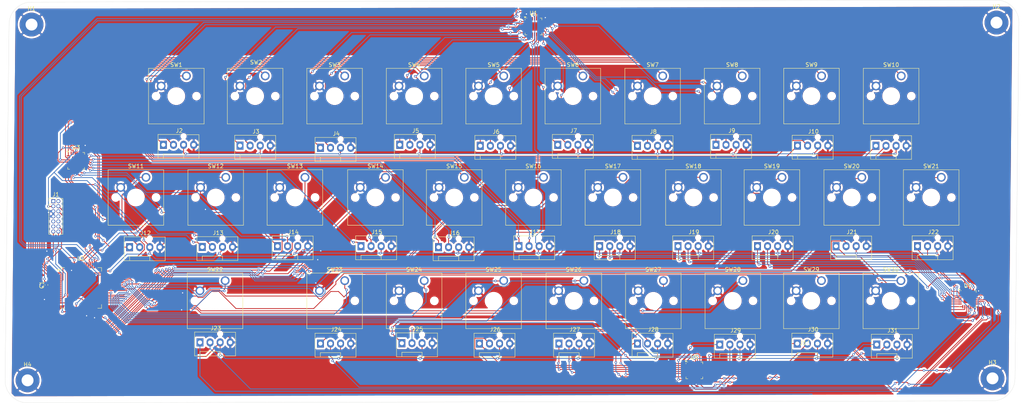
<source format=kicad_pcb>
(kicad_pcb (version 20240108) (generator "pcbnew") (generator_version "8.0")
  (layers (0 "F.Cu" signal) (31 "B.Cu" signal) (34 "B.Paste" user) (35 "F.Paste" user) (36 "B.SilkS" user "B.Silkscreen") (37 "F.SilkS" user "F.Silkscreen") (38 "B.Mask" user) (39 "F.Mask" user) (44 "Edge.Cuts" user))
  (net 0 "")
  (net 1 "GND")
  (net 2 "NRST")
  (net 5 "SWDIO")
  (net 7 "USART2_RX")
  (net 8 "SWCLK")
  (net 11 "USART2_TX")
  (net 13 "VCC")
  (net 14 "SD1")
  (net 15 "SC1")
  (net 16 "SD2")
  (net 17 "SC2")
  (net 18 "SC3")
  (net 19 "SD3")
  (net 20 "SC4")
  (net 21 "SD4")
  (net 22 "SD5")
  (net 23 "SC5")
  (net 24 "SC6")
  (net 25 "SD6")
  (net 26 "SC7")
  (net 27 "SD7")
  (net 28 "SC8")
  (net 29 "SD8")
  (net 30 "SC9")
  (net 31 "SD9")
  (net 32 "SD10")
  (net 33 "SC10")
  (net 34 "SD11")
  (net 35 "SC11")
  (net 36 "SD12")
  (net 37 "SC12")
  (net 38 "SD13")
  (net 39 "SC13")
  (net 40 "SC14")
  (net 41 "SD14")
  (net 42 "SC15")
  (net 43 "SD15")
  (net 44 "SC16")
  (net 45 "SD16")
  (net 46 "SC17")
  (net 47 "SD17")
  (net 48 "SD18")
  (net 49 "SC18")
  (net 50 "SC19")
  (net 51 "SD19")
  (net 52 "SC20")
  (net 53 "SD20")
  (net 54 "SC21")
  (net 55 "SD21")
  (net 56 "SC22")
  (net 57 "SD22")
  (net 58 "SC23")
  (net 59 "SD23")
  (net 60 "SD24")
  (net 61 "SC24")
  (net 62 "SC25")
  (net 63 "SD25")
  (net 64 "SC26")
  (net 65 "SD26")
  (net 66 "SC27")
  (net 67 "SD27")
  (net 68 "SC28")
  (net 69 "SD28")
  (net 70 "SC29")
  (net 71 "SD29")
  (net 72 "SD30")
  (net 73 "SC30")
  (net 74 "Switch1")
  (net 75 "Switch2")
  (net 76 "Switch3")
  (net 77 "Switch4")
  (net 78 "Switch5")
  (net 79 "Switch6")
  (net 80 "Switch7")
  (net 81 "Switch8")
  (net 82 "Switch9")
  (net 83 "Switch10")
  (net 84 "Switch11")
  (net 85 "Switch12")
  (net 86 "Switch13")
  (net 87 "Switch14")
  (net 88 "Switch15")
  (net 89 "Switch16")
  (net 90 "Switch17")
  (net 91 "Switch18")
  (net 92 "Switch19")
  (net 93 "Switch20")
  (net 94 "Switch21")
  (net 95 "Switch22")
  (net 96 "Switch23")
  (net 97 "Switch24")
  (net 98 "Switch25")
  (net 99 "Switch26")
  (net 100 "Switch27")
  (net 101 "Switch28")
  (net 102 "Switch29")
  (net 103 "Switch30")
  (net 105 "I2C1_SCL")
  (net 107 "I2C1_SDA")
  (net 114 "I2C2_SDA")
  (net 116 "I2C2_SCL")
  (net 119 "I2C3_SCL")
  (net 121 "I2C3_SDA")
  (net 123 "I2C4_SDA")
  (net 124 "I2C4_SCL")
  (footprint "Connector:FanPinHeader_1x04_P2.54mm_Vertical" (layer "F.Cu") (at 171.67 75)
    (property "Reference" "J8")
    (property "Value" "Conn_01x04")
  )
  (footprint "Connector:FanPinHeader_1x04_P2.54mm_Vertical" (layer "F.Cu") (at 231.88 125)
    (property "Reference" "J31")
    (property "Value" "Conn_01x04")
  )
  (footprint "Package_DFN_QFN:Texas_RGE0024C_VQFN-24-1EP_4x4mm_P0.5mm_EP2.1x2.1mm" (layer "F.Cu") (at 30.475 78.775)
    (property "Reference" "U3")
    (property "Value" "TCA9548AMRGER" (hide yes))
  )
  (footprint "Connector:FanPinHeader_1x04_P2.54mm_Vertical" (layer "F.Cu") (at 242.13 100.25)
    (property "Reference" "J22")
    (property "Value" "Conn_01x04")
  )
  (footprint "Connector:FanPinHeader_1x04_P2.54mm_Vertical" (layer "F.Cu") (at 91.92 124.75)
    (property "Reference" "J24")
    (property "Value" "Conn_01x04")
  )
  (footprint "Connector:FanPinHeader_1x04_P2.54mm_Vertical" (layer "F.Cu") (at 112.42 124.66)
    (property "Reference" "J25")
    (property "Value" "Conn_01x04")
  )
  (footprint "Package_DFN_QFN:Texas_RGE0024C_VQFN-24-1EP_4x4mm_P0.5mm_EP2.1x2.1mm" (layer "F.Cu") (at 254.775 113.525)
    (property "Reference" "U4")
    (property "Value" "TCA9548AMRGER" (hide yes))
  )
  (footprint "Button_Switch_Keyboard:SW_Cherry_MX_1.00u_PCB" (layer "F.Cu") (at 178.04 57.42)
    (property "Reference" "SW7")
    (property "Value" "CherryMX")
  )
  (footprint "Connector:FanPinHeader_1x04_P2.54mm_Vertical" (layer "F.Cu") (at 43.92 100.5)
    (property "Reference" "J12")
    (property "Value" "Conn_01x04")
  )
  (footprint "Button_Switch_Keyboard:SW_Cherry_MX_1.00u_PCB" (layer "F.Cu") (at 158.21 108.92)
    (property "Reference" "SW26")
    (property "Value" "CherryMX")
  )
  (footprint "Package_QFP:LQFP-64_10x10mm_P0.5mm" (layer "F.Cu") (at 31.75 110.75)
    (property "Reference" "U2")
    (property "Value" "STM32G474RETx")
  )
  (footprint "Button_Switch_Keyboard:SW_Cherry_MX_1.00u_PCB" (layer "F.Cu") (at 228.12 82.92)
    (property "Reference" "SW20")
    (property "Value" "CherryMX")
  )
  (footprint "Button_Switch_Keyboard:SW_Cherry_MX_1.00u_PCB" (layer "F.Cu") (at 148.04 82.92)
    (property "Reference" "SW16")
    (property "Value" "CherryMX")
  )
  (footprint "Connector:FanPinHeader_1x04_P2.54mm_Vertical" (layer "F.Cu") (at 171.67 124.75)
    (property "Reference" "J28")
    (property "Value" "Conn_01x04")
  )
  (footprint "Button_Switch_Keyboard:SW_Cherry_MX_1.00u_PCB" (layer "F.Cu") (at 48.04 82.92)
    (property "Reference" "SW11")
    (property "Value" "CherryMX")
  )
  (footprint "Connector:FanPinHeader_1x04_P2.54mm_Vertical" (layer "F.Cu") (at 211.95 74.95)
    (property "Reference" "J10")
    (property "Value" "Conn_01x04")
  )
  (footprint "Connector:FanPinHeader_1x04_P2.54mm_Vertical" (layer "F.Cu") (at 111.88 74.75)
    (property "Reference" "J5")
    (property "Value" "Conn_01x04")
  )
  (footprint "Button_Switch_Keyboard:SW_Cherry_MX_1.00u_PCB" (layer "F.Cu") (at 67.96 108.92)
    (property "Reference" "SW22")
    (property "Value" "CherryMX")
  )
  (footprint "Button_Switch_Keyboard:SW_Cherry_MX_1.00u_PCB" (layer "F.Cu") (at 58.21 57.42)
    (property "Reference" "SW1")
    (property "Value" "CherryMX")
  )
  (footprint "Button_Switch_Keyboard:SW_Cherry_MX_1.00u_PCB" (layer "F.Cu") (at 237.96 108.92)
    (property "Reference" "SW30")
    (property "Value" "CherryMX")
  )
  (footprint "Button_Switch_Keyboard:SW_Cherry_MX_1.00u_PCB" (layer "F.Cu") (at 188.29 82.92)
    (property "Reference" "SW18")
    (property "Value" "CherryMX")
  )
  (footprint "Button_Switch_Keyboard:SW_Cherry_MX_1.00u_PCB" (layer "F.Cu") (at 108.29 82.92)
    (property "Reference" "SW14")
    (property "Value" "CherryMX")
  )
  (footprint "Connector:FanPinHeader_1x04_P2.54mm_Vertical" (layer "F.Cu") (at 62.2 100.45)
    (property "Reference" "J13")
    (property "Value" "Conn_01x04")
  )
  (footprint "Button_Switch_Keyboard:SW_Cherry_MX_1.00u_PCB" (layer "F.Cu") (at 168.04 82.92)
    (property "Reference" "SW17")
    (property "Value" "CherryMX")
  )
  (footprint "MountingHole:MountingHole_3mm_Pad" (layer "F.Cu") (at 262 44)
    (property "Reference" "H2")
    (property "Value" "MountingHole_Pad")
  )
  (footprint "Connector:FanPinHeader_1x04_P2.54mm_Vertical" (layer "F.Cu") (at 91.92 75.5)
    (property "Reference" "J4")
    (property "Value" "Conn_01x04")
  )
  (footprint "Connector:FanPinHeader_1x04_P2.54mm_Vertical" (layer "F.Cu") (at 102.13 100.25)
    (property "Reference" "J15")
    (property "Value" "Conn_01x04")
  )
  (footprint "Button_Switch_Keyboard:SW_Cherry_MX_1.00u_PCB" (layer "F.Cu") (at 138.04 57.42)
    (property "Reference" "SW5")
    (property "Value" "CherryMX")
  )
  (footprint "Connector:FanPinHeader_1x04_P2.54mm_Vertical" (layer "F.Cu") (at 192.38 125)
    (property "Reference" "J29")
    (property "Value" "Conn_01x04")
  )
  (footprint "Button_Switch_Keyboard:SW_Cherry_MX_1.00u_PCB" (layer "F.Cu") (at 88.04 82.92)
    (property "Reference" "SW13")
    (property "Value" "CherryMX")
  )
  (footprint "Button_Switch_Keyboard:SW_Cherry_MX_1.00u_PCB" (layer "F.Cu") (at 198.21 108.92)
    (property "Reference" "SW28")
    (property "Value" "CherryMX")
  )
  (footprint "Connector:FanPinHeader_1x04_P2.54mm_Vertical" (layer "F.Cu") (at 231.67 75)
    (property "Reference" "J11")
    (property "Value" "Conn_01x04")
  )
  (footprint "Connector:FanPinHeader_1x04_P2.54mm_Vertical" (layer "F.Cu") (at 162.17 100.25)
    (property "Reference" "J18")
    (property "Value" "Conn_01x04")
  )
  (footprint "Package_DFN_QFN:Texas_RGE0024C_VQFN-24-1EP_4x4mm_P0.5mm_EP2.1x2.1mm" (layer "F.Cu") (at 145.525 44.975)
    (property "Reference" "U1")
    (property "Value" "TCA9548AMRGER" (hide yes))
  )
  (footprint "Button_Switch_Keyboard:SW_Cherry_MX_1.00u_PCB" (layer "F.Cu") (at 138.04 108.92)
    (property "Reference" "SW25")
    (property "Value" "CherryMX")
  )
  (footprint "Connector:FanPinHeader_1x04_P2.54mm_Vertical" (layer "F.Cu") (at 151.92 124.75)
    (property "Reference" "J27")
    (property "Value" "Conn_01x04")
  )
  (footprint "Connector:FanPinHeader_1x04_P2.54mm_Vertical" (layer "F.Cu") (at 71.7 74.95)
    (property "Reference" "J3")
    (property "Value" "Conn_01x04")
  )
  (footprint "Button_Switch_Keyboard:SW_Cherry_MX_1.00u_PCB" (layer "F.Cu") (at 118.04 57.42)
    (property "Reference" "SW4")
    (property "Value" "CherryMX")
  )
  (footprint "Connector:FanPinHeader_1x04_P2.54mm_Vertical" (layer "F.Cu") (at 141.88 100.25)
    (property "Reference" "J17")
    (property "Value" "Conn_01x04")
  )
  (footprint "MountingHole:MountingHole_3mm_Pad" (layer "F.Cu") (at 261 133.5)
    (property "Reference" "H3")
    (property "Value" "MountingHole_Pad")
  )
  (footprint "Connector:FanPinHeader_1x04_P2.54mm_Vertical" (layer "F.Cu") (at 132.13 75)
    (property "Reference" "J6")
    (property "Value" "Conn_01x04")
  )
  (footprint "Button_Switch_Keyboard:SW_Cherry_MX_1.00u_PCB" (layer "F.Cu") (at 157.96 57.42)
    (property "Reference" "SW6")
    (property "Value" "CherryMX")
  )
  (footprint "MountingHole:MountingHole_3mm_Pad" (layer "F.Cu") (at 19.25 44.5)
    (property "Reference" "H1")
    (property "Value" "MountingHole_Pad")
  )
  (footprint "Button_Switch_Keyboard:SW_Cherry_MX_1.00u_PCB" (layer "F.Cu") (at 98.04 108.92)
    (property "Reference" "SW23")
    (property "Value" "CherryMX")
  )
  (footprint "Connector:FanPinHeader_1x04_P2.54mm_Vertical" (layer "F.Cu") (at 191.42 74.75)
    (property "Reference" "J9")
    (property "Value" "Conn_01x04")
  )
  (footprint "Connector:FanPinHeader_1x04_P2.54mm_Vertical" (layer "F.Cu") (at 61.62 124.45)
    (property "Reference" "J23")
    (property "Value" "Conn_01x04")
  )
  (footprint "Connector:FanPinHeader_1x04_P2.54mm_Vertical" (layer "F.Cu") (at 81.13 100.25)
    (property "Reference" "J14")
    (property "Value" "Conn_01x04")
  )
  (footprint "Connector:FanPinHeader_1x04_P2.54mm_Vertical" (layer "F.Cu") (at 221.63 100.25)
    (property "Reference" "J21")
    (property "Value" "Conn_01x04")
  )
  (footprint "Connector:FanPinHeader_1x04_P2.54mm_Vertical" (layer "F.Cu") (at 181.88 100.25)
    (property "Reference" "J19")
    (property "Value" "Conn_01x04")
  )
  (footprint "Button_Switch_Keyboard:SW_Cherry_MX_1.00u_PCB" (layer "F.Cu") (at 248.12 82.92)
    (property "Reference" "SW21")
    (property "Value" "CherryMX")
  )
  (footprint "Capacitor_SMD:C_0402_1005Metric" (layer "F.Cu") (at 23 110 90)
    (property "Reference" "C1")
    (property "Value" "100n")
  )
  (footprint "Connector:FanPinHeader_1x04_P2.54mm_Vertical" (layer "F.Cu") (at 211.88 124.75)
    (property "Reference" "J30")
    (property "Value" "Conn_01x04")
  )
  (footprint "Button_Switch_Keyboard:SW_Cherry_MX_1.00u_PCB" (layer "F.Cu") (at 128.12 82.92)
    (property "Reference" "SW15")
    (property "Value" "CherryMX")
  )
  (footprint "Connector:FanPinHeader_1x04_P2.54mm_Vertical" (layer "F.Cu") (at 121.63 100.5)
    (property "Reference" "J16")
    (property "Value" "Conn_01x04")
  )
  (footprint "Button_Switch_Keyboard:SW_Cherry_MX_1.00u_PCB" (layer "F.Cu") (at 118.04 108.92)
    (property "Reference" "SW24")
    (property "Value" "CherryMX")
  )
  (footprint "Button_Switch_Keyboard:SW_Cherry_MX_1.00u_PCB" (layer "F.Cu") (at 98.04 57.42)
    (property "Reference" "SW3")
    (property "Value" "CherryMX")
  )
  (footprint "Button_Switch_Keyboard:SW_Cherry_MX_1.00u_PCB" (layer "F.Cu") (at 198.04 57.42)
    (property "Reference" "SW8")
    (property "Value" "CherryMX")
  )
  (footprint "Button_Switch_Keyboard:SW_Cherry_MX_1.00u_PCB" (layer "F.Cu") (at 217.96 108.92)
    (property "Reference" "SW29")
    (property "Value" "CherryMX")
  )
  (footprint "Connector:FanPinHeader_1x04_P2.54mm_Vertical" (layer "F.Cu") (at 52.42 74.75)
    (property "Reference" "J2")
    (property "Value" "Conn_01x04")
  )
  (footprint "Button_Switch_Keyboard:SW_Cherry_MX_1.00u_PCB" (layer "F.Cu") (at 208.04 82.92)
    (property "Reference" "SW19")
    (property "Value" "CherryMX")
  )
  (footprint "Button_Switch_Keyboard:SW_Cherry_MX_1.00u_PCB" (layer "F.Cu") (at 78.04 57.42)
    (property "Reference" "SW2")
    (property "Value" "CherryMX")
  )
  (footprint "Connector:FanPinHeader_1x04_P2.54mm_Vertical" (layer "F.Cu") (at 151.63 74.75)
    (property "Reference" "J7")
    (property "Value" "Conn_01x04")
  )
  (footprint "MountingHole:MountingHole_3mm_Pad" (layer "F.Cu") (at 18.25 134)
    (property "Reference" "H4")
    (property "Value" "MountingHole_Pad")
  )
  (footprint "Connector:FanPinHeader_1x04_P2.54mm_Vertical" (layer "F.Cu") (at 201.88 100.25)
    (property "Reference" "J20")
    (property "Value" "Conn_01x04")
  )
  (footprint "Package_DFN_QFN:Texas_RGE0024C_VQFN-24-1EP_4x4mm_P0.5mm_EP2.1x2.1mm" (layer "F.Cu") (at 186 131.5)
    (property "Reference" "U5")
    (property "Value" "TCA9548AMRGER")
  )
  (footprint "Connector:FanPinHeader_1x04_P2.54mm_Vertical" (layer "F.Cu") (at 131.92 124.75)
    (property "Reference" "J26")
    (property "Value" "Conn_01x04")
  )
  (footprint "Button_Switch_Keyboard:SW_Cherry_MX_1.00u_PCB" (layer "F.Cu") (at 238.04 57.42)
    (property "Reference" "SW10")
    (property "Value" "CherryMX")
  )
  (footprint "Connector_PinHeader_1.27mm:PinHeader_2x07_P1.27mm_Vertical" (layer "F.Cu") (at 24.73 88.94)
    (property "Reference" "J1")
    (property "Value" "Conn_ST_STDC14")
  )
  (footprint "Button_Switch_Keyboard:SW_Cherry_MX_1.00u_PCB" (layer "F.Cu") (at 68.12 82.92)
    (property "Reference" "SW12")
    (property "Value" "CherryMX")
  )
  (footprint "Button_Switch_Keyboard:SW_Cherry_MX_1.00u_PCB" (layer "F.Cu") (at 178.21 108.92)
    (property "Reference" "SW27")
    (property "Value" "CherryMX")
  )
  (footprint "Button_Switch_Keyboard:SW_Cherry_MX_1.00u_PCB" (layer "F.Cu") (at 218 57.41)
    (property "Reference" "SW9")
    (property "Value" "CherryMX")
  )
  (gr_line (start 12.593146 134) (end 13.593146 44.5) (stroke (width 0.05)) (layer "Edge.Cuts"))
  (gr_arc (start 18.25 139.656854) (mid 16.085216 139.226252) (end 14.25 138) (stroke (width 0.05)) (layer "Edge.Cuts"))
  (gr_arc (start 13.593146 44.5) (mid 14.023748 42.335216) (end 15.25 40.5) (stroke (width 0.05)) (layer "Edge.Cuts"))
  (gr_line (start 261 139.156854) (end 18.25 139.656854) (stroke (width 0.05)) (layer "Edge.Cuts"))
  (gr_arc (start 266.656854 133.5) (mid 266.226252 135.664784) (end 265 137.5) (stroke (width 0.05)) (layer "Edge.Cuts"))
  (gr_arc (start 262 38.343146) (mid 264.164784 38.773748) (end 266 40) (stroke (width 0.05)) (layer "Edge.Cuts"))
  (gr_arc (start 265 137.5) (mid 263.164784 138.726252) (end 261 139.156854) (stroke (width 0.05)) (layer "Edge.Cuts"))
  (gr_arc (start 15.25 40.5) (mid 17.085216 39.273748) (end 19.25 38.843146) (stroke (width 0.05)) (layer "Edge.Cuts"))
  (gr_arc (start 266 40) (mid 267.226252 41.835216) (end 267.656854 44) (stroke (width 0.05)) (layer "Edge.Cuts"))
  (gr_line (start 19.25 38.843146) (end 262 38.343146) (stroke (width 0.05)) (layer "Edge.Cuts"))
  (gr_arc (start 14.25 138) (mid 13.023748 136.164784) (end 12.593146 134) (stroke (width 0.05)) (layer "Edge.Cuts"))
  (gr_line (start 267.656854 44) (end 266.656854 133.5) (stroke (width 0.05)) (layer "Edge.Cuts"))
  (segment (start 67.162792 96.9) (end 69.82 99.557208) (width 0.2) (layer "F.Cu") (net 1))
  (segment (start 144.039386 41.85) (end 144.775 42.585614) (width 0.2) (layer "F.Cu") (net 1))
  (segment (start 61.61 111.46) (end 57.79 111.46) (width 0.2) (layer "F.Cu") (net 1))
  (segment (start 69.24 123.49) (end 69.24 124.45) (width 0.2) (layer "F.Cu") (net 1))
  (segment (start 87.5 101.4) (end 87.6 101.4) (width 0.2) (layer "F.Cu") (net 1))
  (segment (start 254.525 111.5875) (end 254.525 110.775) (width 0.2) (layer "F.Cu") (net 1))
  (segment (start 143.75 41.85) (end 144.039386 41.85) (width 0.2) (layer "F.Cu") (net 1))
  (segment (start 264.5625 115.6875) (end 264.5625 114.5625) (width 0.2) (layer "F.Cu") (net 1))
  (segment (start 33 117.65) (end 33.1 117.75) (width 0.2) (layer "F.Cu") (net 1))
  (segment (start 37.425 107.5) (end 35.6 107.5) (width 0.2) (layer "F.Cu") (net 1))
  (segment (start 185.75 134.303602) (end 186.473199 135.026801) (width 0.2) (layer "F.Cu") (net 1))
  (segment (start 144.775 42.585614) (end 144.775 43.0375) (width 0.2) (layer "F.Cu") (net 1))
  (segment (start 148.5 42.75) (end 148.4375 42.75) (width 0.2) (layer "F.Cu") (net 1))
  (segment (start 255.001471 117.6) (end 262.65 117.6) (width 0.2) (layer "F.Cu") (net 1))
  (segment (start 187.9375 127.673285) (end 187.9375 130.25) (width 0.2) (layer "F.Cu") (net 1))
  (segment (start 179.5 128.9) (end 179.5 128.25) (width 0.2) (layer "F.Cu") (net 1))
  (segment (start 35 116.425) (end 35 118.15) (width 0.2) (layer "F.Cu") (net 1))
  (segment (start 69.82 99.557208) (end 69.82 100.45) (width 0.2) (layer "F.Cu") (net 1))
  (segment (start 57.79 111.46) (end 57.25 112) (width 0.2) (layer "F.Cu") (net 1))
  (segment (start 185.75 133.4375) (end 185.75 134.303602) (width 0.2) (layer "F.Cu") (net 1))
  (segment (start 145.275 43.0375) (end 144.775 43.0375) (width 0.2) (layer "F.Cu") (net 1))
  (segment (start 29.251471 76.1) (end 28.9 75.748529) (width 0.2) (layer "F.Cu") (net 1))
  (segment (start 33.075 77.525) (end 32.4125 77.525) (width 0.2) (layer "F.Cu") (net 1))
  (segment (start 29.748529 76.813971) (end 29.748529 76.1) (width 0.2) (layer "F.Cu") (net 1))
  (segment (start 262.65 117.6) (end 264.5625 115.6875) (width 0.2) (layer "F.Cu") (net 1))
  (segment (start 145.275 47.725) (end 145 48) (width 0.2) (layer "F.Cu") (net 1))
  (segment (start 30.25 80.7375) (end 30.225 80.7125) (width 0.2) (layer "F.Cu") (net 1))
  (segment (start 257.4875 111.5) (end 256.7125 112.275) (width 0.2) (layer "F.Cu") (net 1))
  (segment (start 21.490735 109.950735) (end 22 110.46) (width 0.2) (layer "F.Cu") (net 1))
  (segment (start 29.748529 76.1) (end 29.251471 76.1) (width 0.2) (layer "F.Cu") (net 1))
  (segment (start 23.5 91.75) (end 23.5 101.1) (width 0.2) (layer "F.Cu") (net 1))
  (segment (start 148.4375 42.75) (end 147.4625 43.725) (width 0.2) (layer "F.Cu") (net 1))
  (segment (start 26.075 114) (end 22.84 114) (width 0.2) (layer "F.Cu") (net 1))
  (segment (start 179.5 128.25) (end 179.29 128.04) (width 0.2) (layer "F.Cu") (net 1))
  (segment (start 35 118.15) (end 35.1 118.25) (width 0.2) (layer "F.Cu") (net 1))
  (segment (start 22 110.46) (end 22.98 110.46) (width 0.2) (layer "F.Cu") (net 1))
  (segment (start 51.54 100.5) (end 55.14 96.9) (width 0.2) (layer "F.Cu") (net 1))
  (segment (start 28.9 75.251471) (end 29.251471 74.9) (width 0.2) (layer "F.Cu") (net 1))
  (segment (start 35.6 107.5) (end 35.5 107.6) (width 0.2) (layer "F.Cu") (net 1))
  (segment (start 261.5 111.5) (end 257.5 111.5) (width 0.2) (layer "F.Cu") (net 1))
  (segment (start 91.69 110.44) (end 91.69 111.46) (width 0.2) (layer "F.Cu") (net 1))
  (segment (start 257.5 111.5) (end 257.4875 111.5) (width 0.2) (layer "F.Cu") (net 1))
  (segment (start 61.77 85.46) (end 61.77 89.77) (width 0.2) (layer "F.Cu") (net 1))
  (segment (start 57 116.25) (end 62.14 121.39) (width 0.2) (layer "F.Cu") (net 1))
  (segment (start 29.251471 74.9) (end 32.75 74.9) (width 0.2) (layer "F.Cu") (net 1))
  (segment (start 22.84 114) (end 22.5 113.66) (width 0.2) (layer "F.Cu") (net 1))
  (segment (start 30.25 82.244911) (end 30.25 80.7375) (width 0.2) (layer "F.Cu") (net 1))
  (segment (start 55.14 96.9) (end 67.162792 96.9) (width 0.2) (layer "F.Cu") (net 1))
  (segment (start 145.275 46.9125) (end 145.275 47.725) (width 0.2) (layer "F.Cu") (net 1))
  (segment (start 185.014215 124.75) (end 187.9375 127.673285) (width 0.2) (layer "F.Cu") (net 1))
  (segment (start 24.73 91.48) (end 24.73 92.75) (width 0.2) (layer "F.Cu") (net 1))
  (segment (start 29.725 76.8375) (end 29.748529 76.813971) (width 0.2) (layer "F.Cu") (net 1))
  (segment (start 33 116.425) (end 33 117.65) (width 0.2) (layer "F.Cu") (net 1))
  (segment (start 33.5 77.1) (end 33.075 77.525) (width 0.2) (layer "F.Cu") (net 1))
  (segment (start 28.5 105.075) (end 28.5 105.88241) (width 0.2) (layer "F.Cu") (net 1))
  (segment (start 87.6 101.4) (end 88.75 100.25) (width 0.2) (layer "F.Cu") (net 1))
  (segment (start 92 102.9) (end 91.25 103.65) (width 0.2) (layer "F.Cu") (net 1))
  (segment (start 21.35 109.950735) (end 21.490735 109.950735) (width 0.2) (layer "F.Cu") (net 1))
  (segment (start 23.5 101.1) (end 23.1 101.5) (width 0.2) (layer "F.Cu") (net 1))
  (segment (start 90.75 109.5) (end 91.69 110.44) (width 0.2) (layer "F.Cu") (net 1))
  (segment (start 61.77 89.77) (end 63 91) (width 0.2) (layer "F.Cu") (net 1))
  (segment (start 22.98 110.46) (end 23 110.48) (width 0.2) (layer "F.Cu") (net 1))
  (segment (start 67.14 121.39) (end 69.24 123.49) (width 0.2) (layer "F.Cu") (net 1))
  (segment (start 179.29 128.04) (end 179.29 124.75) (width 0.2) (layer "F.Cu") (net 1))
  (segment (start 28.5 105.88241) (end 28.95953 106.34194) (width 0.2) (layer "F.Cu") (net 1))
  (segment (start 179.29 124.75) (end 185.014215 124.75) (width 0.2) (layer "F.Cu") (net 1))
  (segment (start 254.525 115.4625) (end 254.525 117.123529) (width 0.2) (layer "F.Cu") (net 1))
  (segment (start 62.14 121.39) (end 67.14 121.39) (width 0.2) (layer "F.Cu") (net 1))
  (segment (start 92 101.4) (end 92 102.9) (width 0.2) (layer "F.Cu") (net 1))
  (segment (start 254.525 110.775) (end 254.25 110.5) (width 0.2) (layer "F.Cu") (net 1))
  (segment (start 261.5 111.5) (end 264.5625 114.5625) (width 0.2) (layer "F.Cu") (net 1))
  (segment (start 28.9 75.748529) (end 28.9 75.251471) (width 0.2) (layer "F.Cu") (net 1))
  (segment (start 28.95953 106.34194) (end 29.30806 106.34194) (width 0.2) (layer "F.Cu") (net 1))
  (segment (start 254.525 117.123529) (end 255.001471 117.6) (width 0.2) (layer "F.Cu") (net 1))
  (via (at 33.5 77.1) (size 0.6) (drill 0.3) (layers "F.Cu" "B.Cu") (net 1))
  (via (at 92 101.4) (size 0.6) (drill 0.3) (layers "F.Cu" "B.Cu") (net 1))
  (via (at 186.473199 135.026801) (size 0.6) (drill 0.3) (layers "F.Cu" "B.Cu") (net 1))
  (via (at 30.25 82.244911) (size 0.6) (drill 0.3) (layers "F.Cu" "B.Cu") (net 1))
  (via (at 35.1 118.25) (size 0.6) (drill 0.3) (layers "F.Cu" "B.Cu") (net 1))
  (via (at 254.25 110.5) (size 0.6) (drill 0.3) (layers "F.Cu" "B.Cu") (net 1))
  (via (at 145 48) (size 0.6) (drill 0.3) (layers "F.Cu" "B.Cu") (net 1))
  (via (at 90.75 109.5) (size 0.6) (drill 0.3) (layers "F.Cu" "B.Cu") (net 1))
  (via (at 22 110.46) (size 0.6) (drill 0.3) (layers "F.Cu" "B.Cu") (net 1))
  (via (at 33.1 117.75) (size 0.6) (drill 0.3) (layers "F.Cu" "B.Cu") (net 1))
  (via (at 22.5 113.66) (size 0.6) (drill 0.3) (layers "F.Cu" "B.Cu") (net 1))
  (via (at 87.5 101.4) (size 0.6) (drill 0.3) (layers "F.Cu" "B.Cu") (net 1))
  (via (at 23.1 101.5) (size 0.6) (drill 0.3) (layers "F.Cu" "B.Cu") (net 1))
  (via (at 179.5 128.9) (size 0.6) (drill 0.3) (layers "F.Cu" "B.Cu") (net 1))
  (via (at 57 116.25) (size 0.6) (drill 0.3) (layers "F.Cu" "B.Cu") (net 1))
  (via (at 63 91) (size 0.6) (drill 0.3) (layers "F.Cu" "B.Cu") (net 1))
  (via (at 91.25 103.65) (size 0.6) (drill 0.3) (layers "F.Cu" "B.Cu") (net 1))
  (via (at 148.5 42.75) (size 0.6) (drill 0.3) (layers "F.Cu" "B.Cu") (net 1))
  (via (at 29.30806 106.34194) (size 0.6) (drill 0.3) (layers "F.Cu" "B.Cu") (net 1))
  (via (at 35.5 107.6) (size 0.6) (drill 0.3) (layers "F.Cu" "B.Cu") (net 1))
  (via (at 32.75 74.9) (size 0.6) (drill 0.3) (layers "F.Cu" "B.Cu") (net 1))
  (via (at 23.5 91.75) (size 0.6) (drill 0.3) (layers "F.Cu" "B.Cu") (net 1))
  (via (at 143.75 41.85) (size 0.6) (drill 0.3) (layers "F.Cu" "B.Cu") (net 1))
  (via (at 21.35 109.950735) (size 0.6) (drill 0.3) (layers "F.Cu" "B.Cu") (net 1))
  (via (at 257.5 111.5) (size 0.6) (drill 0.3) (layers "F.Cu" "B.Cu") (net 1))
  (via (at 57.25 112) (size 0.6) (drill 0.3) (layers "F.Cu" "B.Cu") (net 1))
  (segment (start 145 43.1) (end 143.75 41.85) (width 0.2) (layer "B.Cu") (net 1))
  (segment (start 21.35 103.25) (end 21.35 109.950735) (width 0.2) (layer "B.Cu") (net 1))
  (segment (start 255.25 111.5) (end 257.5 111.5) (width 0.2) (layer "B.Cu") (net 1))
  (segment (start 23.1 101.5) (end 21.35 103.25) (width 0.2) (layer "B.Cu") (net 1))
  (segment (start 254.25 110.5) (end 255.25 111.5) (width 0.2) (layer "B.Cu") (net 1))
  (segment (start 33.5 77.1) (end 33.5 77.25) (width 0.2) (layer "B.Cu") (net 1))
  (segment (start 144.1 41.5) (end 147.25 41.5) (width 0.2) (layer "B.Cu") (net 1))
  (segment (start 143.75 41.85) (end 144.1 41.5) (width 0.2) (layer "B.Cu") (net 1))
  (segment (start 25.081471 100.65) (end 25.578529 100.65) (width 0.2) (layer "B.Cu") (net 1))
  (segment (start 35.5 107.6) (end 34.24194 106.34194) (width 0.2) (layer "B.Cu") (net 1))
  (segment (start 33.5 77.25) (end 30.25 80.5) (width 0.2) (layer "B.Cu") (net 1))
  (segment (start 87.5 101.4) (end 92 101.4) (width 0.2) (layer "B.Cu") (net 1))
  (segment (start 23.77 91.48) (end 23.5 91.75) (width 0.2) (layer "B.Cu") (net 1))
  (segment (start 35.1 118.25) (end 33.6 118.25) (width 0.2) (layer "B.Cu") (net 1))
  (segment (start 182.428272 135.026801) (end 179.5 132.098529) (width 0.2) (layer "B.Cu") (net 1))
  (segment (start 24.73 91.48) (end 23.77 91.48) (width 0.2) (layer "B.Cu") (net 1))
  (segment (start 33.6 118.25) (end 33.1 117.75) (width 0.2) (layer "B.Cu") (net 1))
  (segment (start 30.25 80.5) (end 30.25 82.244911) (width 0.2) (layer "B.Cu") (net 1))
  (segment (start 63 91) (end 69.82 97.82) (width 0.2) (layer "B.Cu") (net 1))
  (segment (start 21.9 103.831471) (end 25.081471 100.65) (width 0.2) (layer "B.Cu") (net 1))
  (segment (start 186.473199 135.026801) (end 182.428272 135.026801) (width 0.2) (layer "B.Cu") (net 1))
  (segment (start 147.25 41.5) (end 148.5 42.75) (width 0.2) (layer "B.Cu") (net 1))
  (segment (start 91.25 109) (end 90.75 109.5) (width 0.2) (layer "B.Cu") (net 1))
  (segment (start 29.30806 104.379531) (end 29.30806 106.34194) (width 0.2) (layer "B.Cu") (net 1))
  (segment (start 69.82 97.82) (end 69.82 100.45) (width 0.2) (layer "B.Cu") (net 1))
  (segment (start 22 112.5) (end 22 110.46) (width 0.2) (layer "B.Cu") (net 1))
  (segment (start 34.24194 106.34194) (end 29.30806 106.34194) (width 0.2) (layer "B.Cu") (net 1))
  (segment (start 22.5 113.66) (end 22.5 113) (width 0.2) (layer "B.Cu") (net 1))
  (segment (start 57.25 112.5) (end 57 112.75) (width 0.2) (layer "B.Cu") (net 1))
  (segment (start 21.9 110.36) (end 21.9 103.831471) (width 0.2) (layer "B.Cu") (net 1))
  (segment (start 33.5 77.1) (end 32.75 76.35) (width 0.2) (layer "B.Cu") (net 1))
  (segment (start 91.25 103.65) (end 91.25 109) (width 0.2) (layer "B.Cu") (net 1))
  (segment (start 33.1 117.75) (end 26.59 117.75) (width 0.2) (layer "B.Cu") (net 1))
  (segment (start 26.59 117.75) (end 22.5 113.66) (width 0.2) (layer "B.Cu") (net 1))
  (segment (start 179.5 132.098529) (end 179.5 128.9) (width 0.2) (layer "B.Cu") (net 1))
  (segment (start 145 48) (end 145 43.1) (width 0.2) (layer "B.Cu") (net 1))
  (segment (start 32.75 76.35) (end 32.75 74.9) (width 0.2) (layer "B.Cu") (net 1))
  (segment (start 57.25 112) (end 57.25 112.5) (width 0.2) (layer "B.Cu") (net 1))
  (segment (start 57 112.75) (end 57 116.25) (width 0.2) (layer "B.Cu") (net 1))
  (segment (start 22.5 113) (end 22 112.5) (width 0.2) (layer "B.Cu") (net 1))
  (segment (start 22 110.46) (end 21.9 110.36) (width 0.2) (layer "B.Cu") (net 1))
  (segment (start 25.578529 100.65) (end 29.30806 104.379531) (width 0.2) (layer "B.Cu") (net 1))
  (segment (start 26.075 110) (end 23.48 110) (width 0.2) (layer "F.Cu") (net 2))
  (segment (start 26 95.29) (end 26.8 96.09) (width 0.2) (layer "F.Cu") (net 2))
  (segment (start 26.8 96.09) (end 26.8 100.74194) (width 0.2) (layer "F.Cu") (net 2))
  (segment (start 22.5 109.02) (end 23 109.52) (width 0.2) (layer "F.Cu") (net 2))
  (segment (start 22.5 108.5) (end 22.5 109.02) (width 0.2) (layer "F.Cu") (net 2))
  (segment (start 26.8 100.74194) (end 23.1 104.44194) (width 0.2) (layer "F.Cu") (net 2))
  (segment (start 23.48 110) (end 23 109.52) (width 0.2) (layer "F.Cu") (net 2))
  (via (at 23.1 104.44194) (size 0.6) (drill 0.3) (layers "F.Cu" "B.Cu") (net 2))
  (via (at 22.5 108.5) (size 0.6) (drill 0.3) (layers "F.Cu" "B.Cu") (net 2))
  (segment (start 23.1 104.44194) (end 22.5 105.04194) (width 0.2) (layer "B.Cu") (net 2))
  (segment (start 22.5 105.04194) (end 22.5 108.5) (width 0.2) (layer "B.Cu") (net 2))
  (segment (start 33.950735 98.160735) (end 33.950735 100.450735) (width 0.2) (layer "F.Cu") (net 5))
  (segment (start 26 90.21) (end 33.950735 98.160735) (width 0.2) (layer "F.Cu") (net 5))
  (segment (start 35.5 104) (end 35.5 105.075) (width 0.2) (layer "F.Cu") (net 5))
  (segment (start 36 103.5) (end 35.5 104) (width 0.2) (layer "F.Cu") (net 5))
  (via (at 36 103.5) (size 0.6) (drill 0.3) (layers "F.Cu" "B.Cu") (net 5))
  (via (at 33.950735 100.450735) (size 0.6) (drill 0.3) (layers "F.Cu" "B.Cu") (net 5))
  (segment (start 36 103.5) (end 36 103) (width 0.2) (layer "B.Cu") (net 5))
  (segment (start 36 103) (end 33.950735 100.950735) (width 0.2) (layer "B.Cu") (net 5))
  (segment (start 33.950735 100.950735) (end 33.950735 100.450735) (width 0.2) (layer "B.Cu") (net 5))
  (segment (start 27 116.75) (end 27.675 116.75) (width 0.2) (layer "F.Cu") (net 7))
  (segment (start 24.73 101.96341) (end 23.221705 103.471705) (width 0.2) (layer "F.Cu") (net 7))
  (segment (start 27.675 116.75) (end 28 116.425) (width 0.2) (layer "F.Cu") (net 7))
  (segment (start 24.73 96.56) (end 24.73 101.96341) (width 0.2) (layer "F.Cu") (net 7))
  (via (at 23.221705 103.471705) (size 0.6) (drill 0.3) (layers "F.Cu" "B.Cu") (net 7))
  (via (at 27 116.75) (size 0.6) (drill 0.3) (layers "F.Cu" "B.Cu") (net 7))
  (segment (start 23.221705 103.471705) (end 27 107.25) (width 0.2) (layer "B.Cu") (net 7))
  (segment (start 27 107.25) (end 27 116.75) (width 0.2) (layer "B.Cu") (net 7))
  (segment (start 32.75 98.23) (end 32.75 101) (width 0.2) (layer "F.Cu") (net 8))
  (segment (start 26 91.48) (end 32.75 98.23) (width 0.2) (layer "F.Cu") (net 8))
  (segment (start 35.241051 103.247017) (end 35.1 103.388068) (width 0.2) (layer "F.Cu") (net 8))
  (segment (start 32.75 101) (end 33 101.25) (width 0.2) (layer "F.Cu") (net 8))
  (segment (start 35.1 103.388068) (end 35.1 104.16759) (width 0.2) (layer "F.Cu") (net 8))
  (segment (start 35.1 104.16759) (end 35 104.26759) (width 0.2) (layer "F.Cu") (net 8))
  (segment (start 35 104.26759) (end 35 105.075) (width 0.2) (layer "F.Cu") (net 8))
  (via (at 33 101.25) (size 0.6) (drill 0.3) (layers "F.Cu" "B.Cu") (net 8))
  (via (at 35.241051 103.247017) (size 0.6) (drill 0.3) (layers "F.Cu" "B.Cu") (net 8))
  (segment (start 34.898488 103.247017) (end 35.241051 103.247017) (width 0.2) (layer "B.Cu") (net 8))
  (segment (start 33 101.348529) (end 34.898488 103.247017) (width 0.2) (layer "B.Cu") (net 8))
  (segment (start 33 101.25) (end 33 101.348529) (width 0.2) (layer "B.Cu") (net 8))
  (segment (start 26.88241 113.5) (end 27.75 112.63241) (width 0.2) (layer "F.Cu") (net 11))
  (segment (start 25.33 100.92) (end 26 100.25) (width 0.2) (layer "F.Cu") (net 11))
  (segment (start 27.75 112.63241) (end 27.75 112.5) (width 0.2) (layer "F.Cu") (net 11))
  (segment (start 26 100.25) (end 26 96.56) (width 0.2) (layer "F.Cu") (net 11))
  (segment (start 25.33 101.25) (end 25.33 100.92) (width 0.2) (layer "F.Cu") (net 11))
  (segment (start 26.075 113.5) (end 26.88241 113.5) (width 0.2) (layer "F.Cu") (net 11))
  (via (at 25.33 101.25) (size 0.6) (drill 0.3) (layers "F.Cu" "B.Cu") (net 11))
  (via (at 27.75 112.5) (size 0.6) (drill 0.3) (layers "F.Cu" "B.Cu") (net 11))
  (segment (start 27.75 107.151471) (end 25.33 104.731471) (width 0.2) (layer "B.Cu") (net 11))
  (segment (start 27.75 112.5) (end 27.75 107.151471) (width 0.2) (layer "B.Cu") (net 11))
  (segment (start 25.33 104.731471) (end 25.33 101.25) (width 0.2) (layer "B.Cu") (net 11))
  (segment (start 185.25 129.5625) (end 186.25 129.5625) (width 0.2) (layer "F.Cu") (net 13))
  (segment (start 57.75 77) (end 58 77) (width 0.2) (layer "F.Cu") (net 13))
  (segment (start 206.96 100.25) (end 206.96 101.96) (width 0.2) (layer "F.Cu") (net 13))
  (segment (start 23.5 90.25) (end 24.69 90.25) (width 0.2) (layer "F.Cu") (net 13))
  (segment (start 176.75 124.75) (end 176.75 128) (width 0.2) (layer "F.Cu") (net 13))
  (segment (start 236.75 75) (end 236.75 76.75) (width 0.2) (layer "F.Cu") (net 13))
  (segment (start 255.075 110.673529) (end 255.025 110.723529) (width 0.2) (layer "F.Cu") (net 13))
  (segment (start 137.21 76.71) (end 137.5 77) (width 0.2) (layer "F.Cu") (net 13))
  (segment (start 57.5 74.75) (end 57.5 76.75) (width 0.2) (layer "F.Cu") (net 13))
  (segment (start 217.03 75.97) (end 216 77) (width 0.2) (layer "F.Cu") (net 13))
  (segment (start 185.75 129.5625) (end 186.25 129.5625) (width 0.2) (layer "F.Cu") (net 13))
  (segment (start 28.25 106.75) (end 28.25 112.151471) (width 0.2) (layer "F.Cu") (net 13))
  (segment (start 47.25 128) (end 63.15 128) (width 0.2) (layer "F.Cu") (net 13))
  (segment (start 157 128.25) (end 156.75 128.5) (width 0.2) (layer "F.Cu") (net 13))
  (segment (start 226.71 101.96) (end 226.75 102) (width 0.2) (layer "F.Cu") (net 13))
  (segment (start 253.5 109.775) (end 254.025 109.25) (width 0.2) (layer "F.Cu") (net 13))
  (segment (start 185.75 129.5625) (end 185.25 129.5625) (width 0.2) (layer "F.Cu") (net 13))
  (segment (start 236.96 125) (end 236.96 128.46) (width 0.2) (layer "F.Cu") (net 13))
  (segment (start 167.25 100.25) (end 167.25 101.75) (width 0.2) (layer "F.Cu") (net 13))
  (segment (start 28 106.5) (end 28.25 106.75) (width 0.2) (layer "F.Cu") (net 13))
  (segment (start 116.96 74.75) (end 116.96 76.79) (width 0.2) (layer "F.Cu") (net 13))
  (segment (start 35.23241 115.35) (end 35.5 115.61759) (width 0.2) (layer "F.Cu") (net 13))
  (segment (start 28.35 112.251471) (end 28.35 112.748529) (width 0.2) (layer "F.Cu") (net 13))
  (segment (start 35.5 116.425) (end 37.325 118.25) (width 0.2) (layer "F.Cu") (net 13))
  (segment (start 206.96 101.96) (end 207 102) (width 0.2) (layer "F.Cu") (net 13))
  (segment (start 31.76482 113.38241) (end 34 115.61759) (width 0.2) (layer "F.Cu") (net 13))
  (segment (start 117.5 124.66) (end 117.5 128) (width 0.2) (layer "F.Cu") (net 13))
  (segment (start 146.75 100.46) (end 146.96 100.25) (width 0.2) (layer "F.Cu") (net 13))
  (segment (start 254.025 109.275) (end 254.9 110.15) (width 0.2) (layer "F.Cu") (net 13))
  (segment (start 107.21 100.25) (end 107.21 101.79) (width 0.2) (layer "F.Cu") (net 13))
  (segment (start 197.46 125) (end 197.46 128.29) (width 0.2) (layer "F.Cu") (net 13))
  (segment (start 145.775 43.0375) (end 145.775 42.2) (width 0.2) (layer "F.Cu") (net 13))
  (segment (start 186.96 101.71) (end 187.25 102) (width 0.2) (layer "F.Cu") (net 13))
  (segment (start 30.225 76.8375) (end 30.225 76.375) (width 0.2) (layer "F.Cu") (net 13))
  (segment (start 97 124.75) (end 97 128) (width 0.2) (layer "F.Cu") (net 13))
  (segment (start 28 105.075) (end 28 106.5) (width 0.2) (layer "F.Cu") (net 13))
  (segment (start 28.25 112.151471) (end 28.35 112.251471) (width 0.2) (layer "F.Cu") (net 13))
  (segment (start 97 76.75) (end 96.75 77) (width 0.2) (layer "F.Cu") (net 13))
  (segment (start 30.225 76.8375) (end 30.725 76.8375) (width 0.2) (layer "F.Cu") (net 13))
  (segment (start 107.21 101.79) (end 107 102) (width 0.2) (layer "F.Cu") (net 13))
  (segment (start 247 102) (end 247 100.46) (width 0.2) (layer "F.Cu") (net 13))
  (segment (start 253.5 110.610614) (end 253.5 109.775) (width 0.2) (layer "F.Cu") (net 13))
  (segment (start 86.21 100.25) (end 86.21 101.29) (width 0.2) (layer "F.Cu") (net 13))
  (segment (start 67.28 100.45) (end 67.28 101.22) (width 0.2) (layer "F.Cu") (net 13))
  (segment (start 186.25 128.75) (end 186 128.5) (width 0.2) (layer "F.Cu") (net 13))
  (segment (start 236.96 128.46) (end 237 128.5) (width 0.2) (layer "F.Cu") (net 13))
  (segment (start 196.5 76.25) (end 195.75 77) (width 0.2) (layer "F.Cu") (net 13))
  (segment (start 216.96 128.29) (end 216.75 128.5) (width 0.2) (layer "F.Cu") (net 13))
  (segment (start 236.75 76.75) (end 236.5 77) (width 0.2) (layer "F.Cu") (net 13))
  (segment (start 30.225 76.375) (end 30.5 76.1) (width 0.2) (layer "F.Cu") (net 13))
  (segment (start 76.78 76.72) (end 76.5 77) (width 0.2) (layer "F.Cu") (net 13))
  (segment (start 197.46 128.29) (end 197.25 128.5) (width 0.2) (layer "F.Cu") (net 13))
  (segment (start 27.75 114.5) (end 26.075 114.5) (width 0.2) (layer "F.Cu") (net 13))
  (segment (start 76.78 74.95) (end 76.78 76.72) (width 0.2) (layer "F.Cu") (net 13))
  (segment (start 126.71 100.5) (end 126.71 101.79) (width 0.2) (layer "F.Cu") (net 13))
  (segment (start 216.96 124.75) (end 216.96 128.29) (width 0.2) (layer "F.Cu") (net 13))
  (segment (start 49 100.25) (end 49 100.5) (width 0.2) (layer "F.Cu") (net 13))
  (segment (start 126.71 101.79) (end 126.5 102) (width 0.2) (layer "F.Cu") (net 13))
  (segment (start 57.5 76.75) (end 57.75 77) (width 0.2) (layer "F.Cu") (net 13))
  (segment (start 226.71 100.25) (end 226.71 101.96) (width 0.2) (layer "F.Cu") (net 13))
  (segment (start 31.76482 113.38241) (end 28.86759 113.38241) (width 0.2) (layer "F.Cu") (net 13))
  (segment (start 146.75 102) (end 146.75 100.46) (width 0.2) (layer "F.Cu") (net 13))
  (segment (start 145.775 42.2) (end 145.675 42.1) (width 0.2) (layer "F.Cu") (net 13))
  (segment (start 137 124.75) (end 137 128) (width 0.2) (layer "F.Cu") (net 13))
  (segment (start 28.5 113.75) (end 27.75 114.5) (width 0.2) (layer "F.Cu") (net 13))
  (segment (start 254.025 109.25) (end 254.025 109.275) (width 0.2) (layer "F.Cu") (net 13))
  (segment (start 116.96 76.79) (end 116.75 77) (width 0.2) (layer "F.Cu") (net 13))
  (segment (start 34 116.425) (end 34 115.61759) (width 0.2) (layer "F.Cu") (net 13))
  (segment (start 254.025 109.025) (end 247 102) (width 0.2) (layer "F.Cu") (net 13))
  (segment (start 196.5 74.75) (end 196.5 76.25) (width 0.2) (layer "F.Cu") (net 13))
  (segment (start 254.9 110.498529) (end 255.075 110.673529) (width 0.2) (layer "F.Cu") (net 13))
  (segment (start 254.025 111.5875) (end 254.025 111.135614) (width 0.2) (layer "F.Cu") (net 13))
  (segment (start 37.925 106.5) (end 37.425 107) (width 0.2) (layer "F.Cu") (net 13))
  (segment (start 63.15 128) (end 66.7 124.45) (width 0.2) (layer "F.Cu") (net 13))
  (segment (start 254.025 111.135614) (end 253.5 110.610614) (width 0.2) (layer "F.Cu") (net 13))
  (segment (start 217.03 74.95) (end 217.03 75.97) (width 0.2) (layer "F.Cu") (net 13))
  (segment (start 24.69 90.25) (end 24.73 90.21) (width 0.2) (layer "F.Cu") (net 13))
  (segment (start 47.5 98.75) (end 49 100.25) (width 0.2) (layer "F.Cu") (net 13))
  (segment (start 176.75 128) (end 176.25 128.5) (width 0.2) (layer "F.Cu") (net 13))
  (segment (start 28.25 112.848529) (end 28.25 113.5) (width 0.2) (layer "F.Cu") (net 13))
  (segment (start 66.7 124.45) (end 66.7 127.7) (width 0.2) (layer "F.Cu") (net 13))
  (segment (start 247 100.46) (end 247.21 100.25) (width 0.2) (layer "F.Cu") (net 13))
  (segment (start 49 100.5) (end 49 102) (width 0.2) (layer "F.Cu") (net 13))
  (segment (start 37.325 118.25) (end 37.75 118.25) (width 0.2) (layer "F.Cu") (net 13))
  (segment (start 41.299265 122.049265) (end 47.25 128) (width 0.2) (layer "F.Cu") (net 13))
  (segment (start 28.35 112.748529) (end 28.25 112.848529) (width 0.2) (layer "F.Cu") (net 13))
  (segment (start 39 106.5) (end 37.925 106.5) (width 0.2) (layer "F.Cu") (net 13))
  (segment (start 186.96 100.25) (end 186.96 101.71) (width 0.2) (layer "F.Cu") (net 13))
  (segment (start 67.28 101.22) (end 66.5 102) (width 0.2) (layer "F.Cu") (net 13))
  (segment (start 97 75.5) (end 97 76.75) (width 0.2) (layer "F.Cu") (net 13))
  (segment (start 34 115.61759) (end 34.26759 115.35) (width 0.2) (layer "F.Cu") (net 13))
  (segment (start 28.5 107) (end 28.25 106.75) (width 0.2) (layer "F.Cu") (net 13))
  (segment (start 35.5 115.61759) (end 35.5 116.425) (width 0.2) (layer "F.Cu") (net 13))
  (segment (start 176.75 75) (end 176.75 77) (width 0.2) (layer "F.Cu") (net 13))
  (segment (start 37.425 107) (end 28.5 107) (width 0.2) (layer "F.Cu") (net 13))
  (segment (start 255.025 110.723529) (end 255.025 111.5875) (width 0.2) (layer "F.Cu") (net 13))
  (segment (start 137.21 75) (end 137.21 76.71) (width 0.2) (layer "F.Cu") (net 13))
  (segment (start 156.71 76.96) (end 156.71 74.75) (width 0.2) (layer "F.Cu") (net 13))
  (segment (start 97 128) (end 96.5 128.5) (width 0.2) (layer "F.Cu") (net 13))
  (segment (start 254.9 110.15) (end 254.9 110.498529) (width 0.2) (layer "F.Cu") (net 13))
  (segment (start 186.25 129.5625) (end 186.25 128.75) (width 0.2) (layer "F.Cu") (net 13))
  (segment (start 28.86759 113.38241) (end 28.5 113.75) (width 0.2) (layer "F.Cu") (net 13))
  (segment (start 66.7 127.7) (end 66.75 127.75) (width 0.2) (layer "F.Cu") (net 13))
  (segment (start 156.75 77) (end 156.71 76.96) (width 0.2) (layer "F.Cu") (net 13))
  (segment (start 157 124.75) (end 157 128.25) (width 0.2) (layer "F.Cu") (net 13))
  (segment (start 254.025 109.25) (end 254.025 109.025) (width 0.2) (layer "F.Cu") (net 13))
  (segment (start 34.26759 115.35) (end 35.23241 115.35) (width 0.2) (layer "F.Cu") (net 13))
  (segment (start 86.21 101.29) (end 85.5 102) (width 0.2) (layer "F.Cu") (net 13))
  (segment (start 28.25 113.5) (end 28.5 113.75) (width 0.2) (layer "F.Cu") (net 13))
  (segment (start 167.25 101.75) (end 167 102) (width 0.2) (layer "F.Cu") (net 13))
  (segment (start 137 128) (end 136.5 128.5) (width 0.2) (layer "F.Cu") (net 13))
  (segment (start 117.5 128) (end 117 128.5) (width 0.2) (layer "F.Cu") (net 13))
  (via (at 66.75 127.75) (size 0.6) (drill 0.3) (layers "F.Cu" "B.Cu") (net 13))
  (via (at 207 102) (size 0.6) (drill 0.3) (layers "F.Cu" "B.Cu") (net 13))
  (via (at 85.5 102) (size 0.6) (drill 0.3) (layers "F.Cu" "B.Cu") (net 13))
  (via (at 195.75 77) (size 0.6) (drill 0.3) (layers "F.Cu" "B.Cu") (net 13))
  (via (at 176.75 77) (size 0.6) (drill 0.3) (layers "F.Cu" "B.Cu") (net 13))
  (via (at 186 128.5) (size 0.6) (drill 0.3) (layers "F.Cu" "B.Cu") (net 13))
  (via (at 187.25 102) (size 0.6) (drill 0.3) (layers "F.Cu" "B.Cu") (net 13))
  (via (at 96.75 77) (size 0.6) (drill 0.3) (layers "F.Cu" "B.Cu") (net 13))
  (via (at 247 102) (size 0.6) (drill 0.3) (layers "F.Cu" "B.Cu") (net 13))
  (via (at 146.75 102) (size 0.6) (drill 0.3) (layers "F.Cu" "B.Cu") (net 13))
  (via (at 236.5 77) (size 0.6) (drill 0.3) (layers "F.Cu" "B.Cu") (net 13))
  (via (at 137.5 77) (size 0.6) (drill 0.3) (layers "F.Cu" "B.Cu") (net 13))
  (via (at 41.299265 122.049265) (size 0.6) (drill 0.3) (layers "F.Cu" "B.Cu") (net 13))
  (via (at 226.75 102) (size 0.6) (drill 0.3) (layers "F.Cu" "B.Cu") (net 13))
  (via (at 49 102) (size 0.6) (drill 0.3) (layers "F.Cu" "B.Cu") (net 13))
  (via (at 47.5 98.75) (size 0.6) (drill 0.3) (layers "F.Cu" "B.Cu") (net 13))
  (via (at 96.5 128.5) (size 0.6) (drill 0.3) (layers "F.Cu" "B.Cu") (net 13))
  (via (at 30.5 76.1) (size 0.6) (drill 0.3) (layers "F.Cu" "B.Cu") (net 13))
  (via (at 216 77) (size 0.6) (drill 0.3) (layers "F.Cu" "B.Cu") (net 13))
  (via (at 136.5 128.5) (size 0.6) (drill 0.3) (layers "F.Cu" "B.Cu") (net 13))
  (via (at 216.75 128.5) (size 0.6) (drill 0.3) (layers "F.Cu" "B.Cu") (net 13))
  (via (at 66.5 102) (size 0.6) (drill 0.3) (layers "F.Cu" "B.Cu") (net 13))
  (via (at 176.25 128.5) (size 0.6) (drill 0.3) (layers "F.Cu" "B.Cu") (net 13))
  (via (at 107 102) (size 0.6) (drill 0.3) (layers "F.Cu" "B.Cu") (net 13))
  (via (at 156.75 128.5) (size 0.6) (drill 0.3) (layers "F.Cu" "B.Cu") (net 13))
  (via (at 23.5 90.25) (size 0.6) (drill 0.3) (layers "F.Cu" "B.Cu") (net 13))
  (via (at 237 128.5) (size 0.6) (drill 0.3) (layers "F.Cu" "B.Cu") (net 13))
  (via (at 126.5 102) (size 0.6) (drill 0.3) (layers "F.Cu" "B.Cu") (net 13))
  (via (at 145.675 42.1) (size 0.6) (drill 0.3) (layers "F.Cu" "B.Cu") (net 13))
  (via (at 76.5 77) (size 0.6) (drill 0.3) (layers "F.Cu" "B.Cu") (net 13))
  (via (at 117 128.5) (size 0.6) (drill 0.3) (layers "F.Cu" "B.Cu") (net 13))
  (via (at 37.75 118.25) (size 0.6) (drill 0.3) (layers "F.Cu" "B.Cu") (net 13))
  (via (at 156.75 77) (size 0.6) (drill 0.3) (layers "F.Cu" "B.Cu") (net 13))
  (via (at 58 77) (size 0.6) (drill 0.3) (layers "F.Cu" "B.Cu") (net 13))
  (via (at 116.75 77) (size 0.6) (drill 0.3) (layers "F.Cu" "B.Cu") (net 13))
  (via (at 197.25 128.5) (size 0.6) (drill 0.3) (layers "F.Cu" "B.Cu") (net 13))
  (via (at 39 106.5) (size 0.6) (drill 0.3) (layers "F.Cu" "B.Cu") (net 13))
  (via (at 167 102) (size 0.6) (drill 0.3) (layers "F.Cu" "B.Cu") (net 13))
  (segment (start 185.8 128.3) (end 186 128.5) (width 0.2) (layer "B.Cu") (net 13))
  (segment (start 176.25 128.5) (end 176.45 128.3) (width 0.2) (layer "B.Cu") (net 13))
  (segment (start 236.5 77) (end 236.75 77) (width 0.2) (layer "B.Cu") (net 13))
  (segment (start 67.25 127.75) (end 68 128.5) (width 0.2) (layer "B.Cu") (net 13))
  (segment (start 33.204617 83.75) (end 47.5 98.045383) (width 0.2) (layer "B.Cu") (net 13))
  (segment (start 50.5 103.5) (end 65 103.5) (width 0.2) (layer "B.Cu") (net 13))
  (segment (start 176.75 77) (end 195.75 77) (width 0.2) (layer "B.Cu") (net 13))
  (segment (start 156.75 128.5) (end 176.25 128.5) (width 0.2) (layer "B.Cu") (net 13))
  (segment (start 176.45 128.3) (end 185.8 128.3) (width 0.2) (layer "B.Cu") (net 13))
  (segment (start 96.5 128.5) (end 117 128.5) (width 0.2) (layer "B.Cu") (net 13))
  (segment (start 145.852983 76) (end 146.852983 77) (width 0.2) (layer "B.Cu") (net 13))
  (segment (start 85.5 102) (end 107 102) (width 0.2) (layer "B.Cu") (net 13))
  (segment (start 49 102) (end 48.75 102.25) (width 0.2) (layer "B.Cu") (net 13))
  (segment (start 24.925 81.675) (end 27 83.75) (width 0.2) (layer "B.Cu") (net 13))
  (segment (start 197.25 128.5) (end 216.75 128.5) (width 0.2) (layer "B.Cu") (net 13))
  (segment (start 186 128.5) (end 197.25 128.5) (width 0.2) (layer "B.Cu") (net 13))
  (segment (start 146.75 102) (end 167 102) (width 0.2) (layer "B.Cu") (net 13))
  (segment (start 146.75 100.46) (end 146.96 100.25) (width 0.2) (layer "B.Cu") (net 13))
  (segment (start 137.5 77) (end 116.75 77) (width 0.2) (layer "B.Cu") (net 13))
  (segment (start 65 103.5) (end 66.5 102) (width 0.2) (layer "B.Cu") (net 13))
  (segment (start 126.5 102) (end 146.75 102) (width 0.2) (layer "B.Cu") (net 13))
  (segment (start 187.25 102) (end 207 102) (width 0.2) (layer "B.Cu") (net 13))
  (segment (start 195.75 77) (end 216 77) (width 0.2) (layer "B.Cu") (net 13))
  (segment (start 43.25 102.25) (end 39 106.5) (width 0.2) (layer "B.Cu") (net 13))
  (segment (start 68 128.5) (end 96.5 128.5) (width 0.2) (layer "B.Cu") (net 13))
  (segment (start 216.75 128.5) (end 237 128.5) (width 0.2) (layer "B.Cu") (net 13))
  (segment (start 146.06 99.35) (end 146.96 100.25) (width 0.2) (layer "B.Cu") (net 13))
  (segment (start 147.85 95.927208) (end 146.06 97.717208) (width 0.2) (layer "B.Cu") (net 13))
  (segment (start 41.299265 121.799265) (end 41.299265 122.049265) (width 0.2) (layer "B.Cu") (net 13))
  (segment (start 146.64 77.212983) (end 146.64 85.816598) (width 0.2) (layer "B.Cu") (net 13))
  (segment (start 167 102) (end 187.25 102) (width 0.2) (layer "B.Cu") (net 13))
  (segment (start 146.852983 77) (end 146.64 77.212983) (width 0.2) (layer "B.Cu") (net 13))
  (segment (start 37.75 118.25) (end 41.299265 121.799265) (width 0.2) (layer "B.Cu") (net 13))
  (segment (start 49 102) (end 50.5 103.5) (width 0.2) (layer "B.Cu") (net 13))
  (segment (start 156.75 77) (end 176.75 77) (width 0.2) (layer "B.Cu") (net 13))
  (segment (start 145.852983 42.277983) (end 145.852983 76) (width 0.2) (layer "B.Cu") (net 13))
  (segment (start 116.75 77) (end 96.75 77) (width 0.2) (layer "B.Cu") (net 13))
  (segment (start 67.25 102.75) (end 84.75 102.75) (width 0.2) (layer "B.Cu") (net 13))
  (segment (start 107 102) (end 126.5 102) (width 0.2) (layer "B.Cu") (net 13))
  (segment (start 23.5 83.1) (end 23.5 90.25) (width 0.2) (layer "B.Cu") (net 13))
  (segment (start 136.5 128.5) (end 156.75 128.5) (width 0.2) (layer "B.Cu") (net 13))
  (segment (start 117 128.5) (end 136.5 128.5) (width 0.2) (layer "B.Cu") (net 13))
  (segment (start 48.75 102.25) (end 43.25 102.25) (width 0.2) (layer "B.Cu") (net 13))
  (segment (start 146.06 97.717208) (end 146.06 99.35) (width 0.2) (layer "B.Cu") (net 13))
  (segment (start 145.675 42.1) (end 145.852983 42.277983) (width 0.2) (layer "B.Cu") (net 13))
  (segment (start 156.75 77) (end 137.5 77) (width 0.2) (layer "B.Cu") (net 13))
  (segment (start 147.85 87.026598) (end 147.85 95.927208) (width 0.2) (layer "B.Cu") (net 13))
  (segment (start 84.75 102.75) (end 85.5 102) (width 0.2) (layer "B.Cu") (net 13))
  (segment (start 66.75 127.75) (end 67.25 127.75) (width 0.2) (layer "B.Cu") (net 13))
  (segment (start 24.925 81.675) (end 23.5 83.1) (width 0.2) (layer "B.Cu") (net 13))
  (segment (start 247.25 102) (end 247 102) (width 0.2) (layer "B.Cu") (net 13))
  (segment (start 27 83.75) (end 33.204617 83.75) (width 0.2) (layer "B.Cu") (net 13))
  (segment (start 47.5 98.045383) (end 47.5 98.75) (width 0.2) (layer "B.Cu") (net 13))
  (segment (start 76.5 77) (end 58 77) (width 0.2) (layer "B.Cu") (net 13))
  (segment (start 66.5 102) (end 67.25 102.75) (width 0.2) (layer "B.Cu") (net 13))
  (segment (start 226.75 102) (end 247 102) (width 0.2) (layer "B.Cu") (net 13))
  (segment (start 216 77) (end 236.5 77) (width 0.2) (layer "B.Cu") (net 13))
  (segment (start 30.5 76.1) (end 24.925 81.675) (width 0.2) (layer "B.Cu") (net 13))
  (segment (start 96.75 77) (end 76.5 77) (width 0.2) (layer "B.Cu") (net 13))
  (segment (start 146.64 85.816598) (end 147.85 87.026598) (width 0.2) (layer "B.Cu") (net 13))
  (segment (start 146.852983 77) (end 156.75 77) (width 0.2) (layer "B.Cu") (net 13))
  (segment (start 207 102) (end 226.75 102) (width 0.2) (layer "B.Cu") (net 13))
  (segment (start 142.25 43.75) (end 143.5625 43.75) (width 0.2) (layer "F.Cu") (net 14))
  (segment (start 52.42 74.75) (end 48.25 70.58) (width 0.2) (layer "F.Cu") (net 14))
  (segment (start 48.25 70.58) (end 48.25 58.25) (width 0.2) (layer "F.Cu") (net 14))
  (segment (start 143.5625 43.75) (end 143.5875 43.725) (width 0.2) (layer "F.Cu") (net 14))
  (via (at 48.25 58.25) (size 0.6) (drill 0.3) (layers "F.Cu" "B.Cu") (net 14))
  (via (at 142.25 43.75) (size 0.6) (drill 0.3) (layers "F.Cu" "B.Cu") (net 14))
  (segment (start 48.25 58.25) (end 62.567157 43.932843) (width 0.2) (layer "B.Cu") (net 14))
  (segment (start 142.067157 43.932843) (end 142.25 43.75) (width 0.2) (layer "B.Cu") (net 14))
  (segment (start 62.567157 43.932843) (end 142.067157 43.932843) (width 0.2) (layer "B.Cu") (net 14))
  (segment (start 141.307843 44.225) (end 141.876471 44.225) (width 0.2) (layer "F.Cu") (net 15))
  (segment (start 141.876471 44.225) (end 142.001471 44.35) (width 0.2) (layer "F.Cu") (net 15))
  (segment (start 54.96 74.75) (end 54.81 74.75) (width 0.2) (layer "F.Cu") (net 15))
  (segment (start 49.25 69.19) (end 49.25 58.25) (width 0.2) (layer "F.Cu") (net 15))
  (segment (start 141 44.532843) (end 141.307843 44.225) (width 0.2) (layer "F.Cu") (net 15))
  (segment (start 54.81 74.75) (end 49.25 69.19) (width 0.2) (layer "F.Cu") (net 15))
  (segment (start 142.498529 44.35) (end 142.623529 44.225) (width 0.2) (layer "F.Cu") (net 15))
  (segment (start 142.623529 44.225) (end 143.5875 44.225) (width 0.2) (layer "F.Cu") (net 15))
  (segment (start 142.001471 44.35) (end 142.498529 44.35) (width 0.2) (layer "F.Cu") (net 15))
  (via (at 49.25 58.25) (size 0.6) (drill 0.3) (layers "F.Cu" "B.Cu") (net 15))
  (via (at 141 44.532843) (size 0.6) (drill 0.3) (layers "F.Cu" "B.Cu") (net 15))
  (segment (start 62.967157 44.532843) (end 141 44.532843) (width 0.2) (layer "B.Cu") (net 15))
  (segment (start 49.25 58.25) (end 62.967157 44.532843) (width 0.2) (layer "B.Cu") (net 15))
  (segment (start 141.367157 45.132843) (end 141.75 44.75) (width 0.2) (layer "F.Cu") (net 16))
  (segment (start 68 71.25) (end 68 57.75) (width 0.2) (layer "F.Cu") (net 16))
  (segment (start 71.7 74.95) (end 68 71.25) (width 0.2) (layer "F.Cu") (net 16))
  (segment (start 141.75 44.75) (end 143.5625 44.75) (width 0.2) (layer "F.Cu") (net 16))
  (segment (start 143.5625 44.75) (end 143.5875 44.725) (width 0.2) (layer "F.Cu") (net 16))
  (segment (start 139.25 45.132843) (end 141.367157 45.132843) (width 0.2) (layer "F.Cu") (net 16))
  (via (at 68 57.75) (size 0.6) (drill 0.3) (layers "F.Cu" "B.Cu") (net 16))
  (via (at 139.25 45.132843) (size 0.6) (drill 0.3) (layers "F.Cu" "B.Cu") (net 16))
  (segment (start 80.617157 45.132843) (end 139.25 45.132843) (width 0.2) (layer "B.Cu") (net 16))
  (segment (start 68 57.75) (end 80.617157 45.132843) (width 0.2) (layer "B.Cu") (net 16))
  (segment (start 137.75 45.732843) (end 141.332843 45.732843) (width 0.2) (layer "F.Cu") (net 17))
  (segment (start 141.840686 45.225) (end 143.5875 45.225) (width 0.2) (layer "F.Cu") (net 17))
  (segment (start 74.24 74.95) (end 73.09 73.8) (width 0.2) (layer "F.Cu") (net 17))
  (segment (start 73.09 58.66) (end 74 57.75) (width 0.2) (layer "F.Cu") (net 17))
  (segment (start 73.09 73.8) (end 73.09 58.66) (width 0.2) (layer "F.Cu") (net 17))
  (segment (start 141.332843 45.732843) (end 141.840686 45.225) (width 0.2) (layer "F.Cu") (net 17))
  (via (at 137.75 45.732843) (size 0.6) (drill 0.3) (layers "F.Cu" "B.Cu") (net 17))
  (via (at 74 57.75) (size 0.6) (drill 0.3) (layers "F.Cu" "B.Cu") (net 17))
  (segment (start 74 57.75) (end 86.217157 45.532843) (width 0.2) (layer "B.Cu") (net 17))
  (segment (start 137.55 45.532843) (end 137.75 45.732843) (width 0.2) (layer "B.Cu") (net 17))
  (segment (start 137.25 45.532843) (end 137.55 45.532843) (width 0.2) (layer "B.Cu") (net 17))
  (segment (start 86.217157 45.532843) (end 137.25 45.532843) (width 0.2) (layer "B.Cu") (net 17))
  (segment (start 94.46 75.5) (end 93.15 74.19) (width 0.2) (layer "F.Cu") (net 18))
  (segment (start 93.15 74.19) (end 93.15 58.35) (width 0.2) (layer "F.Cu") (net 18))
  (segment (start 93.15 58.35) (end 94.75 56.75) (width 0.2) (layer "F.Cu") (net 18))
  (segment (start 143.263235 46.549265) (end 143.5875 46.225) (width 0.2) (layer "F.Cu") (net 18))
  (segment (start 142.049265 46.549265) (end 143.263235 46.549265) (width 0.2) (layer "F.Cu") (net 18))
  (via (at 94.75 56.75) (size 0.6) (drill 0.3) (layers "F.Cu" "B.Cu") (net 18))
  (via (at 142.049265 46.549265) (size 0.6) (drill 0.3) (layers "F.Cu" "B.Cu") (net 18))
  (segment (start 141.49853 47.1) (end 142.049265 46.549265) (width 0.2) (layer "B.Cu") (net 18))
  (segment (start 104.4 47.1) (end 141.49853 47.1) (width 0.2) (layer "B.Cu") (net 18))
  (segment (start 94.75 56.75) (end 104.4 47.1) (width 0.2) (layer "B.Cu") (net 18))
  (segment (start 91.92 75.5) (end 89.22 72.8) (width 0.2) (layer "F.Cu") (net 19))
  (segment (start 89.22 72.8) (end 89.22 57.03) (width 0.2) (layer "F.Cu") (net 19))
  (segment (start 141.25 46.5) (end 142.025 45.725) (width 0.2) (layer "F.Cu") (net 19))
  (segment (start 91.92 75.5) (end 91.75 75.5) (width 0.2) (layer "F.Cu") (net 19))
  (segment (start 89.22 57.03) (end 90 56.25) (width 0.2) (layer "F.Cu") (net 19))
  (segment (start 139.75 46.5) (end 141.25 46.5) (width 0.2) (layer "F.Cu") (net 19))
  (segment (start 142.025 45.725) (end 143.5875 45.725) (width 0.2) (layer "F.Cu") (net 19))
  (via (at 90 56.25) (size 0.6) (drill 0.3) (layers "F.Cu" "B.Cu") (net 19))
  (via (at 139.75 46.5) (size 0.6) (drill 0.3) (layers "F.Cu" "B.Cu") (net 19))
  (segment (start 90 56.25) (end 99.75 46.5) (width 0.2) (layer "B.Cu") (net 19))
  (segment (start 99.75 46.5) (end 139.75 46.5) (width 0.2) (layer "B.Cu") (net 19))
  (segment (start 144.775 47.364386) (end 143.789386 48.35) (width 0.2) (layer "F.Cu") (net 20))
  (segment (start 143.789386 48.35) (end 143.226826 48.35) (width 0.2) (layer "F.Cu") (net 20))
  (segment (start 117.85 63.473402) (end 114.42 66.903402) (width 0.2) (layer "F.Cu") (net 20))
  (segment (start 144.775 46.9125) (end 144.775 47.364386) (width 0.2) (layer "F.Cu") (net 20))
  (segment (start 115.75 57.5) (end 117.85 59.6) (width 0.2) (layer "F.Cu") (net 20))
  (segment (start 117.85 59.6) (end 117.85 63.473402) (width 0.2) (layer "F.Cu") (net 20))
  (segment (start 114.42 66.903402) (end 114.42 74.75) (width 0.2) (layer "F.Cu") (net 20))
  (via (at 115.75 57.5) (size 0.6) (drill 0.3) (layers "F.Cu" "B.Cu") (net 20))
  (via (at 143.226826 48.35) (size 0.6) (drill 0.3) (layers "F.Cu" "B.Cu") (net 20))
  (segment (start 143.226826 48.35) (end 125.130101 48.35) (width 0.2) (layer "B.Cu") (net 20))
  (segment (start 125.130101 48.35) (end 115.980101 57.5) (width 0.2) (layer "B.Cu") (net 20))
  (segment (start 115.980101 57.5) (end 115.75 57.5) (width 0.2) (layer "B.Cu") (net 20))
  (segment (start 111.88 74.75) (end 111.88 62.796598) (width 0.2) (layer "F.Cu") (net 21))
  (segment (start 111.88 62.796598) (end 113.75 60.926598) (width 0.2) (layer "F.Cu") (net 21))
  (segment (start 143.4375 47.75) (end 144.275 46.9125) (width 0.2) (layer "F.Cu") (net 21))
  (segment (start 142.5 47.75) (end 143.4375 47.75) (width 0.2) (layer "F.Cu") (net 21))
  (segment (start 113.75 60.926598) (end 113.75 57.25) (width 0.2) (layer "F.Cu") (net 21))
  (via (at 113.75 57.25) (size 0.6) (drill 0.3) (layers "F.Cu" "B.Cu") (net 21))
  (via (at 142.5 47.75) (size 0.6) (drill 0.3) (layers "F.Cu" "B.Cu") (net 21))
  (segment (start 113.75 57.25) (end 123.25 47.75) (width 0.2) (layer "B.Cu") (net 21))
  (segment (start 123.25 47.75) (end 142.5 47.75) (width 0.2) (layer "B.Cu") (net 21))
  (segment (start 145.775 48.224501) (end 145.775 46.9125) (width 0.2) (layer "F.Cu") (net 22))
  (segment (start 134.75 59) (end 132.13 61.62) (width 0.2) (layer "F.Cu") (net 22))
  (segment (start 145.013857 48.985644) (end 145.775 48.224501) (width 0.2) (layer "F.Cu") (net 22))
  (segment (start 132.13 61.62) (end 132.13 75) (width 0.2) (layer "F.Cu") (net 22))
  (via (at 145.013857 48.985644) (size 0.6) (drill 0.3) (layers "F.Cu" "B.Cu") (net 22))
  (via (at 134.75 59) (size 0.6) (drill 0.3) (layers "F.Cu" "B.Cu") (net 22))
  (segment (start 145.013857 48.985644) (end 144.494457 48.985644) (width 0.2) (layer "B.Cu") (net 22))
  (segment (start 134.75 58.730101) (end 134.75 59) (width 0.2) (layer "B.Cu") (net 22))
  (segment (start 144.494457 48.985644) (end 134.75 58.730101) (width 0.2) (layer "B.Cu") (net 22))
  (segment (start 146.275 48.626471) (end 146.275 46.9125) (width 0.2) (layer "F.Cu") (net 23))
  (segment (start 139.5 61.882944) (end 139.5 60.5) (width 0.2) (layer "F.Cu") (net 23))
  (segment (start 145.25 49.651471) (end 146.275 48.626471) (width 0.2) (layer "F.Cu") (net 23))
  (segment (start 134.67 75) (end 134.67 66.712944) (width 0.2) (layer "F.Cu") (net 23))
  (segment (start 145.25 49.75) (end 145.25 49.651471) (width 0.2) (layer "F.Cu") (net 23))
  (segment (start 134.67 66.712944) (end 139.5 61.882944) (width 0.2) (layer "F.Cu") (net 23))
  (via (at 145.25 49.75) (size 0.6) (drill 0.3) (layers "F.Cu" "B.Cu") (net 23))
  (via (at 139.5 60.5) (size 0.6) (drill 0.3) (layers "F.Cu" "B.Cu") (net 23))
  (segment (start 145.25 54.75) (end 145.25 49.75) (width 0.2) (layer "B.Cu") (net 23))
  (segment (start 139.5 60.5) (end 145.25 54.75) (width 0.2) (layer "B.Cu") (net 23))
  (segment (start 148 49.25) (end 148 46.7625) (width 0.2) (layer "F.Cu") (net 24))
  (segment (start 154.17 74.75) (end 152.5 73.08) (width 0.2) (layer "F.Cu") (net 24))
  (segment (start 148 46.7625) (end 147.4625 46.225) (width 0.2) (layer "F.Cu") (net 24))
  (segment (start 152.5 73.08) (end 152.5 62.25) (width 0.2) (layer "F.Cu") (net 24))
  (via (at 148 49.25) (size 0.6) (drill 0.3) (layers "F.Cu" "B.Cu") (net 24))
  (via (at 152.5 62.25) (size 0.6) (drill 0.3) (layers "F.Cu" "B.Cu") (net 24))
  (segment (start 153.01 61.74) (end 153.01 54.26) (width 0.2) (layer "B.Cu") (net 24))
  (segment (start 153.01 54.26) (end 148 49.25) (width 0.2) (layer "B.Cu") (net 24))
  (segment (start 152.5 62.25) (end 153.01 61.74) (width 0.2) (layer "B.Cu") (net 24))
  (segment (start 148 71.12) (end 151.63 74.75) (width 0.2) (layer "F.Cu") (net 25))
  (segment (start 148 60.25) (end 148 71.12) (width 0.2) (layer "F.Cu") (net 25))
  (segment (start 146.775 46.9125) (end 146.775 48.975) (width 0.2) (layer "F.Cu") (net 25))
  (segment (start 146.775 48.975) (end 146.5 49.25) (width 0.2) (layer "F.Cu") (net 25))
  (via (at 148 60.25) (size 0.6) (drill 0.3) (layers "F.Cu" "B.Cu") (net 25))
  (via (at 146.5 49.25) (size 0.6) (drill 0.3) (layers "F.Cu" "B.Cu") (net 25))
  (segment (start 146.5 58.75) (end 148 60.25) (width 0.2) (layer "B.Cu") (net 25))
  (segment (start 146.5 49.25) (end 146.5 58.75) (width 0.2) (layer "B.Cu") (net 25))
  (segment (start 174.21 75) (end 174.21 68.71) (width 0.2) (layer "F.Cu") (net 26))
  (segment (start 149.018958 45.981042) (end 148.262916 45.225) (width 0.2) (layer "F.Cu") (net 26))
  (segment (start 148.262916 45.225) (end 147.4625 45.225) (width 0.2) (layer "F.Cu") (net 26))
  (segment (start 174.21 68.71) (end 166.25 60.75) (width 0.2) (layer "F.Cu") (net 26))
  (via (at 149.018958 45.981042) (size 0.6) (drill 0.3) (layers "F.Cu" "B.Cu") (net 26))
  (via (at 166.25 60.75) (size 0.6) (drill 0.3) (layers "F.Cu" "B.Cu") (net 26))
  (segment (start 166.25 60.75) (end 163.6 58.1) (width 0.2) (layer "B.Cu") (net 26))
  (segment (start 149.066627 45.981042) (end 149.018958 45.981042) (width 0.2) (layer "B.Cu") (net 26))
  (segment (start 161.185585 58.1) (end 149.066627 45.981042) (width 0.2) (layer "B.Cu") (net 26))
  (segment (start 163.6 58.1) (end 161.185585 58.1) (width 0.2) (layer "B.Cu") (net 26))
  (segment (start 147.914386 45.725) (end 148.6 46.410614) (width 0.2) (layer "F.Cu") (net 27))
  (segment (start 165.5 61.5) (end 167 63) (width 0.2) (layer "F.Cu") (net 27))
  (segment (start 167 70.33) (end 171.67 75) (width 0.2) (layer "F.Cu") (net 27))
  (segment (start 147.4625 45.725) (end 147.914386 45.725) (width 0.2) (layer "F.Cu") (net 27))
  (segment (start 167 63) (end 167 70.33) (width 0.2) (layer "F.Cu") (net 27))
  (segment (start 148.6 46.410614) (end 148.6 47.019934) (width 0.2) (layer "F.Cu") (net 27))
  (via (at 165.5 61.5) (size 0.6) (drill 0.3) (layers "F.Cu" "B.Cu") (net 27))
  (via (at 148.6 47.019934) (size 0.6) (drill 0.3) (layers "F.Cu" "B.Cu") (net 27))
  (segment (start 161.019899 58.5) (end 149.539833 47.019934) (width 0.2) (layer "B.Cu") (net 27))
  (segment (start 165.5 61.5) (end 162.5 58.5) (width 0.2) (layer "B.Cu") (net 27))
  (segment (start 162.5 58.5) (end 161.019899 58.5) (width 0.2) (layer "B.Cu") (net 27))
  (segment (start 149.539833 47.019934) (end 148.6 47.019934) (width 0.2) (layer "B.Cu") (net 27))
  (segment (start 193.96 64.342944) (end 188.617056 59) (width 0.2) (layer "F.Cu") (net 28))
  (segment (start 150.333949 44.225) (end 151.008949 44.9) (width 0.2) (layer "F.Cu") (net 28))
  (segment (start 188.617056 59) (end 188.25 59) (width 0.2) (layer "F.Cu") (net 28))
  (segment (start 193.96 74.75) (end 193.96 64.342944) (width 0.2) (layer "F.Cu") (net 28))
  (segment (start 147.4625 44.225) (end 150.333949 44.225) (width 0.2) (layer "F.Cu") (net 28))
  (via (at 151.008949 44.9) (size 0.6) (drill 0.3) (layers "F.Cu" "B.Cu") (net 28))
  (via (at 188.25 59) (size 0.6) (drill 0.3) (layers "F.Cu" "B.Cu") (net 28))
  (segment (start 161.9 44.9) (end 151.008949 44.9) (width 0.2) (layer "B.Cu") (net 28))
  (segment (start 188.25 59) (end 176 59) (width 0.2) (layer "B.Cu") (net 28))
  (segment (start 176 59) (end 161.9 44.9) (width 0.2) (layer "B.Cu") (net 28))
  (segment (start 150.25 45.5) (end 149.475 44.725) (width 0.2) (layer "F.Cu") (net 29))
  (segment (start 191.42 74.75) (end 191.42 65.67) (width 0.2) (layer "F.Cu") (net 29))
  (segment (start 191.42 65.67) (end 187 61.25) (width 0.2) (layer "F.Cu") (net 29))
  (segment (start 149.475 44.725) (end 147.4625 44.725) (width 0.2) (layer "F.Cu") (net 29))
  (via (at 187 61.25) (size 0.6) (drill 0.3) (layers "F.Cu" "B.Cu") (net 29))
  (via (at 150.25 45.5) (size 0.6) (drill 0.3) (layers "F.Cu" "B.Cu") (net 29))
  (segment (start 187 61.25) (end 177.573402 61.25) (width 0.2) (layer "B.Cu") (net 29))
  (segment (start 177.573402 61.25) (end 174.023402 57.7) (width 0.2) (layer "B.Cu") (net 29))
  (segment (start 161.351271 57.7) (end 150.25 46.598729) (width 0.2) (layer "B.Cu") (net 29))
  (segment (start 150.25 46.598729) (end 150.25 45.5) (width 0.2) (layer "B.Cu") (net 29))
  (segment (start 174.023402 57.7) (end 161.351271 57.7) (width 0.2) (layer "B.Cu") (net 29))
  (segment (start 50.165686 77.6) (end 206.82 77.6) (width 0.2) (layer "F.Cu") (net 30))
  (segment (start 28.5375 78.025) (end 28.085614 78.025) (width 0.2) (layer "F.Cu") (net 30))
  (segment (start 206.82 77.6) (end 210.785 73.635) (width 0.2) (layer "F.Cu") (net 30))
  (segment (start 40.665686 68.1) (end 50.165686 77.6) (width 0.2) (layer "F.Cu") (net 30))
  (segment (start 210.785 73.635) (end 213.175 73.635) (width 0.2) (layer "F.Cu") (net 30))
  (segment (start 28.834314 68.1) (end 40.665686 68.1) (width 0.2) (layer "F.Cu") (net 30))
  (segment (start 27.8 69.134314) (end 28.834314 68.1) (width 0.2) (layer "F.Cu") (net 30))
  (segment (start 27.8 77.739386) (end 27.8 69.134314) (width 0.2) (layer "F.Cu") (net 30))
  (segment (start 28.085614 78.025) (end 27.8 77.739386) (width 0.2) (layer "F.Cu") (net 30))
  (segment (start 213.175 73.635) (end 214.49 74.95) (width 0.2) (layer "F.Cu") (net 30))
  (segment (start 208.9 78) (end 211.95 74.95) (width 0.2) (layer "F.Cu") (net 31))
  (segment (start 28.5 77.4875) (end 28.5 69) (width 0.2) (layer "F.Cu") (net 31))
  (segment (start 40.5 68.5) (end 50 78) (width 0.2) (layer "F.Cu") (net 31))
  (segment (start 28.5375 77.525) (end 28.5 77.4875) (width 0.2) (layer "F.Cu") (net 31))
  (segment (start 50 78) (end 208.9 78) (width 0.2) (layer "F.Cu") (net 31))
  (segment (start 29 68.5) (end 40.5 68.5) (width 0.2) (layer "F.Cu") (net 31))
  (segment (start 28.5 69) (end 29 68.5) (width 0.2) (layer "F.Cu") (net 31))
  (segment (start 26.5 78.5) (end 26.525 78.525) (width 0.2) (layer "F.Cu") (net 32))
  (segment (start 231.67 75) (end 228.27 78.4) (width 0.2) (layer "F.Cu") (net 32))
  (segment (start 49.834314 78.4) (end 40.434314 69) (width 0.2) (layer "F.Cu") (net 32))
  (segment (start 40.434314 69) (end 29.34853 69) (width 0.2) (layer "F.Cu") (net 32))
  (segment (start 50 78.4) (end 49.834314 78.4) (width 0.2) (layer "F.Cu") (net 32))
  (segment (start 26.525 78.525) (end 28.5375 78.525) (width 0.2) (layer "F.Cu") (net 32))
  (segment (start 228.27 78.4) (end 50 78.4) (width 0.2) (layer "F.Cu") (net 32))
  (segment (start 29.34853 69) (end 29.124265 69.224265) (width 0.2) (layer "F.Cu") (net 32))
  (via (at 29.124265 69.224265) (size 0.6) (drill 0.3) (layers "F.Cu" "B.Cu") (net 32))
  (via (at 26.5 78.5) (size 0.6) (drill 0.3) (layers "F.Cu" "B.Cu") (net 32))
  (segment (start 29.124265 69.224265) (end 26.5 71.84853) (width 0.2) (layer "B.Cu") (net 32))
  (segment (start 26.5 71.84853) (end 26.5 78.5) (width 0.2) (layer "B.Cu") (net 32))
  (segment (start 49.668628 78.8) (end 230.41 78.8) (width 0.2) (layer "F.Cu") (net 33))
  (segment (start 29.5 75.5) (end 46.368628 75.5) (width 0.2) (layer "F.Cu") (net 33))
  (segment (start 28.5375 79.025) (end 28.4625 79.1) (width 0.2) (layer "F.Cu") (net 33))
  (segment (start 25.9 76.8) (end 27.2 75.5) (width 0.2) (layer "F.Cu") (net 33))
  (segment (start 46.368628 75.5) (end 49.668628 78.8) (width 0.2) (layer "F.Cu") (net 33))
  (segment (start 26.251471 79.1) (end 25.9 78.748529) (width 0.2) (layer "F.Cu") (net 33))
  (segment (start 25.9 78.748529) (end 25.9 76.8) (width 0.2) (layer "F.Cu") (net 33))
  (segment (start 230.41 78.8) (end 234.21 75) (width 0.2) (layer "F.Cu") (net 33))
  (segment (start 28.4625 79.1) (end 26.251471 79.1) (width 0.2) (layer "F.Cu") (net 33))
  (via (at 29.5 75.5) (size 0.6) (drill 0.3) (layers "F.Cu" "B.Cu") (net 33))
  (via (at 27.2 75.5) (size 0.6) (drill 0.3) (layers "F.Cu" "B.Cu") (net 33))
  (segment (start 27.2 75.5) (end 29.5 75.5) (width 0.2) (layer "B.Cu") (net 33))
  (segment (start 28.5375 79.525) (end 28.085614 79.525) (width 0.2) (layer "F.Cu") (net 34))
  (segment (start 28.085614 79.525) (end 27.8 79.810614) (width 0.2) (layer "F.Cu") (net 34))
  (segment (start 37.25 98.75) (end 39 100.5) (width 0.2) (layer "F.Cu") (net 34))
  (segment (start 39 100.5) (end 43.92 100.5) (width 0.2) (layer "F.Cu") (net 34))
  (segment (start 27.8 79.810614) (end 27.8 83.8) (width 0.2) (layer "F.Cu") (net 34))
  (segment (start 35.35 91.35) (end 35.35 97.75) (width 0.2) (layer "F.Cu") (net 34))
  (segment (start 27.8 83.8) (end 35.35 91.35) (width 0.2) (layer "F.Cu") (net 34))
  (via (at 37.25 98.75) (size 0.6) (drill 0.3) (layers "F.Cu" "B.Cu") (net 34))
  (via (at 35.35 97.75) (size 0.6) (drill 0.3) (layers "F.Cu" "B.Cu") (net 34))
  (segment (start 36.25 97.75) (end 37.25 98.75) (width 0.2) (layer "B.Cu") (net 34))
  (segment (start 35.35 97.75) (end 36.25 97.75) (width 0.2) (layer "B.Cu") (net 34))
  (segment (start 28.5375 80.025) (end 28.5375 83.688973) (width 0.2) (layer "F.Cu") (net 35))
  (segment (start 28.5375 83.688973) (end 35.35 90.501473) (width 0.2) (layer "F.Cu") (net 35))
  (segment (start 39.46 93.5) (end 46.46 100.5) (width 0.2) (layer "F.Cu") (net 35))
  (segment (start 37.25 93.5) (end 39.46 93.5) (width 0.2) (layer "F.Cu") (net 35))
  (via (at 37.25 93.5) (size 0.6) (drill 0.3) (layers "F.Cu" "B.Cu") (net 35))
  (via (at 35.35 90.501473) (size 0.6) (drill 0.3) (layers "F.Cu" "B.Cu") (net 35))
  (segment (start 35.35 90.501473) (end 35.35 91.6) (width 0.2) (layer "B.Cu") (net 35))
  (segment (start 35.35 91.6) (end 37.25 93.5) (width 0.2) (layer "B.Cu") (net 35))
  (segment (start 30.164213 84.75) (end 35.25 84.75) (width 0.2) (layer "F.Cu") (net 36))
  (segment (start 61 99.25) (end 62.2 100.45) (width 0.2) (layer "F.Cu") (net 36))
  (segment (start 29.225 80.7125) (end 29.225 83.810787) (width 0.2) (layer "F.Cu") (net 36))
  (segment (start 60 99.25) (end 61 99.25) (width 0.2) (layer "F.Cu") (net 36))
  (segment (start 29.225 83.810787) (end 30.164213 84.75) (width 0.2) (layer "F.Cu") (net 36))
  (via (at 60 99.25) (size 0.6) (drill 0.3) (layers "F.Cu" "B.Cu") (net 36))
  (via (at 35.25 84.75) (size 0.6) (drill 0.3) (layers "F.Cu" "B.Cu") (net 36))
  (segment (start 58.19 97.44) (end 60 99.25) (width 0.2) (layer "B.Cu") (net 36))
  (segment (start 35.25 84.75) (end 47.94 97.44) (width 0.2) (layer "B.Cu") (net 36))
  (segment (start 47.94 97.44) (end 58.19 97.44) (width 0.2) (layer "B.Cu") (net 36))
  (segment (start 29.825 83) (end 29.65 82.825) (width 0.2) (layer "F.Cu") (net 37))
  (segment (start 64.74 100.45) (end 61.79 97.5) (width 0.2) (layer "F.Cu") (net 37))
  (segment (start 29.65 82.825) (end 29.65 80.7875) (width 0.2) (layer "F.Cu") (net 37))
  (segment (start 61.79 97.5) (end 60.25 97.5) (width 0.2) (layer "F.Cu") (net 37))
  (segment (start 29.65 80.7875) (end 29.725 80.7125) (width 0.2) (layer "F.Cu") (net 37))
  (via (at 60.25 97.5) (size 0.6) (drill 0.3) (layers "F.Cu" "B.Cu") (net 37))
  (via (at 29.825 83) (size 0.6) (drill 0.3) (layers "F.Cu" "B.Cu") (net 37))
  (segment (start 29.825 83) (end 34.5 83) (width 0.2) (layer "B.Cu") (net 37))
  (segment (start 41.62 87.502944) (end 41.62 87.62) (width 0.2) (layer "B.Cu") (net 37))
  (segment (start 59.79 97.04) (end 60.25 97.5) (width 0.2) (layer "B.Cu") (net 37))
  (segment (start 51.04 97.04) (end 59.79 97.04) (width 0.2) (layer "B.Cu") (net 37))
  (segment (start 38.3 86.8) (end 40.917056 86.8) (width 0.2) (layer "B.Cu") (net 37))
  (segment (start 34.5 83) (end 38.3 86.8) (width 0.2) (layer "B.Cu") (net 37))
  (segment (start 41.62 87.62) (end 51.04 97.04) (width 0.2) (layer "B.Cu") (net 37))
  (segment (start 40.917056 86.8) (end 41.62 87.502944) (width 0.2) (layer "B.Cu") (net 37))
  (segment (start 31.199645 82.346027) (end 31.199645 82.4) (width 0.2) (layer "F.Cu") (net 38))
  (segment (start 31.75 82.4) (end 31.199645 82.4) (width 0.2) (layer "F.Cu") (net 38))
  (segment (start 81.13 100.25) (end 72.63 91.75) (width 0.2) (layer "F.Cu") (net 38))
  (segment (start 30.725 80.7125) (end 30.725 81.871382) (width 0.2) (layer "F.Cu") (net 38))
  (segment (start 30.725 81.871382) (end 31.199645 82.346027) (width 0.2) (layer "F.Cu") (net 38))
  (segment (start 72.63 91.75) (end 52 91.75) (width 0.2) (layer "F.Cu") (net 38))
  (via (at 31.75 82.4) (size 0.6) (drill 0.3) (layers "F.Cu" "B.Cu") (net 38))
  (via (at 52 91.75) (size 0.6) (drill 0.3) (layers "F.Cu" "B.Cu") (net 38))
  (segment (start 52 91.75) (end 52 91.176598) (width 0.2) (layer "B.Cu") (net 38))
  (segment (start 52 91.176598) (end 43.223402 82.4) (width 0.2) (layer "B.Cu") (net 38))
  (segment (start 43.223402 82.4) (end 31.75 82.4) (width 0.2) (layer "B.Cu") (net 38))
  (segment (start 83.67 97.92) (end 83.67 100.25) (width 0.2) (layer "F.Cu") (net 39))
  (segment (start 83.5 97.75) (end 83.67 97.92) (width 0.2) (layer "F.Cu") (net 39))
  (segment (start 31.225 80.7125) (end 31.225 81.225) (width 0.2) (layer "F.Cu") (net 39))
  (segment (start 31.8 81.8) (end 32.5 81.8) (width 0.2) (layer "F.Cu") (net 39))
  (segment (start 31.225 81.225) (end 31.8 81.8) (width 0.2) (layer "F.Cu") (net 39))
  (via (at 32.5 81.8) (size 0.6) (drill 0.3) (layers "F.Cu" "B.Cu") (net 39))
  (via (at 83.5 97.75) (size 0.6) (drill 0.3) (layers "F.Cu" "B.Cu") (net 39))
  (segment (start 43.189088 81.8) (end 48.139088 86.75) (width 0.2) (layer "B.Cu") (net 39))
  (segment (start 32.5 81.8) (end 43.189088 81.8) (width 0.2) (layer "B.Cu") (net 39))
  (segment (start 61 86.75) (end 72 97.75) (width 0.2) (layer "B.Cu") (net 39))
  (segment (start 48.139088 86.75) (end 61 86.75) (width 0.2) (layer "B.Cu") (net 39))
  (segment (start 72 97.75) (end 83.5 97.75) (width 0.2) (layer "B.Cu") (net 39))
  (segment (start 33.390686 80.025) (end 32.4125 80.025) (width 0.2) (layer "F.Cu") (net 40))
  (segment (start 104.25 98.25) (end 104.67 98.67) (width 0.2) (layer "F.Cu") (net 40))
  (segment (start 34.742784 80.6) (end 34.642784 80.5) (width 0.2) (layer "F.Cu") (net 40))
  (segment (start 104.25 98) (end 104.25 98.25) (width 0.2) (layer "F.Cu") (net 40))
  (segment (start 104.67 98.67) (end 104.67 100.25) (width 0.2) (layer "F.Cu") (net 40))
  (segment (start 34.642784 80.5) (end 33.865686 80.5) (width 0.2) (layer "F.Cu") (net 40))
  (segment (start 33.865686 80.5) (end 33.390686 80.025) (width 0.2) (layer "F.Cu") (net 40))
  (via (at 104.25 98) (size 0.6) (drill 0.3) (layers "F.Cu" "B.Cu") (net 40))
  (via (at 34.742784 80.6) (size 0.6) (drill 0.3) (layers "F.Cu" "B.Cu") (net 40))
  (segment (start 87.699899 80.6) (end 104.25 97.150101) (width 0.2) (layer "B.Cu") (net 40))
  (segment (start 34.742784 80.6) (end 87.699899 80.6) (width 0.2) (layer "B.Cu") (net 40))
  (segment (start 104.25 97.150101) (end 104.25 98) (width 0.2) (layer "B.Cu") (net 40))
  (segment (start 101.13 99.25) (end 102.13 100.25) (width 0.2) (layer "F.Cu") (net 41))
  (segment (start 100.25 99.25) (end 101.13 99.25) (width 0.2) (layer "F.Cu") (net 41))
  (segment (start 34 81.2) (end 33.387501 80.587501) (width 0.2) (layer "F.Cu") (net 41))
  (segment (start 33.387501 80.587501) (end 31.849999 80.587501) (width 0.2) (layer "F.Cu") (net 41))
  (segment (start 31.849999 80.587501) (end 31.725 80.7125) (width 0.2) (layer "F.Cu") (net 41))
  (via (at 100.25 99.25) (size 0.6) (drill 0.3) (layers "F.Cu" "B.Cu") (net 41))
  (via (at 34 81.2) (size 0.6) (drill 0.3) (layers "F.Cu" "B.Cu") (net 41))
  (segment (start 100.073402 99.25) (end 100.25 99.25) (width 0.2) (layer "B.Cu") (net 41))
  (segment (start 34 81.2) (end 82.023402 81.2) (width 0.2) (layer "B.Cu") (net 41))
  (segment (start 82.023402 81.2) (end 100.073402 99.25) (width 0.2) (layer "B.Cu") (net 41))
  (segment (start 34.531421 79.138311) (end 34.419732 79.25) (width 0.2) (layer "F.Cu") (net 42))
  (segment (start 34.419732 79.25) (end 34.065686 79.25) (width 0.2) (layer "F.Cu") (net 42))
  (segment (start 124.25 98) (end 124.17 98.08) (width 0.2) (layer "F.Cu") (net 42))
  (segment (start 124.17 98.08) (end 124.17 100.5) (width 0.2) (layer "F.Cu") (net 42))
  (segment (start 34.065686 79.25) (end 33.840686 79.025) (width 0.2) (layer "F.Cu") (net 42))
  (segment (start 33.840686 79.025) (end 32.4125 79.025) (width 0.2) (layer "F.Cu") (net 42))
  (via (at 34.531421 79.138311) (size 0.6) (drill 0.3) (layers "F.Cu" "B.Cu") (net 42))
  (via (at 124.25 98) (size 0.6) (drill 0.3) (layers "F.Cu" "B.Cu") (net 42))
  (segment (start 107.053895 79.138311) (end 124.25 96.334416) (width 0.2) (layer "B.Cu") (net 42))
  (segment (start 34.531421 79.138311) (end 107.053895 79.138311) (width 0.2) (layer "B.Cu") (net 42))
  (segment (start 124.25 96.334416) (end 124.25 98) (width 0.2) (layer "B.Cu") (net 42))
  (segment (start 33.75 79.5) (end 32.25069 79.5) (width 0.2) (layer "F.Cu") (net 43))
  (segment (start 121.63 98.88) (end 121.63 100.5) (width 0.2) (layer "F.Cu") (net 43))
  (segment (start 34.125 79.875) (end 33.75 79.5) (width 0.2) (layer "F.Cu") (net 43))
  (segment (start 120.75 98) (end 121.63 98.88) (width 0.2) (layer "F.Cu") (net 43))
  (via (at 34.28681 79.9) (size 0.6) (drill 0.3) (layers "F.Cu" "B.Cu") (net 43))
  (via (at 120.75 98) (size 0.6) (drill 0.3) (layers "F.Cu" "B.Cu") (net 43))
  (segment (start 107.186053 79.836154) (end 120.75 93.400101) (width 0.2) (layer "B.Cu") (net 43))
  (segment (start 120.75 93.400101) (end 120.75 98) (width 0.2) (layer "B.Cu") (net 43))
  (segment (start 34.350656 79.836154) (end 107.186053 79.836154) (width 0.2) (layer "B.Cu") (net 43))
  (segment (start 34.28681 79.9) (end 34.350656 79.836154) (width 0.2) (layer "B.Cu") (net 43))
  (segment (start 33.725 78.025) (end 34.25 77.5) (width 0.2) (layer "F.Cu") (net 44))
  (segment (start 144.42 99.08) (end 144.42 100.25) (width 0.2) (layer "F.Cu") (net 44))
  (segment (start 144.5 99) (end 144.42 99.08) (width 0.2) (layer "F.Cu") (net 44))
  (segment (start 32.4125 78.025) (end 33.725 78.025) (width 0.2) (layer "F.Cu") (net 44))
  (segment (start 144.5 98.25) (end 144.5 99) (width 0.2) (layer "F.Cu") (net 44))
  (via (at 144.5 98.25) (size 0.6) (drill 0.3) (layers "F.Cu" "B.Cu") (net 44))
  (via (at 34.25 77.5) (size 0.6) (drill 0.3) (layers "F.Cu" "B.Cu") (net 44))
  (segment (start 125.6 77.6) (end 144.5 96.5) (width 0.2) (layer "B.Cu") (net 44))
  (segment (start 34.35 77.6) (end 125.6 77.6) (width 0.2) (layer "B.Cu") (net 44))
  (segment (start 34.25 77.5) (end 34.35 77.6) (width 0.2) (layer "B.Cu") (net 44))
  (segment (start 144.5 96.5) (end 144.5 98.25) (width 0.2) (layer "B.Cu") (net 44))
  (segment (start 141.75 97.75) (end 141.75 98.25) (width 0.2) (layer "F.Cu") (net 45))
  (segment (start 141.75 98.25) (end 141.88 98.38) (width 0.2) (layer "F.Cu") (net 45))
  (segment (start 34.647048 78.525) (end 34.790594 78.381454) (width 0.2) (layer "F.Cu") (net 45))
  (segment (start 32.4125 78.525) (end 34.647048 78.525) (width 0.2) (layer "F.Cu") (net 45))
  (segment (start 141.88 98.38) (end 141.88 100.25) (width 0.2) (layer "F.Cu") (net 45))
  (via (at 141.75 97.75) (size 0.6) (drill 0.3) (layers "F.Cu" "B.Cu") (net 45))
  (via (at 34.790594 78.381454) (size 0.6) (drill 0.3) (layers "F.Cu" "B.Cu") (net 45))
  (segment (start 34.790594 78.381454) (end 125.561353 78.381454) (width 0.2) (layer "B.Cu") (net 45))
  (segment (start 125.561353 78.381454) (end 141.75 94.570101) (width 0.2) (layer "B.Cu") (net 45))
  (segment (start 141.75 94.570101) (end 141.75 97.75) (width 0.2) (layer "B.Cu") (net 45))
  (segment (start 164.71 103.16) (end 164.71 100.25) (width 0.2) (layer "F.Cu") (net 46))
  (segment (start 164.75 103.2) (end 164.71 103.16) (width 0.2) (layer "F.Cu") (net 46))
  (segment (start 251.17647 112.775) (end 252.8375 112.775) (width 0.2) (layer "F.Cu") (net 46))
  (segment (start 250.450735 112.049265) (end 251.17647 112.775) (width 0.2) (layer "F.Cu") (net 46))
  (via (at 250.450735 112.049265) (size 0.6) (drill 0.3) (layers "F.Cu" "B.Cu") (net 46))
  (via (at 164.75 103.2) (size 0.6) (drill 0.3) (layers "F.Cu" "B.Cu") (net 46))
  (segment (start 250.450735 112.049265) (end 250.450735 112.049264) (width 0.2) (layer "B.Cu") (net 46))
  (segment (start 250.450735 112.049264) (end 241.401471 103) (width 0.2) (layer "B.Cu") (net 46))
  (segment (start 164.95 103) (end 164.75 103.2) (width 0.2) (layer "B.Cu") (net 46))
  (segment (start 241.401471 103) (end 164.95 103) (width 0.2) (layer "B.Cu") (net 46))
  (segment (start 162.17 102.43) (end 162 102.6) (width 0.2) (layer "F.Cu") (net 47))
  (segment (start 162.17 100.25) (end 162.17 102.43) (width 0.2) (layer "F.Cu") (net 47))
  (segment (start 250.85 111.6) (end 252.1625 111.6) (width 0.2) (layer "F.Cu") (net 47))
  (segment (start 250.5 111.25) (end 250.85 111.6) (width 0.2) (layer "F.Cu") (net 47))
  (segment (start 252.1625 111.6) (end 252.8375 112.275) (width 0.2) (layer "F.Cu") (net 47))
  (via (at 162 102.6) (size 0.6) (drill 0.3) (layers "F.Cu" "B.Cu") (net 47))
  (via (at 250.5 111.25) (size 0.6) (drill 0.3) (layers "F.Cu" "B.Cu") (net 47))
  (segment (start 241.567157 102.6) (end 162 102.6) (width 0.2) (layer "B.Cu") (net 47))
  (segment (start 250.217157 111.25) (end 241.567157 102.6) (width 0.2) (layer "B.Cu") (net 47))
  (segment (start 250.5 111.25) (end 250.217157 111.25) (width 0.2) (layer "B.Cu") (net 47))
  (segment (start 182 100.25) (end 182 103.35) (width 0.2) (layer "F.Cu") (net 48))
  (segment (start 181.88 100.25) (end 182 100.25) (width 0.2) (layer "F.Cu") (net 48))
  (segment (start 249.151471 111.598529) (end 250.952945 113.400003) (width 0.2) (layer "F.Cu") (net 48))
  (segment (start 251.723532 113.175) (end 252.175 113.175) (width 0.2) (layer "F.Cu") (net 48))
  (segment (start 252.175 113.175) (end 252.275 113.275) (width 0.2) (layer "F.Cu") (net 48))
  (segment (start 250.952945 113.400003) (end 251.498529 113.400003) (width 0.2) (layer "F.Cu") (net 48))
  (segment (start 182 103.35) (end 182.25 103.6) (width 0.2) (layer "F.Cu") (net 48))
  (segment (start 251.498529 113.400003) (end 251.723532 113.175) (width 0.2) (layer "F.Cu") (net 48))
  (segment (start 252.275 113.275) (end 252.8375 113.275) (width 0.2) (layer "F.Cu") (net 48))
  (via (at 249.151471 111.598529) (size 0.6) (drill 0.3) (layers "F.Cu" "B.Cu") (net 48))
  (via (at 182.25 103.6) (size 0.6) (drill 0.3) (layers "F.Cu" "B.Cu") (net 48))
  (segment (start 241.435785 103.6) (end 249.151471 111.315686) (width 0.2) (layer "B.Cu") (net 48))
  (segment (start 249.151471 111.315686) (end 249.151471 111.598529) (width 0.2) (layer "B.Cu") (net 48))
  (segment (start 182.25 103.6) (end 241.435785 103.6) (width 0.2) (layer "B.Cu") (net 48))
  (segment (start 250.392555 113.800003) (end 248.970299 112.377747) (width 0.2) (layer "F.Cu") (net 49))
  (segment (start 252.8375 113.775) (end 252.812497 113.800003) (width 0.2) (layer "F.Cu") (net 49))
  (segment (start 252.812497 113.800003) (end 250.392555 113.800003) (width 0.2) (layer "F.Cu") (net 49))
  (segment (start 184.75 104.2) (end 184.42 103.87) (width 0.2) (layer "F.Cu") (net 49))
  (segment (start 184.42 103.87) (end 184.42 100.25) (width 0.2) (layer "F.Cu") (net 49))
  (via (at 184.75 104.2) (size 0.6) (drill 0.3) (layers "F.Cu" "B.Cu") (net 49))
  (via (at 248.970299 112.377747) (size 0.6) (drill 0.3) (layers "F.Cu" "B.Cu") (net 49))
  (segment (start 241.45 104.2) (end 184.75 104.2) (width 0.2) (layer "B.Cu") (net 49))
  (segment (start 248.970299 112.377747) (end 248.551471 111.958919) (width 0.2) (layer "B.Cu") (net 49))
  (segment (start 248.551471 111.301471) (end 241.45 104.2) (width 0.2) (layer "B.Cu") (net 49))
  (segment (start 248.551471 111.958919) (end 248.551471 111.301471) (width 0.2) (layer "B.Cu") (net 49))
  (segment (start 248.322746 113.427253) (end 249.670493 114.775) (width 0.2) (layer "F.Cu") (net 50))
  (segment (start 204.42 104.82) (end 205 105.4) (width 0.2) (layer "F.Cu") (net 50))
  (segment (start 249.670493 114.775) (end 252.8375 114.775) (width 0.2) (layer "F.Cu") (net 50))
  (segment (start 204.42 100.25) (end 204.42 104.82) (width 0.2) (layer "F.Cu") (net 50))
  (via (at 248.322746 113.427253) (size 0.6) (drill 0.3) (layers "F.Cu" "B.Cu") (net 50))
  (via (at 205 105.4) (size 0.6) (drill 0.3) (layers "F.Cu" "B.Cu") (net 50))
  (segment (start 247.482328 112.586835) (end 248.322746 113.427253) (width 0.2) (layer "B.Cu") (net 50))
  (segment (start 241.518628 105.4) (end 247.482328 111.3637) (width 0.2) (layer "B.Cu") (net 50))
  (segment (start 247.482328 111.3637) (end 247.482328 112.586835) (width 0.2) (layer "B.Cu") (net 50))
  (segment (start 205 105.4) (end 241.518628 105.4) (width 0.2) (layer "B.Cu") (net 50))
  (segment (start 248.082328 112.338305) (end 250.019023 114.275) (width 0.2) (layer "F.Cu") (net 51))
  (segment (start 201.88 104.43) (end 202.25 104.8) (width 0.2) (layer "F.Cu") (net 51))
  (segment (start 250.019023 114.275) (end 252.8375 114.275) (width 0.2) (layer "F.Cu") (net 51))
  (segment (start 201.88 100.25) (end 201.88 104.43) (width 0.2) (layer "F.Cu") (net 51))
  (via (at 202.25 104.8) (size 0.6) (drill 0.3) (layers "F.Cu" "B.Cu") (net 51))
  (via (at 248.082328 112.338305) (size 0.6) (drill 0.3) (layers "F.Cu" "B.Cu") (net 51))
  (segment (start 241.484314 104.8) (end 248.082328 111.398014) (width 0.2) (layer "B.Cu") (net 51))
  (segment (start 248.082328 111.398014) (end 248.082328 112.338305) (width 0.2) (layer "B.Cu") (net 51))
  (segment (start 202.25 104.8) (end 241.484314 104.8) (width 0.2) (layer "B.Cu") (net 51))
  (segment (start 223.77 98.935) (end 220.465 98.935) (width 0.2) (layer "F.Cu") (net 52))
  (segment (start 220.465 101.565) (end 221.9 103) (width 0.2) (layer "F.Cu") (net 52))
  (segment (start 224.17 100.25) (end 224.17 99.335) (width 0.2) (layer "F.Cu") (net 52))
  (segment (start 227.802944 103) (end 241.002944 116.2) (width 0.2) (layer "F.Cu") (net 52))
  (segment (start 241.002944 116.2) (end 253.889386 116.2) (width 0.2) (layer "F.Cu") (net 52))
  (segment (start 220.465 98.935) (end 220.465 101.565) (width 0.2) (layer "F.Cu") (net 52))
  (segment (start 254.025 116.064386) (end 254.025 115.4625) (width 0.2) (layer "F.Cu") (net 52))
  (segment (start 224.17 99.335) (end 223.77 98.935) (width 0.2) (layer "F.Cu") (net 52))
  (segment (start 253.889386 116.2) (end 254.025 116.064386) (width 0.2) (layer "F.Cu") (net 52))
  (segment (start 221.9 103) (end 227.802944 103) (width 0.2) (layer "F.Cu") (net 52))
  (segment (start 234.6 102.6) (end 247.4625 115.4625) (width 0.2) (layer "F.Cu") (net 53))
  (segment (start 221.63 100.25) (end 223.98 102.6) (width 0.2) (layer "F.Cu") (net 53))
  (segment (start 247.4625 115.4625) (end 253.525 115.4625) (width 0.2) (layer "F.Cu") (net 53))
  (segment (start 223.98 102.6) (end 234.6 102.6) (width 0.2) (layer "F.Cu") (net 53))
  (segment (start 255.625 116.288119) (end 255.525 116.188119) (width 0.2) (layer "F.Cu") (net 54))
  (segment (start 244.67 100.25) (end 244.67 103.072405) (width 0.2) (layer "F.Cu") (net 54))
  (segment (start 244.67 103.072405) (end 252.060997 110.463402) (width 0.2) (layer "F.Cu") (net 54))
  (segment (start 255.525 116.188119) (end 255.525 115.4625) (width 0.2) (layer "F.Cu") (net 54))
  (via (at 255.625 116.288119) (size 0.6) (drill 0.3) (layers "F.Cu" "B.Cu") (net 54))
  (via (at 252.060997 110.463402) (size 0.6) (drill 0.3) (layers "F.Cu" "B.Cu") (net 54))
  (segment (start 252.060997 110.463402) (end 252.060997 112.724116) (width 0.2) (layer "B.Cu") (net 54))
  (segment (start 252.060997 112.724116) (end 255.625 116.288119) (width 0.2) (layer "B.Cu") (net 54))
  (segment (start 242.13 101.098091) (end 242.13 100.25) (width 0.2) (layer "F.Cu") (net 55))
  (segment (start 251.375 110.875) (end 251.375 110.343091) (width 0.2) (layer "F.Cu") (net 55))
  (segment (start 255.25 117) (end 255.025 116.775) (width 0.2) (layer "F.Cu") (net 55))
  (segment (start 251.375 110.343091) (end 242.13 101.098091) (width 0.2) (layer "F.Cu") (net 55))
  (segment (start 255.025 116.775) (end 255.025 115.4625) (width 0.2) (layer "F.Cu") (net 55))
  (via (at 251.375 110.875) (size 0.6) (drill 0.3) (layers "F.Cu" "B.Cu") (net 55))
  (via (at 255.25 117) (size 0.6) (drill 0.3) (layers "F.Cu" "B.Cu") (net 55))
  (segment (start 251.25 117) (end 252.25 118) (width 0.2) (layer "B.Cu") (net 55))
  (segment (start 251.25 111) (end 251.25 117) (width 0.2) (layer "B.Cu") (net 55))
  (segment (start 251.375 110.875) (end 251.25 111) (width 0.2) (layer "B.Cu") (net 55))
  (segment (start 254.25 118) (end 255.25 117) (width 0.2) (layer "B.Cu") (net 55))
  (segment (start 252.25 118) (end 254.25 118) (width 0.2) (layer "B.Cu") (net 55))
  (segment (start 240.55 136.15) (end 258.5 118.2) (width 0.2) (layer "F.Cu") (net 56))
  (segment (start 256.7375 114.75) (end 256.7125 114.775) (width 0.2) (layer "F.Cu") (net 56))
  (segment (start 258 114.75) (end 256.7375 114.75) (width 0.2) (layer "F.Cu") (net 56))
  (segment (start 236.5 136.15) (end 240.55 136.15) (width 0.2) (layer "F.Cu") (net 56))
  (via (at 236.5 136.15) (size 0.6) (drill 0.3) (layers "F.Cu" "B.Cu") (net 56))
  (via (at 258 114.75) (size 0.6) (drill 0.3) (layers "F.Cu" "B.Cu") (net 56))
  (via (at 258.5 118.2) (size 0.6) (drill 0.3) (layers "F.Cu" "B.Cu") (net 56))
  (segment (start 258.5 115.25) (end 258 114.75) (width 0.2) (layer "B.Cu") (net 56))
  (segment (start 64.16 124.45) (end 64.16 126.008529) (width 0.2) (layer "B.Cu") (net 56))
  (segment (start 258.5 118.2) (end 258.5 115.25) (width 0.2) (layer "B.Cu") (net 56))
  (segment (start 74.301471 136.15) (end 236.5 136.15) (width 0.2) (layer "B.Cu") (net 56))
  (segment (start 64.16 126.008529) (end 74.301471 136.15) (width 0.2) (layer "B.Cu") (net 56))
  (segment (start 256.025 115.4625) (end 256.5 115.9375) (width 0.2) (layer "F.Cu") (net 57))
  (segment (start 256.5 115.9375) (end 256.5 117) (width 0.2) (layer "F.Cu") (net 57))
  (via (at 256.5 117) (size 0.6) (drill 0.3) (layers "F.Cu" "B.Cu") (net 57))
  (segment (start 236.75 136.75) (end 65.5 136.75) (width 0.2) (layer "B.Cu") (net 57))
  (segment (start 61.62 132.87) (end 61.62 124.45) (width 0.2) (layer "B.Cu") (net 57))
  (segment (start 65.5 136.75) (end 61.62 132.87) (width 0.2) (layer "B.Cu") (net 57))
  (segment (start 256.5 117) (end 236.75 136.75) (width 0.2) (layer "B.Cu") (net 57))
  (segment (start 94.46 127.96) (end 94.46 124.75) (width 0.2) (layer "F.Cu") (net 58))
  (segment (start 95 129.1) (end 95 128.5) (width 0.2) (layer "F.Cu") (net 58))
  (segment (start 259.25 113.75) (end 260 114.5) (width 0.2) (layer "F.Cu") (net 58))
  (segment (start 236.75 134.5) (end 236.5 134.75) (width 0.2) (layer "F.Cu") (net 58))
  (segment (start 256.7375 113.75) (end 259.25 113.75) (width 0.2) (layer "F.Cu") (net 58))
  (segment (start 95 128.5) (end 94.46 127.96) (width 0.2) (layer "F.Cu") (net 58))
  (segment (start 260 114.5) (end 260 115) (width 0.2) (layer "F.Cu") (net 58))
  (segment (start 239.5 134.5) (end 236.75 134.5) (width 0.2) (layer "F.Cu") (net 58))
  (segment (start 240 135) (end 239.5 134.5) (width 0.2) (layer "F.Cu") (net 58))
  (segment (start 256.7125 113.775) (end 256.7375 113.75) (width 0.2) (layer "F.Cu") (net 58))
  (via (at 260 115) (size 0.6) (drill 0.3) (layers "F.Cu" "B.Cu") (net 58))
  (via (at 240 135) (size 0.6) (drill 0.3) (layers "F.Cu" "B.Cu") (net 58))
  (via (at 95 129.1) (size 0.6) (drill 0.3) (layers "F.Cu" "B.Cu") (net 58))
  (via (at 236.5 134.75) (size 0.6) (drill 0.3) (layers "F.Cu" "B.Cu") (net 58))
  (segment (start 260.6 119.9) (end 245.5 135) (width 0.2) (layer "B.Cu") (net 58))
  (segment (start 101.65 135.75) (end 95 129.1) (width 0.2) (layer "B.Cu") (net 58))
  (segment (start 236.5 134.75) (end 235.5 135.75) (width 0.2) (layer "B.Cu") (net 58))
  (segment (start 245.5 135) (end 240 135) (width 0.2) (layer "B.Cu") (net 58))
  (segment (start 260 115) (end 260.6 115.6) (width 0.2) (layer "B.Cu") (net 58))
  (segment (start 260.6 115.6) (end 260.6 119.9) (width 0.2) (layer "B.Cu") (net 58))
  (segment (start 235.5 135.75) (end 101.65 135.75) (width 0.2) (layer "B.Cu") (net 58))
  (segment (start 91.92 124.75) (end 95.07 121.6) (width 0.2) (layer "F.Cu") (net 59))
  (segment (start 240.515686 136.75) (end 258.465686 118.8) (width 0.2) (layer "F.Cu") (net 59))
  (segment (start 259 114.5) (end 258.65 114.15) (width 0.2) (layer "F.Cu") (net 59))
  (segment (start 221.101471 121.6) (end 236.251471 136.75) (width 0.2) (layer "F.Cu") (net 59))
  (segment (start 258.65 114.15) (end 257.751471 114.15) (width 0.2) (layer "F.Cu") (net 59))
  (segment (start 95.07 121.6) (end 221.101471 121.6) (width 0.2) (layer "F.Cu") (net 59))
  (segment (start 236.251471 136.75) (end 240.515686 136.75) (width 0.2) (layer "F.Cu") (net 59))
  (segment (start 259.45 118.8) (end 260 118.25) (width 0.2) (layer "F.Cu") (net 59))
  (segment (start 257.626471 114.275) (end 256.7125 114.275) (width 0.2) (layer "F.Cu") (net 59))
  (segment (start 257.751471 114.15) (end 257.626471 114.275) (width 0.2) (layer "F.Cu") (net 59))
  (segment (start 258.465686 118.8) (end 259.45 118.8) (width 0.2) (layer "F.Cu") (net 59))
  (via (at 260 118.25) (size 0.6) (drill 0.3) (layers "F.Cu" "B.Cu") (net 59))
  (via (at 259 114.5) (size 0.6) (drill 0.3) (layers "F.Cu" "B.Cu") (net 59))
  (segment (start 260 118.25) (end 259 117.25) (width 0.2) (layer "B.Cu") (net 59))
  (segment (start 259 117.25) (end 259 114.5) (width 0.2) (layer "B.Cu") (net 59))
  (segment (start 257.875 113.275) (end 256.7125 113.275) (width 0.2) (layer "F.Cu") (net 60))
  (segment (start 112.42 124.66) (end 110.01 122.25) (width 0.2) (layer "F.Cu") (net 60))
  (segment (start 111.75 119) (end 256 119) (width 0.2) (layer "F.Cu") (net 60))
  (segment (start 110 120.75) (end 111.75 119) (width 0.2) (layer "F.Cu") (net 60))
  (segment (start 258 113.15) (end 257.875 113.275) (width 0.2) (layer "F.Cu") (net 60))
  (segment (start 110.01 122.25) (end 110 122.25) (width 0.2) (layer "F.Cu") (net 60))
  (via (at 110 122.25) (size 0.6) (drill 0.3) (layers "F.Cu" "B.Cu") (net 60))
  (via (at 256 119) (size 0.6) (drill 0.3) (layers "F.Cu" "B.Cu") (net 60))
  (via (at 110 120.75) (size 0.6) (drill 0.3) (layers "F.Cu" "B.Cu") (net 60))
  (via (at 258 113.15) (size 0.6) (drill 0.3) (layers "F.Cu" "B.Cu") (net 60))
  (segment (start 256 119) (end 257.4 117.6) (width 0.2) (layer "B.Cu") (net 60))
  (segment (start 110 122.25) (end 110 120.75) (width 0.2) (layer "B.Cu") (net 60))
  (segment (start 257.4 113.75) (end 258 113.15) (width 0.2) (layer "B.Cu") (net 60))
  (segment (start 257.4 117.6) (end 257.4 113.75) (width 0.2) (layer "B.Cu") (net 60))
  (segment (start 258.615686 112.55) (end 262.450735 116.385049) (width 0.2) (layer "F.Cu") (net 61))
  (segment (start 262.450735 116.385049) (end 262.450735 116.950735) (width 0.2) (layer "F.Cu") (net 61))
  (segment (start 231.567157 131.5) (end 221.267157 121.2) (width 0.2) (layer "F.Cu") (net 61))
  (segment (start 257.389386 112.55) (end 258.615686 112.55) (width 0.2) (layer "F.Cu") (net 61))
  (segment (start 257.164386 112.775) (end 257.389386 112.55) (width 0.2) (layer "F.Cu") (net 61))
  (segment (start 243.75 131.5) (end 231.567157 131.5) (width 0.2) (layer "F.Cu") (net 61))
  (segment (start 221.267157 121.2) (end 115.2 121.2) (width 0.2) (layer "F.Cu") (net 61))
  (segment (start 115.2 121.2) (end 115 121) (width 0.2) (layer "F.Cu") (net 61))
  (segment (start 256.7125 112.775) (end 257.164386 112.775) (width 0.2) (layer "F.Cu") (net 61))
  (segment (start 250 131.5) (end 247 131.5) (width 0.2) (layer "F.Cu") (net 61))
  (via (at 247 131.5) (size 0.6) (drill 0.3) (layers "F.Cu" "B.Cu") (net 61))
  (via (at 262.450735 116.950735) (size 0.6) (drill 0.3) (layers "F.Cu" "B.Cu") (net 61))
  (via (at 250 131.5) (size 0.6) (drill 0.3) (layers "F.Cu" "B.Cu") (net 61))
  (via (at 243.75 131.5) (size 0.6) (drill 0.3) (layers "F.Cu" "B.Cu") (net 61))
  (via (at 115 121) (size 0.6) (drill 0.3) (layers "F.Cu" "B.Cu") (net 61))
  (segment (start 262.450735 119.049265) (end 250 131.5) (width 0.2) (layer "B.Cu") (net 61))
  (segment (start 115 121) (end 114.96 121.04) (width 0.2) (layer "B.Cu") (net 61))
  (segment (start 114.96 121.04) (end 114.96 124.66) (width 0.2) (layer "B.Cu") (net 61))
  (segment (start 262.450735 116.950735) (end 262.450735 119.049265) (width 0.2) (layer "B.Cu") (net 61))
  (segment (start 247 131.5) (end 243.75 131.5) (width 0.2) (layer "B.Cu") (net 61))
  (segment (start 135.44 130.75) (end 184.0625 130.75) (width 0.2) (layer "F.Cu") (net 62))
  (segment (start 130.755 126.065) (end 135.44 130.75) (width 0.2) (layer "F.Cu") (net 62))
  (segment (start 133.145 123.435) (end 130.755 123.435) (width 0.2) (layer "F.Cu") (net 62))
  (segment (start 130.755 123.435) (end 130.755 126.065) (width 0.2) (layer "F.Cu") (net 62))
  (segment (start 134.46 124.75) (end 133.145 123.435) (width 0.2) (layer "F.Cu") (net 62))
  (segment (start 137.401471 130.25) (end 184.0625 130.25) (width 0.2) (layer "F.Cu") (net 63))
  (segment (start 131.92 124.75) (end 131.92 124.768529) (width 0.2) (layer "F.Cu") (net 63))
  (segment (start 131.92 124.768529) (end 137.401471 130.25) (width 0.2) (layer "F.Cu") (net 63))
  (segment (start 156 132) (end 156.25 131.75) (width 0.2) (layer "F.Cu") (net 64))
  (segment (start 154.46 129.06) (end 154.5 129.1) (width 0.2) (layer "F.Cu") (net 64))
  (segment (start 156.25 131.75) (end 184.0625 131.75) (width 0.2) (layer "F.Cu") (net 64))
  (segment (start 154.46 124.75) (end 154.46 129.06) (width 0.2) (layer "F.Cu") (net 64))
  (segment (start 155.25 132) (end 156 132) (width 0.2) (layer "F.Cu") (net 64))
  (via (at 154.5 129.1) (size 0.6) (drill 0.3) (layers "F.Cu" "B.Cu") (net 64))
  (via (at 155.25 132) (size 0.6) (drill 0.3) (layers "F.Cu" "B.Cu") (net 64))
  (segment (start 154.5 131.25) (end 155.25 132) (width 0.2) (layer "B.Cu") (net 64))
  (segment (start 154.5 129.1) (end 154.5 131.25) (width 0.2) (layer "B.Cu") (net 64))
  (segment (start 151.92 124.75) (end 151.92 129.48) (width 0.2) (layer "F.Cu") (net 65))
  (segment (start 152 131.35) (end 152.1 131.25) (width 0.2) (layer "F.Cu") (net 65))
  (segment (start 151.92 129.48) (end 151.75 129.65) (width 0.2) (layer "F.Cu") (net 65))
  (segment (start 152.1 131.25) (end 184.0625 131.25) (width 0.2) (layer "F.Cu") (net 65))
  (via (at 151.75 129.65) (size 0.6) (drill 0.3) (layers "F.Cu" "B.Cu") (net 65))
  (via (at 152 131.35) (size 0.6) (drill 0.3) (layers "F.Cu" "B.Cu") (net 65))
  (segment (start 151.75 129.65) (end 151.75 131.1) (width 0.2) (layer "B.Cu") (net 65))
  (segment (start 151.75 131.1) (end 152 131.35) (width 0.2) (layer "B.Cu") (net 65))
  (segment (start 174.21 124.75) (end 174.21 123.835) (width 0.2) (layer "F.Cu") (net 66))
  (segment (start 172.375 122) (end 171.94 122) (width 0.2) (layer "F.Cu") (net 66))
  (segment (start 166.25 127.69) (end 166.25 129.5) (width 0.2) (layer "F.Cu") (net 66))
  (segment (start 174.21 123.835) (end 172.375 122) (width 0.2) (layer "F.Cu") (net 66))
  (segment (start 167.6 133.1) (end 183.7125 133.1) (width 0.2) (layer "F.Cu") (net 66))
  (segment (start 167 132.5) (end 167.6 133.1) (width 0.2) (layer "F.Cu") (net 66))
  (segment (start 171.94 122) (end 166.25 127.69) (width 0.2) (layer "F.Cu") (net 66))
  (segment (start 183.7125 133.1) (end 184.0625 132.75) (width 0.2) (layer "F.Cu") (net 66))
  (via (at 166.25 129.5) (size 0.6) (drill 0.3) (layers "F.Cu" "B.Cu") (net 66))
  (via (at 167 132.5) (size 0.6) (drill 0.3) (layers "F.Cu" "B.Cu") (net 66))
  (segment (start 166.25 129.5) (end 166.25 131.75) (width 0.2) (layer "B.Cu") (net 66))
  (segment (start 166.25 131.75) (end 167 132.5) (width 0.2) (layer "B.Cu") (net 66))
  (segment (start 171.67 124.75) (end 170.605 124.75) (width 0.2) (layer "F.Cu") (net 67))
  (segment (start 169.75 132.25) (end 184.0625 132.25) (width 0.2) (layer "F.Cu") (net 67))
  (segment (start 168.75 132.5) (end 169.5 132.5) (width 0.2) (layer "F.Cu") (net 67))
  (segment (start 170.605 124.75) (end 167.5 127.855) (width 0.2) (layer "F.Cu") (net 67))
  (segment (start 167.5 127.855) (end 167.5 129.65) (width 0.2) (layer "F.Cu") (net 67))
  (segment (start 169.5 132.5) (end 169.75 132.25) (width 0.2) (layer "F.Cu") (net 67))
  (via (at 168.75 132.5) (size 0.6) (drill 0.3) (layers "F.Cu" "B.Cu") (net 67))
  (via (at 167.5 129.65) (size 0.6) (drill 0.3) (layers "F.Cu" "B.Cu") (net 67))
  (segment (start 167.5 129.65) (end 168.75 130.9) (width 0.2) (layer "B.Cu") (net 67))
  (segment (start 168.75 130.9) (end 168.75 132.5) (width 0.2) (layer "B.Cu") (net 67))
  (segment (start 185.25 133.4375) (end 185.25 135.25) (width 0.2) (layer "F.Cu") (net 68))
  (segment (start 194.92 132.83) (end 194.92 125) (width 0.2) (layer "F.Cu") (net 68))
  (segment (start 191.5 136.25) (end 194.92 132.83) (width 0.2) (layer "F.Cu") (net 68))
  (segment (start 185.25 135.25) (end 186.25 136.25) (width 0.2) (layer "F.Cu") (net 68))
  (segment (start 186.25 136.25) (end 191.5 136.25) (width 0.2) (layer "F.Cu") (net 68))
  (segment (start 184.4375 133.75) (end 182 133.75) (width 0.2) (layer "F.Cu") (net 69))
  (segment (start 182 129) (end 185 126) (width 0.2) (layer "F.Cu") (net 69))
  (segment (start 185 126) (end 185 125.75) (width 0.2) (layer "F.Cu") (net 69))
  (segment (start 184.75 133.4375) (end 184.4375 133.75) (width 0.2) (layer "F.Cu") (net 69))
  (via (at 182 129) (size 0.6) (drill 0.3) (layers "F.Cu" "B.Cu") (net 69))
  (via (at 182 133.75) (size 0.6) (drill 0.3) (layers "F.Cu" "B.Cu") (net 69))
  (via (at 185 125.75) (size 0.6) (drill 0.3) (layers "F.Cu" "B.Cu") (net 69))
  (segment (start 185 125.75) (end 185.75 125) (width 0.2) (layer "B.Cu") (net 69))
  (segment (start 182 133.75) (end 182 129) (width 0.2) (layer "B.Cu") (net 69))
  (segment (start 185.75 125) (end 192.38 125) (width 0.2) (layer "B.Cu") (net 69))
  (segment (start 186.75 133.889386) (end 187.260614 134.4) (width 0.2) (layer "F.Cu") (net 70))
  (segment (start 187.260614 134.4) (end 192.5 134.4) (width 0.2) (layer "F.Cu") (net 70))
  (segment (start 204.696472 134.473528) (end 214.42 124.75) (width 0.2) (layer "F.Cu") (net 70))
  (segment (start 194.973529 134.473528) (end 204.696472 134.473528) (width 0.2) (layer "F.Cu") (net 70))
  (segment (start 186.75 133.4375) (end 186.75 133.889386) (width 0.2) (layer "F.Cu") (net 70))
  (via (at 194.973529 134.473528) (size 0.6) (drill 0.3) (layers "F.Cu" "B.Cu") (net 70))
  (via (at 192.5 134.4) (size 0.6) (drill 0.3) (layers "F.Cu" "B.Cu") (net 70))
  (segment (start 192.5 134.4) (end 192.573528 134.473528) (width 0.2) (layer "B.Cu") (net 70))
  (segment (start 192.573528 134.473528) (end 194.973529 134.473528) (width 0.2) (layer "B.Cu") (net 70))
  (segment (start 211.88 124.75) (end 203.848527 124.75) (width 0.2) (layer "F.Cu") (net 71))
  (segment (start 187.094928 134.8) (end 186.25 133.955072) (width 0.2) (layer "F.Cu") (net 71))
  (segment (start 203.848527 124.75) (end 193.448527 135.15) (width 0.2) (layer "F.Cu") (net 71))
  (segment (start 187.3 134.8) (end 187.094928 134.8) (width 0.2) (layer "F.Cu") (net 71))
  (segment (start 190.55 135.85) (end 188.35 135.85) (width 0.2) (layer "F.Cu") (net 71))
  (segment (start 186.25 133.955072) (end 186.25 133.4375) (width 0.2) (layer "F.Cu") (net 71))
  (segment (start 191.25 135.15) (end 190.55 135.85) (width 0.2) (layer "F.Cu") (net 71))
  (segment (start 188.35 135.85) (end 187.3 134.8) (width 0.2) (layer "F.Cu") (net 71))
  (via (at 193.448527 135.15) (size 0.6) (drill 0.3) (layers "F.Cu" "B.Cu") (net 71))
  (via (at 191.25 135.15) (size 0.6) (drill 0.3) (layers "F.Cu" "B.Cu") (net 71))
  (segment (start 191.4 135) (end 191.25 135.15) (width 0.2) (layer "B.Cu") (net 71))
  (segment (start 193.448527 135.15) (end 193.298527 135) (width 0.2) (layer "B.Cu") (net 71))
  (segment (start 193.298527 135) (end 191.4 135) (width 0.2) (layer "B.Cu") (net 71))
  (segment (start 195.973529 133.473528) (end 204.776472 133.473528) (width 0.2) (layer "F.Cu") (net 72))
  (segment (start 187.375 133.5625) (end 193.33897 133.5625) (width 0.2) (layer "F.Cu") (net 72))
  (segment (start 206.759265 133.259265) (end 220.240735 133.259265) (width 0.2) (layer "F.Cu") (net 72))
  (segment (start 204.776472 133.473528) (end 205 133.25) (width 0.2) (layer "F.Cu") (net 72))
  (segment (start 187.25 133.4375) (end 187.375 133.5625) (width 0.2) (layer "F.Cu") (net 72))
  (segment (start 193.33897 133.5625) (end 193.450735 133.450735) (width 0.2) (layer "F.Cu") (net 72))
  (segment (start 220.240735 133.259265) (end 226 127.5) (width 0.2) (layer "F.Cu") (net 72))
  (via (at 205 133.25) (size 0.6) (drill 0.3) (layers "F.Cu" "B.Cu") (net 72))
  (via (at 195.973529 133.473528) (size 0.6) (drill 0.3) (layers "F.Cu" "B.Cu") (net 72))
  (via (at 206.759265 133.259265) (size 0.6) (drill 0.3) (layers "F.Cu" "B.Cu") (net 72))
  (via (at 226 127.5) (size 0.6) (drill 0.3) (layers "F.Cu" "B.Cu") (net 72))
  (via (at 193.450735 133.450735) (size 0.6) (drill 0.3) (layers "F.Cu" "B.Cu") (net 72))
  (segment (start 226 127.5) (end 228.5 125) (width 0.2) (layer "B.Cu") (net 72))
  (segment (start 206.75 133.25) (end 206.759265 133.259265) (width 0.2) (layer "B.Cu") (net 72))
  (segment (start 228.5 125) (end 231.88 125) (width 0.2) (layer "B.Cu") (net 72))
  (segment (start 195.950736 133.450735) (end 195.973529 133.473528) (width 0.2) (layer "B.Cu") (net 72))
  (segment (start 205 133.25) (end 206.75 133.25) (width 0.2) (layer "B.Cu") (net 72))
  (segment (start 193.450735 133.450735) (end 195.950736 133.450735) (width 0.2) (layer "B.Cu") (net 72))
  (segment (start 234.42 125) (end 232.111421 127.308579) (width 0.2) (layer "F.Cu") (net 73))
  (segment (start 188.389386 132.75) (end 187.9375 132.75) (width 0.2) (layer "F.Cu") (net 73))
  (segment (start 228.224265 127.308579) (end 228.082843 127.167157) (width 0.2) (layer "F.Cu") (net 73))
  (segment (start 189.75 131.389386) (end 188.389386 132.75) (width 0.2) (layer "F.Cu") (net 73))
  (segment (start 189.75 127.75) (end 189.75 131.389386) (width 0.2) (layer "F.Cu") (net 73))
  (segment (start 232.111421 127.308579) (end 228.224265 127.308579) (width 0.2) (layer "F.Cu") (net 73))
  (via (at 228.082843 127.167157) (size 0.6) (drill 0.3) (layers "F.Cu" "B.Cu") (net 73))
  (via (at 189.75 127.75) (size 0.6) (drill 0.3) (layers "F.Cu" "B.Cu") (net 73))
  (segment (start 216.848529 127.75) (end 189.75 127.75) (width 0.2) (layer "B.Cu") (net 73))
  (segment (start 227.15 128.1) (end 217.198529 128.1) (width 0.2) (layer "B.Cu") (net 73))
  (segment (start 217.198529 128.1) (end 216.848529 127.75) (width 0.2) (layer "B.Cu") (net 73))
  (segment (start 228.082843 127.167157) (end 227.15 128.1) (width 0.2) (layer "B.Cu") (net 73))
  (segment (start 22.5 72.625) (end 37.705 57.42) (width 0.2) (layer "F.Cu") (net 74))
  (segment (start 25.26759 107.5) (end 26.075 107.5) (width 0.2) (layer "F.Cu") (net 74))
  (segment (start 22.5 72.625) (end 22.5 104.73241) (width 0.2) (layer "F.Cu") (net 74))
  (segment (start 37.705 57.42) (end 58.21 57.42) (width 0.2) (layer "F.Cu") (net 74))
  (segment (start 22.5 104.73241) (end 25.26759 107.5) (width 0.2) (layer "F.Cu") (net 74))
  (segment (start 58.21 57.42) (end 58.13 57.5) (width 0.2) (layer "F.Cu") (net 74))
  (segment (start 22.1 104.898096) (end 22.1 72.459314) (width 0.2) (layer "F.Cu") (net 75))
  (segment (start 38.539314 56.02) (end 76.64 56.02) (width 0.2) (layer "F.Cu") (net 75))
  (segment (start 26.075 108) (end 25.201904 108) (width 0.2) (layer "F.Cu") (net 75))
  (segment (start 22.1 72.459314) (end 38.539314 56.02) (width 0.2) (layer "F.Cu") (net 75))
  (segment (start 76.64 56.02) (end 78.04 57.42) (width 0.2) (layer "F.Cu") (net 75))
  (segment (start 25.201904 108) (end 22.1 104.898096) (width 0.2) (layer "F.Cu") (net 75))
  (segment (start 21.7 105.063782) (end 21.7 72.175) (width 0.2) (layer "F.Cu") (net 76))
  (segment (start 26.075 108.5) (end 25.136218 108.5) (width 0.2) (layer "F.Cu") (net 76))
  (segment (start 21.7 72.175) (end 38.255 55.62) (width 0.2) (layer "F.Cu") (net 76))
  (segment (start 25.136218 108.5) (end 21.7 105.063782) (width 0.2) (layer "F.Cu") (net 76))
  (segment (start 96.24 55.62) (end 98.04 57.42) (width 0.2) (layer "F.Cu") (net 76))
  (segment (start 38.255 55.62) (end 96.24 55.62) (width 0.2) (layer "F.Cu") (net 76))
  (segment (start 115.84 55.22) (end 118.04 57.42) (width 0.2) (layer "F.Cu") (net 77))
  (segment (start 38.03 55.22) (end 115.84 55.22) (width 0.2) (layer "F.Cu") (net 77))
  (segment (start 21.25 72) (end 38.03 55.22) (width 0.2) (layer "F.Cu") (net 77))
  (segment (start 21.25 105.48241) (end 21.25 72) (width 0.2) (layer "F.Cu") (net 77))
  (segment (start 25.26759 109.5) (end 21.25 105.48241) (width 0.2) (layer "F.Cu") (net 77))
  (segment (start 26.075 109.5) (end 25.26759 109.5) (width 0.2) (layer "F.Cu") (net 77))
  (segment (start 20.75 110.25) (end 21.56 111.06) (width 0.2) (layer "F.Cu") (net 78))
  (segment (start 20.75 71.75) (end 37.68 54.82) (width 0.2) (layer "F.Cu") (net 78))
  (segment (start 20.75 71.75) (end 20.75 110.25) (width 0.2) (layer "F.Cu") (net 78))
  (segment (start 23.356134 111.06) (end 23.916134 110.5) (width 0.2) (layer "F.Cu") (net 78))
  (segment (start 21.56 111.06) (end 23.356134 111.06) (width 0.2) (layer "F.Cu") (net 78))
  (segment (start 23.916134 110.5) (end 26.075 110.5) (width 0.2) (layer "F.Cu") (net 78))
  (segment (start 135.44 54.82) (end 138.04 57.42) (width 0.2) (layer "F.Cu") (net 78))
  (segment (start 37.68 54.82) (end 135.44 54.82) (width 0.2) (layer "F.Cu") (net 78))
  (segment (start 21.394314 111.46) (end 20.25 110.315686) (width 0.2) (layer "F.Cu") (net 79))
  (segment (start 26.075 111) (end 23.98182 111) (width 0.2) (layer "F.Cu") (net 79))
  (segment (start 154.96 54.42) (end 157.96 57.42) (width 0.2) (layer "F.Cu") (net 79))
  (segment (start 20.25 110.315686) (end 20.25 71.5) (width 0.2) (layer "F.Cu") (net 79))
  (segment (start 37.33 54.42) (end 154.96 54.42) (width 0.2) (layer "F.Cu") (net 79))
  (segment (start 20.25 71.5) (end 37.33 54.42) (width 0.2) (layer "F.Cu") (net 79))
  (segment (start 23.52182 111.46) (end 21.394314 111.46) (width 0.2) (layer "F.Cu") (net 79))
  (segment (start 23.98182 111) (end 23.52182 111.46) (width 0.2) (layer "F.Cu") (net 79))
  (segment (start 23.687506 111.86) (end 21.228628 111.86) (width 0.2) (layer "F.Cu") (net 80))
  (segment (start 24.047506 111.5) (end 23.687506 111.86) (width 0.2) (layer "F.Cu") (net 80))
  (segment (start 19.75 110.381372) (end 19.75 71.25) (width 0.2) (layer "F.Cu") (net 80))
  (segment (start 174.64 54.02) (end 178.04 57.42) (width 0.2) (layer "F.Cu") (net 80))
  (segment (start 21.228628 111.86) (end 19.75 110.381372) (width 0.2) (layer "F.Cu") (net 80))
  (segment (start 26.075 111.5) (end 24.047506 111.5) (width 0.2) (layer "F.Cu") (net 80))
  (segment (start 19.75 71.25) (end 36.98 54.02) (width 0.2) (layer "F.Cu") (net 80))
  (segment (start 36.98 54.02) (end 174.64 54.02) (width 0.2) (layer "F.Cu") (net 80))
  (segment (start 24.113192 112) (end 23.853192 112.26) (width 0.2) (layer "F.Cu") (net 81))
  (segment (start 26.075 112) (end 24.113192 112) (width 0.2) (layer "F.Cu") (net 81))
  (segment (start 19.35 71.084315) (end 36.814315 53.62) (width 0.2) (layer "F.Cu") (net 81))
  (segment (start 21.062942 112.26) (end 19.35 110.547058) (width 0.2) (layer "F.Cu") (net 81))
  (segment (start 194.24 53.62) (end 198.04 57.42) (width 0.2) (layer "F.Cu") (net 81))
  (segment (start 23.853192 112.26) (end 21.062942 112.26) (width 0.2) (layer "F.Cu") (net 81))
  (segment (start 19.35 110.547058) (end 19.35 71.084315) (width 0.2) (layer "F.Cu") (net 81))
  (segment (start 36.814315 53.62) (end 194.24 53.62) (width 0.2) (layer "F.Cu") (net 81))
  (segment (start 18.95 70.918629) (end 36.648629 53.22) (width 0.2) (layer "F.Cu") (net 82))
  (segment (start 213.81 53.22) (end 218 57.41) (width 0.2) (layer "F.Cu") (net 82))
  (segment (start 20.897256 112.66) (end 18.95 110.712744) (width 0.2) (layer "F.Cu") (net 82))
  (segment (start 18.95 110.712744) (end 18.95 70.918629) (width 0.2) (layer "F.Cu") (net 82))
  (segment (start 36.648629 53.22) (end 213.81 53.22) (width 0.2) (layer "F.Cu") (net 82))
  (segment (start 24.018878 112.66) (end 20.897256 112.66) (width 0.2) (layer "F.Cu") (net 82))
  (segment (start 26.075 112.5) (end 24.178878 112.5) (width 0.2) (layer "F.Cu") (net 82))
  (segment (start 24.178878 112.5) (end 24.018878 112.66) (width 0.2) (layer "F.Cu") (net 82))
  (segment (start 18.5 110.82843) (end 18.5 70.75) (width 0.2) (layer "F.Cu") (net 83))
  (segment (start 36.43 52.82) (end 233.44 52.82) (width 0.2) (layer "F.Cu") (net 83))
  (segment (start 18.5 70.75) (end 36.43 52.82) (width 0.2) (layer "F.Cu") (net 83))
  (segment (start 24.184564 113.06) (end 20.73157 113.06) (width 0.2) (layer "F.Cu") (net 83))
  (segment (start 233.44 52.82) (end 238.04 57.42) (width 0.2) (layer "F.Cu") (net 83))
  (segment (start 24.244564 113) (end 24.184564 113.06) (width 0.2) (layer "F.Cu") (net 83))
  (segment (start 20.73157 113.06) (end 18.5 110.82843) (width 0.2) (layer "F.Cu") (net 83))
  (segment (start 26.075 113) (end 24.244564 113) (width 0.2) (layer "F.Cu") (net 83))
  (segment (start 39.25 108) (end 37.425 108) (width 0.2) (layer "F.Cu") (net 84))
  (segment (start 47.625 101.132559) (end 41.757559 107) (width 0.2) (layer "F.Cu") (net 84))
  (segment (start 47.625 99.867441) (end 47.625 101.132559) (width 0.2) (layer "F.Cu") (net 84))
  (segment (start 46.484366 82.92) (end 42 87.404366) (width 0.2) (layer "F.Cu") (net 84))
  (segment (start 42 87.404366) (end 42 94.242441) (width 0.2) (layer "F.Cu") (net 84))
  (segment (start 42 94.242441) (end 47.625 99.867441) (width 0.2) (layer "F.Cu") (net 84))
  (segment (start 48.04 82.92) (end 46.484366 82.92) (width 0.2) (layer "F.Cu") (net 84))
  (segment (start 40.25 107) (end 39.25 108) (width 0.2) (layer "F.Cu") (net 84))
  (segment (start 41.757559 107) (end 40.25 107) (width 0.2) (layer "F.Cu") (net 84))
  (segment (start 37 101.25) (end 36.151471 101.25) (width 0.2) (layer "F.Cu") (net 85))
  (segment (start 59.58 82.92) (end 45.553044 96.946956) (width 0.2) (layer "F.Cu") (net 85))
  (segment (start 36.151471 101.25) (end 33.75 103.651471) (width 0.2) (layer "F.Cu") (net 85))
  (segment (start 33.75 103.651471) (end 33.75 104) (width 0.2) (layer "F.Cu") (net 85))
  (segment (start 34 104.25) (end 34 105.075) (width 0.2) (layer "F.Cu") (net 85))
  (segment (start 68.12 82.92) (end 59.58 82.92) (width 0.2) (layer "F.Cu") (net 85))
  (segment (start 33.75 104) (end 34 104.25) (width 0.2) (layer "F.Cu") (net 85))
  (via (at 37 101.25) (size 0.6) (drill 0.3) (layers "F.Cu" "B.Cu") (net 85))
  (via (at 45.553044 96.946956) (size 0.6) (drill 0.3) (layers "F.Cu" "B.Cu") (net 85))
  (segment (start 41.303044 96.946956) (end 45.553044 96.946956) (width 0.2) (layer "B.Cu") (net 85))
  (segment (start 37 101.25) (end 41.303044 96.946956) (width 0.2) (layer "B.Cu") (net 85))
  (segment (start 54.98 107.52) (end 39.5 123) (width 0.2) (layer "F.Cu") (net 86))
  (segment (start 30.25 123) (end 28.5 121.25) (width 0.2) (layer "F.Cu") (net 86))
  (segment (start 39.5 123) (end 30.25 123) (width 0.2) (layer "F.Cu") (net 86))
  (segment (start 88.04 88.783402) (end 82.295 94.528402) (width 0.2) (layer "F.Cu") (net 86))
  (segment (start 82.295 94.528402) (end 82.295 101.455) (width 0.2) (layer "F.Cu") (net 86))
  (segment (start 82.295 101.455) (end 76.23 107.52) (width 0.2) (layer "F.Cu") (net 86))
  (segment (start 28.5 121.25) (end 28.5 116.425) (width 0.2) (layer "F.Cu") (net 86))
  (segment (start 76.23 107.52) (end 54.98 107.52) (width 0.2) (layer "F.Cu") (net 86))
  (segment (start 88.04 82.92) (end 88.04 88.783402) (width 0.2) (layer "F.Cu") (net 86))
  (segment (start 28.9 121) (end 28.9 121.084314) (width 0.2) (layer "F.Cu") (net 87))
  (segment (start 30.407843 122.592157) (end 30.415686 122.6) (width 0.2) (layer "F.Cu") (net 87))
  (segment (start 103.4 86.85) (end 107.33 82.92) (width 0.2) (layer "F.Cu") (net 87))
  (segment (start 39.25 122.6) (end 39.334314 122.6) (width 0.2) (layer "F.Cu") (net 87))
  (segment (start 29 117.6) (end 28.9 117.7) (width 0.2) (layer "F.Cu") (net 87))
  (segment (start 29 116.425) (end 29 117.6) (width 0.2) (layer "F.Cu") (net 87))
  (segment (start 28.9 121.084314) (end 30.407843 122.592157) (width 0.2) (layer "F.Cu") (net 87))
  (segment (start 83.725735 107.174265) (end 103.4 87.5) (width 0.2) (layer "F.Cu") (net 87))
  (segment (start 39.334314 122.6) (end 55.014314 106.92) (width 0.2) (layer "F.Cu") (net 87))
  (segment (start 107.33 82.92) (end 108.29 82.92) (width 0.2) (layer "F.Cu") (net 87))
  (segment (start 55.014314 106.92) (end 75.950735 106.92) (width 0.2) (layer "F.Cu") (net 87))
  (segment (start 103.4 87.5) (end 103.4 86.85) (width 0.2) (layer "F.Cu") (net 87))
  (segment (start 77.424265 107.174265) (end 83.725735 107.174265) (width 0.2) (layer "F.Cu") (net 87))
  (segment (start 30.415686 122.6) (end 39.25 122.6) (width 0.2) (layer "F.Cu") (net 87))
  (segment (start 28.9 117.7) (end 28.9 121) (width 0.2) (layer "F.Cu") (net 87))
  (via (at 77.424265 107.174265) (size 0.6) (drill 0.3) (layers "F.Cu" "B.Cu") (net 87))
  (via (at 75.950735 106.92) (size 0.6) (drill 0.3) (layers "F.Cu" "B.Cu") (net 87))
  (segment (start 75.950735 106.92) (end 77.17 106.92) (width 0.2) (layer "B.Cu") (net 87))
  (segment (start 77.17 106.92) (end 77.424265 107.174265) (width 0.2) (layer "B.Cu") (net 87))
  (segment (start 29.5 117.665686) (end 29.5 116.425) (width 0.2) (layer "F.Cu") (net 88))
  (segment (start 79.168294 106.549265) (end 78.049265 106.549265) (width 0.2) (layer "F.Cu") (net 88))
  (segment (start 29.3 120.918628) (end 29.3 117.865686) (width 0.2) (layer "F.Cu") (net 88))
  (segment (start 29.3 117.865686) (end 29.5 117.665686) (width 0.2) (layer "F.Cu") (net 88))
  (segment (start 84.835 98.192208) (end 84.835 100.882559) (width 0.2) (layer "F.Cu") (net 88))
  (segment (start 101.507208 81.52) (end 84.835 98.192208) (width 0.2) (layer "F.Cu") (net 88))
  (segment (start 76.414971 106.268472) (end 55.100156 106.268472) (width 0.2) (layer "F.Cu") (net 88))
  (segment (start 126.72 81.52) (end 101.507208 81.52) (width 0.2) (layer "F.Cu") (net 88))
  (segment (start 55.100156 106.268472) (end 39.168628 122.2) (width 0.2) (layer "F.Cu") (net 88))
  (segment (start 128.12 82.92) (end 126.72 81.52) (width 0.2) (layer "F.Cu") (net 88))
  (segment (start 30.581372 122.2) (end 29.3 120.918628) (width 0.2) (layer "F.Cu") (net 88))
  (segment (start 84.835 100.882559) (end 79.168294 106.549265) (width 0.2) (layer "F.Cu") (net 88))
  (segment (start 39.168628 122.2) (end 30.581372 122.2) (width 0.2) (layer "F.Cu") (net 88))
  (via (at 78.049265 106.549265) (size 0.6) (drill 0.3) (layers "F.Cu" "B.Cu") (net 88))
  (via (at 76.414971 106.268472) (size 0.6) (drill 0.3) (layers "F.Cu" "B.Cu") (net 88))
  (segment (start 77.768472 106.268472) (end 76.414971 106.268472) (width 0.2) (layer "B.Cu") (net 88))
  (segment (start 78.049265 106.549265) (end 77.768472 106.268472) (width 0.2) (layer "B.Cu") (net 88))
  (segment (start 32.55 121.8) (end 38.865718 121.8) (width 0.2) (layer "F.Cu") (net 89))
  (segment (start 87.75 104.25) (end 86.25 105.75) (width 0.2) (layer "F.Cu") (net 89))
  (segment (start 133.983402 82.92) (end 112.653402 104.25) (width 0.2) (layer "F.Cu") (net 89))
  (segment (start 30 116.425) (end 30 119.25) (width 0.2) (layer "F.Cu") (net 89))
  (segment (start 148.04 82.92) (end 133.983402 82.92) (width 0.2) (layer "F.Cu") (net 89))
  (segment (start 38.865718 121.8) (end 54.986355 105.679363) (width 0.2) (layer "F.Cu") (net 89))
  (segment (start 30 119.25) (end 32.55 121.8) (width 0.2) (layer "F.Cu") (net 89))
  (segment (start 112.653402 104.25) (end 87.75 104.25) (width 0.2) (layer "F.Cu") (net 89))
  (via (at 54.986355 105.679363) (size 0.6) (drill 0.3) (layers "F.Cu" "B.Cu") (net 89))
  (via (at 86.25 105.75) (size 0.6) (drill 0.3) (layers "F.Cu" "B.Cu") (net 89))
  (segment (start 86.25 105.75) (end 86.168472 105.668472) (width 0.2) (layer "B.Cu") (net 89))
  (segment (start 55.056992 105.75) (end 54.986355 105.679363) (width 0.2) (layer "B.Cu") (net 89))
  (segment (start 76.166442 105.668472) (end 76.084914 105.75) (width 0.2) (layer "B.Cu") (net 89))
  (segment (start 86.168472 105.668472) (end 76.166442 105.668472) (width 0.2) (layer "B.Cu") (net 89))
  (segment (start 76.084914 105.75) (end 55.056992 105.75) (width 0.2) (layer "B.Cu") (net 89))
  (segment (start 53.364716 106.618572) (end 53.198616 106.618572) (width 0.2) (layer "F.Cu") (net 90))
  (segment (start 142.939899 90) (end 143.289899 90.35) (width 0.2) (layer "F.Cu") (net 90))
  (segment (start 31 119.25) (end 31 116.425) (width 0.2) (layer "F.Cu") (net 90))
  (segment (start 168.04 82.92) (end 153.962944 82.92) (width 0.2) (layer "F.Cu") (net 90))
  (segment (start 53.908594 106.074694) (end 53.364716 106.618572) (width 0.2) (layer "F.Cu") (net 90))
  (segment (start 127.469088 90) (end 112.819088 104.65) (width 0.2) (layer "F.Cu") (net 90))
  (segment (start 53.908594 105.908594) (end 53.908594 106.074694) (width 0.2) (layer "F.Cu") (net 90))
  (segment (start 112.819088 104.65) (end 88.198529 104.65) (width 0.2) (layer "F.Cu") (net 90))
  (segment (start 153.962944 82.92) (end 149.38 87.502944) (width 0.2) (layer "F.Cu") (net 90))
  (segment (start 143.289899 90.35) (end 147.527056 90.35) (width 0.2) (layer "F.Cu") (net 90))
  (segment (start 85.581528 106.35) (end 85.5 106.268472) (width 0.2) (layer "F.Cu") (net 90))
  (segment (start 33.15 121.4) (end 31 119.25) (width 0.2) (layer "F.Cu") (net 90))
  (segment (start 147.527056 90.35) (end 149.38 88.497056) (width 0.2) (layer "F.Cu") (net 90))
  (segment (start 142.939899 90) (end 127.469088 90) (width 0.2) (layer "F.Cu") (net 90))
  (segment (start 149.38 87.502944) (end 149.38 88.497056) (width 0.2) (layer "F.Cu") (net 90))
  (segment (start 53.198616 106.618572) (end 38.417188 121.4) (width 0.2) (layer "F.Cu") (net 90))
  (segment (start 86.498529 106.35) (end 85.581528 106.35) (width 0.2) (layer "F.Cu") (net 90))
  (segment (start 38.417188 121.4) (end 33.15 121.4) (width 0.2) (layer "F.Cu") (net 90))
  (segment (start 88.198529 104.65) (end 86.498529 106.35) (width 0.2) (layer "F.Cu") (net 90))
  (via (at 53.908594 105.908594) (size 0.6) (drill 0.3) (layers "F.Cu" "B.Cu") (net 90))
  (via (at 85.5 106.268472) (size 0.6) (drill 0.3) (layers "F.Cu" "B.Cu") (net 90))
  (segment (start 74.461569 106.279363) (end 75.956471 107.774265) (width 0.2) (layer "B.Cu") (net 90))
  (segment (start 75.956471 107.774265) (end 83.994207 107.774265) (width 0.2) (layer "B.Cu") (net 90))
  (segment (start 54.279363 106.279363) (end 74.461569 106.279363) (width 0.2) (layer "B.Cu") (net 90))
  (segment (start 53.908594 105.908594) (end 54.279363 106.279363) (width 0.2) (layer "B.Cu") (net 90))
  (segment (start 83.994207 107.774265) (end 85.5 106.268472) (width 0.2) (layer "B.Cu") (net 90))
  (segment (start 31.5 119.184314) (end 31.5 116.425) (width 0.2) (layer "F.Cu") (net 91))
  (segment (start 38.251502 121) (end 33.315686 121) (width 0.2) (layer "F.Cu") (net 91))
  (segment (start 128.7 105.05) (end 137 96.75) (width 0.2) (layer "F.Cu") (net 91))
  (segment (start 137 96.75) (end 153.426598 96.75) (width 0.2) (layer "F.Cu") (net 91))
  (segment (start 86.664215 106.75) (end 88.364215 105.05) (width 0.2) (layer "F.Cu") (net 91))
  (segment (start 88.364215 105.05) (end 128.7 105.05) (width 0.2) (layer "F.Cu") (net 91))
  (segment (start 33.315686 121) (end 31.5 119.184314) (width 0.2) (layer "F.Cu") (net 91))
  (segment (start 153.426598 96.75) (end 164.526598 85.65) (width 0.2) (layer "F.Cu") (net 91))
  (segment (start 164.526598 85.65) (end 167.35 85.65) (width 0.2) (layer "F.Cu") (net 91))
  (segment (start 53.116187 106.018572) (end 53.116187 106.135315) (width 0.2) (layer "F.Cu") (net 91))
  (segment (start 167.35 85.65) (end 170.08 82.92) (width 0.2) (layer "F.Cu") (net 91))
  (segment (start 85.524263 107.092738) (end 85.867001 106.75) (width 0.2) (layer "F.Cu") (net 91))
  (segment (start 85.867001 106.75) (end 86.664215 106.75) (width 0.2) (layer "F.Cu") (net 91))
  (segment (start 170.08 82.92) (end 188.29 82.92) (width 0.2) (layer "F.Cu") (net 91))
  (segment (start 53.116187 106.135315) (end 38.251502 121) (width 0.2) (layer "F.Cu") (net 91))
  (via (at 53.116187 106.018572) (size 0.6) (drill 0.3) (layers "F.Cu" "B.Cu") (net 91))
  (via (at 85.524263 107.092738) (size 0.6) (drill 0.3) (layers "F.Cu" "B.Cu") (net 91))
  (segment (start 84.442736 108.174265) (end 85.524263 107.092738) (width 0.2) (layer "B.Cu") (net 91))
  (segment (start 75.790785 108.174265) (end 84.442736 108.174265) (width 0.2) (layer "B.Cu") (net 91))
  (segment (start 74.295883 106.679363) (end 75.790785 108.174265) (width 0.2) (layer "B.Cu") (net 91))
  (segment (start 53.776978 106.679363) (end 74.295883 106.679363) (width 0.2) (layer "B.Cu") (net 91))
  (segment (start 53.116187 106.018572) (end 53.776978 106.679363) (width 0.2) (layer "B.Cu") (net 91))
  (segment (start 208.08 82.92) (end 208.5 82.5) (width 0.2) (layer "F.Cu") (net 92))
  (segment (start 207.256598 82.92) (end 203.235126 86.941472) (width 0.2) (layer "F.Cu") (net 92))
  (segment (start 203.235126 86.941472) (end 201.058528 86.941472) (width 0.2) (layer "F.Cu") (net 92))
  (segment (start 208.04 82.92) (end 208.08 82.92) (width 0.2) (layer "F.Cu") (net 92))
  (segment (start 208.08 82.92) (end 207.256598 82.92) (width 0.2) (layer "F.Cu") (net 92))
  (segment (start 157.25 97) (end 148.8 105.45) (width 0.2) (layer "F.Cu") (net 92))
  (segment (start 33.481372 120.6) (end 32 119.118628) (width 0.2) (layer "F.Cu") (net 92))
  (segment (start 32 119.118628) (end 32 116.425) (width 0.2) (layer "F.Cu") (net 92))
  (segment (start 201.058528 86.941472) (end 200.917056 86.8) (width 0.2) (layer "F.Cu") (net 92))
  (segment (start 88.529901 105.45) (end 86.479901 107.5) (width 0.2) (layer "F.Cu") (net 92))
  (segment (start 184 97) (end 157.25 97) (width 0.2) (layer "F.Cu") (net 92))
  (segment (start 194.2 86.8) (end 184 97) (width 0.2) (layer "F.Cu") (net 92))
  (segment (start 52.176885 106.226087) (end 52.176884 106.226087) (width 0.2) (layer "F.Cu") (net 92))
  (segment (start 148.8 105.45) (end 88.529901 105.45) (width 0.2) (layer "F.Cu") (net 92))
  (segment (start 200.917056 86.8) (end 194.2 86.8) (width 0.2) (layer "F.Cu") (net 92))
  (segment (start 37.802971 120.6) (end 33.481372 120.6) (width 0.2) (layer "F.Cu") (net 92))
  (segment (start 86.479901 107.5) (end 86.25 107.5) (width 0.2) (layer "F.Cu") (net 92))
  (segment (start 52.176884 106.226087) (end 37.802971 120.6) (width 0.2) (layer "F.Cu") (net 92))
  (via (at 86.25 107.5) (size 0.6) (drill 0.3) (layers "F.Cu" "B.Cu") (net 92))
  (via (at 52.176885 106.226087) (size 0.6) (drill 0.3) (layers "F.Cu" "B.Cu") (net 92))
  (segment (start 85.175735 108.574265) (end 86.25 107.5) (width 0.2) (layer "B.Cu") (net 92))
  (segment (start 52.176885 106.226087) (end 52.400751 106.449953) (width 0.2) (layer "B.Cu") (net 92))
  (segment (start 52.400751 106.449953) (end 52.400751 106.49928) (width 0.2) (layer "B.Cu") (net 92))
  (segment (start 52.980834 107.079363) (end 74.130197 107.079363) (width 0.2) (layer "B.Cu") (net 92))
  (segment (start 75.625099 108.574265) (end 85.175735 108.574265) (width 0.2) (layer "B.Cu") (net 92))
  (segment (start 52.400751 106.49928) (end 52.980834 107.079363) (width 0.2) (layer "B.Cu") (net 92))
  (segment (start 74.130197 107.079363) (end 75.625099 108.574265) (width 0.2) (layer "B.Cu") (net 92))
  (segment (start 51.266469 106.570816) (end 51.266469 106.287972) (width 0.2) (layer "F.Cu") (net 93))
  (segment (start 32.5 119.052942) (end 33.647058 120.2) (width 0.2) (layer "F.Cu") (net 93))
  (segment (start 213.632944 83.25) (end 191.032944 105.85) (width 0.2) (layer "F.Cu") (net 93))
  (segment (start 37.637285 120.2) (end 51.266469 106.570816) (width 0.2) (layer "F.Cu") (net 93))
  (segment (start 32.5 116.425) (end 32.5 119.052942) (width 0.2) (layer "F.Cu") (net 93))
  (segment (start 88.97843 105.85) (end 87.31619 107.51224) (width 0.2) (layer "F.Cu") (net 93))
  (segment (start 228.12 82.92) (end 228.12 83.12) (width 0.2) (layer "F.Cu") (net 93))
  (segment (start 33.647058 120.2) (end 37.637285 120.2) (width 0.2) (layer "F.Cu") (net 93))
  (segment (start 228.25 83.25) (end 213.632944 83.25) (width 0.2) (layer "F.Cu") (net 93))
  (segment (start 191.032944 105.85) (end 88.97843 105.85) (width 0.2) (layer "F.Cu") (net 93))
  (segment (start 228.12 83.12) (end 228.25 83.25) (width 0.2) (layer "F.Cu") (net 93))
  (via (at 51.266469 106.287972) (size 0.6) (drill 0.3) (layers "F.Cu" "B.Cu") (net 93))
  (via (at 87.31619 107.51224) (size 0.6) (drill 0.3) (layers "F.Cu" "B.Cu") (net 93))
  (segment (start 52.498497 107.52) (end 74.005148 107.52) (width 0.2) (layer "B.Cu") (net 93))
  (segment (start 74.005148 107.52) (end 75.459413 108.974265) (width 0.2) (layer "B.Cu") (net 93))
  (segment (start 85.854165 108.974265) (end 87.31619 107.51224) (width 0.2) (layer "B.Cu") (net 93))
  (segment (start 51.266469 106.287972) (end 52.498497 107.52) (width 0.2) (layer "B.Cu") (net 93))
  (segment (start 75.459413 108.974265) (end 85.854165 108.974265) (width 0.2) (layer "B.Cu") (net 93))
  (segment (start 248.12 82.92) (end 248.17 82.92) (width 0.2) (layer "F.Cu") (net 94))
  (segment (start 37.471599 119.8) (end 35.05 119.8) (width 0.2) (layer "F.Cu") (net 94))
  (segment (start 50.491457 106.780142) (end 37.471599 119.8) (width 0.2) (layer "F.Cu") (net 94))
  (segment (start 35.05 119.8) (end 34.5 119.25) (width 0.2) (layer "F.Cu") (net 94))
  (segment (start 248.25 83) (end 233.962944 83) (width 0.2) (layer "F.Cu") (net 94))
  (segment (start 210.399464 106.56348) (end 89.11348 106.56348) (width 0.2) (layer "F.Cu") (net 94))
  (segment (start 34.5 119.25) (end 34.5 116.425) (width 0.2) (layer "F.Cu") (net 94))
  (segment (start 248.17 82.92) (end 248.25 83) (width 0.2) (layer "F.Cu") (net 94))
  (segment (start 50.491457 106.497298) (end 50.491457 106.780142) (width 0.2) (layer "F.Cu") (net 94))
  (segment (start 233.962944 83) (end 210.399464 106.56348) (width 0.2) (layer "F.Cu") (net 94))
  (via (at 50.491457 106.497298) (size 0.6) (drill 0.3) (layers "F.Cu" "B.Cu") (net 94))
  (via (at 89.11348 106.56348) (size 0.6) (drill 0.3) (layers "F.Cu" "B.Cu") (net 94))
  (segment (start 87.629363 105.079363) (end 51.626549 105.079363) (width 0.2) (layer "B.Cu") (net 94))
  (segment (start 89.11348 106.56348) (end 87.629363 105.079363) (width 0.2) (layer "B.Cu") (net 94))
  (segment (start 51.626549 105.079363) (end 50.491457 106.214455) (width 0.2) (layer "B.Cu") (net 94))
  (segment (start 50.491457 106.214455) (end 50.491457 106.497298) (width 0.2) (layer "B.Cu") (net 94))
  (segment (start 67.75 111) (end 67.96 110.79) (width 0.2) (layer "F.Cu") (net 95))
  (segment (start 67.75 111.5) (end 67.75 111) (width 0.2) (layer "F.Cu") (net 95))
  (segment (start 67.96 110.79) (end 67.96 108.92) (width 0.2) (layer "F.Cu") (net 95))
  (segment (start 37.425 114.5) (end 41.75 114.5) (width 0.2) (layer "F.Cu") (net 95))
  (via (at 41.75 114.5) (size 0.6) (drill 0.3) (layers "F.Cu" "B.Cu") (net 95))
  (via (at 67.75 111.5) (size 0.6) (drill 0.3) (layers "F.Cu" "B.Cu") (net 95))
  (segment (start 44.3 117.05) (end 59.046598 117.05) (width 0.2) (layer "B.Cu") (net 95))
  (segment (start 64.596598 111.5) (end 67.75 111.5) (width 0.2) (layer "B.Cu") (net 95))
  (segment (start 41.75 114.5) (end 44.3 117.05) (width 0.2) (layer "B.Cu") (net 95))
  (segment (start 59.046598 117.05) (end 64.596598 111.5) (width 0.2) (layer "B.Cu") (net 95))
  (segment (start 42.268057 113.9) (end 41.501471 113.9) (width 0.2) (layer "F.Cu") (net 96))
  (segment (start 98.04 110.79) (end 98.04 108.92) (width 0.2) (layer "F.Cu") (net 96))
  (segment (start 41.501471 113.9) (end 41.401471 114) (width 0.2) (layer "F.Cu") (net 96))
  (segment (start 42.395563 114.027506) (end 42.268057 113.9) (width 0.2) (layer "F.Cu") (net 96))
  (segment (start 98.5 111.25) (end 98.04 110.79) (width 0.2) (layer "F.Cu") (net 96))
  (segment (start 41.401471 114) (end 37.425 114) (width 0.2) (layer "F.Cu") (net 96))
  (via (at 42.395563 114.027506) (size 0.6) (drill 0.3) (layers "F.Cu" "B.Cu") (net 96))
  (via (at 98.5 111.25) (size 0.6) (drill 0.3) (layers "F.Cu" "B.Cu") (net 96))
  (segment (start 43.851471 117.45) (end 95.373402 117.45) (width 0.2) (layer "B.Cu") (net 96))
  (segment (start 42.395563 114.027506) (end 42.268057 113.9) (width 0.2) (layer "B.Cu") (net 96))
  (segment (start 98.5 114.323402) (end 98.5 111.25) (width 0.2) (layer "B.Cu") (net 96))
  (segment (start 41.501471 113.9) (end 41.15 114.251471) (width 0.2) (layer "B.Cu") (net 96))
  (segment (start 41.15 114.748529) (end 43.851471 117.45) (width 0.2) (layer "B.Cu") (net 96))
  (segment (start 41.15 114.251471) (end 41.15 114.748529) (width 0.2) (layer "B.Cu") (net 96))
  (segment (start 95.373402 117.45) (end 98.5 114.323402) (width 0.2) (layer "B.Cu") (net 96))
  (segment (start 42.268057 113.9) (end 41.501471 113.9) (width 0.2) (layer "B.Cu") (net 96))
  (segment (start 41.335785 113.5) (end 41.408279 113.427506) (width 0.2) (layer "F.Cu") (net 97))
  (segment (start 118.5 111.25) (end 118.04 110.79) (width 0.2) (layer "F.Cu") (net 97))
  (segment (start 42.926938 113.427506) (end 42.961251 113.461819) (width 0.2) (layer "F.Cu") (net 97))
  (segment (start 37.425 113.5) (end 41.335785 113.5) (width 0.2) (layer "F.Cu") (net 97))
  (segment (start 118.04 110.79) (end 118.04 108.92) (width 0.2) (layer "F.Cu") (net 97))
  (segment (start 41.408279 113.427506) (end 42.926938 113.427506) (width 0.2) (layer "F.Cu") (net 97))
  (via (at 42.961251 113.461819) (size 0.6) (drill 0.3) (layers "F.Cu" "B.Cu") (net 97))
  (via (at 118.5 111.25) (size 0.6) (drill 0.3) (layers "F.Cu" "B.Cu") (net 97))
  (segment (start 41.408279 113.427506) (end 40.75 114.085785) (width 0.2) (layer "B.Cu") (net 97))
  (segment (start 43.685785 117.85) (end 114.973402 117.85) (width 0.2) (layer "B.Cu") (net 97))
  (segment (start 118.5 114.323402) (end 118.5 111.25) (width 0.2) (layer "B.Cu") (net 97))
  (segment (start 40.75 114.914215) (end 43.685785 117.85) (width 0.2) (layer "B.Cu") (net 97))
  (segment (start 42.926938 113.427506) (end 41.408279 113.427506) (width 0.2) (layer "B.Cu") (net 97))
  (segment (start 42.961251 113.461819) (end 42.926938 113.427506) (width 0.2) (layer "B.Cu") (net 97))
  (segment (start 114.973402 117.85) (end 118.5 114.323402) (width 0.2) (layer "B.Cu") (net 97))
  (segment (start 40.75 114.085785) (end 40.75 114.914215) (width 0.2) (layer "B.Cu") (net 97))
  (segment (start 137.96 109) (end 138.04 108.92) (width 0.2) (layer "F.Cu") (net 98))
  (segment (start 42.712722 112.861819) (end 43.492626 112.861819) (width 0.2) (layer "F.Cu") (net 98))
  (segment (start 42.574541 113) (end 42.712722 112.861819) (width 0.2) (layer "F.Cu") (net 98))
  (segment (start 37.425 113) (end 42.574541 113) (width 0.2) (layer "F.Cu") (net 98))
  (segment (start 136 109) (end 137.96 109) (width 0.2) (layer "F.Cu") (net 98))
  (segment (start 43.492626 112.861819) (end 43.526938 112.896131) (width 0.2) (layer "F.Cu") (net 98))
  (via (at 43.526938 112.896131) (size 0.6) (drill 0.3) (layers "F.Cu" "B.Cu") (net 98))
  (via (at 136 109) (size 0.6) (drill 0.3) (layers "F.Cu" "B.Cu") (net 98))
  (segment (start 43.520099 118.25) (end 120.75 118.25) (width 0.2) (layer "B.Cu") (net 98))
  (segment (start 130 109) (end 136 109) (width 0.2) (layer "B.Cu") (net 98))
  (segment (start 41.40828 112.861819) (end 40.35 113.920099) (width 0.2) (layer "B.Cu") (net 98))
  (segment (start 120.75 118.25) (end 130 109) (width 0.2) (layer "B.Cu") (net 98))
  (segment (start 43.492626 112.861819) (end 41.40828 112.861819) (width 0.2) (layer "B.Cu") (net 98))
  (segment (start 40.35 113.920099) (end 40.35 115.079901) (width 0.2) (layer "B.Cu") (net 98))
  (segment (start 40.35 115.079901) (end 43.520099 118.25) (width 0.2) (layer "B.Cu") (net 98))
  (segment (start 43.526938 112.896131) (end 43.492626 112.861819) (width 0.2) (layer "B.Cu") (net 98))
  (segment (start 42.408855 112.6) (end 42.712724 112.296131) (width 0.2) (layer "F.Cu") (net 99))
  (segment (start 38.23241 112.5) (end 38.33241 112.6) (width 0.2) (layer "F.Cu") (net 99))
  (segment (start 37.425 112.5) (end 38.23241 112.5) (width 0.2) (layer "F.Cu") (net 99))
  (segment (start 38.33241 112.6) (end 42.408855 112.6) (width 0.2) (layer "F.Cu") (net 99))
  (segment (start 42.712724 112.296131) (end 44.058312 112.296131) (width 0.2) (layer "F.Cu") (net 99))
  (segment (start 44.058312 112.296131) (end 44.092625 112.330444) (width 0.2) (layer "F.Cu") (net 99))
  (segment (start 156 109) (end 156.08 108.92) (width 0.2) (layer "F.Cu") (net 99))
  (segment (start 156.08 108.92) (end 158.21 108.92) (width 0.2) (layer "F.Cu") (net 99))
  (via (at 156 109) (size 0.6) (drill 0.3) (layers "F.Cu" "B.Cu") (net 99))
  (via (at 44.092625 112.330444) (size 0.6) (drill 0.3) (layers "F.Cu" "B.Cu") (net 99))
  (segment (start 41.408282 112.296131) (end 39.95 113.754413) (width 0.2) (layer "B.Cu") (net 99))
  (segment (start 39.95 115.245587) (end 43.404413 118.7) (width 0.2) (layer "B.Cu") (net 99))
  (segment (start 44.058312 112.296131) (end 41.408282 112.296131) (width 0.2) (layer "B.Cu") (net 99))
  (segment (start 39.95 113.754413) (end 39.95 115.245587) (width 0.2) (layer "B.Cu") (net 99))
  (segment (start 138.619899 110.32) (end 139.939899 109) (width 0.2) (layer "B.Cu") (net 99))
  (segment (start 139.939899 109) (end 156 109) (width 0.2) (layer "B.Cu") (net 99))
  (segment (start 135.819899 110.32) (end 138.619899 110.32) (width 0.2) (layer "B.Cu") (net 99))
  (segment (start 127.439899 118.7) (end 135.819899 110.32) (width 0.2) (layer "B.Cu") (net 99))
  (segment (start 43.404413 118.7) (end 127.439899 118.7) (width 0.2) (layer "B.Cu") (net 99))
  (segment (start 178.21 114.783402) (end 175.893402 117.1) (width 0.2) (layer "F.Cu") (net 100))
  (segment (start 48.542228 116.042228) (end 47.924265 115.424265) (width 0.2) (layer "F.Cu") (net 100))
  (segment (start 59.161573 115.65) (end 51.187673 115.65) (width 0.2) (layer "F.Cu") (net 100))
  (segment (start 60.796597 116) (end 59.511573 116) (width 0.2) (layer "F.Cu") (net 100))
  (segment (start 42.5 109.9) (end 42.4 110) (width 0.2) (layer "F.Cu") (net 100))
  (segment (start 51.187673 115.65) (end 50.795445 116.042228) (width 0.2) (layer "F.Cu") (net 100))
  (segment (start 59.511573 116) (end 59.161573 115.65) (width 0.2) (layer "F.Cu") (net 100))
  (segment (start 50.795445 116.042228) (end 48.542228 116.042228) (width 0.2) (layer "F.Cu") (net 100))
  (segment (start 175.893402 117.1) (end 61.896597 117.1) (width 0.2) (layer "F.Cu") (net 100))
  (segment (start 178.21 108.92) (end 178.21 114.783402) (width 0.2) (layer "F.Cu") (net 100))
  (segment (start 42.4 110) (end 37.425 110) (width 0.2) (layer "F.Cu") (net 100))
  (segment (start 61.896597 117.1) (end 60.796597 116) (width 0.2) (layer "F.Cu") (net 100))
  (via (at 42.5 109.9) (size 0.6) (drill 0.3) (layers "F.Cu" "B.Cu") (net 100))
  (via (at 47.924265 115.424265) (size 0.6) (drill 0.3) (layers "F.Cu" "B.Cu") (net 100))
  (segment (start 42.5 109.9) (end 42.51071 109.9) (width 0.2) (layer "B.Cu") (net 100))
  (segment (start 47.924265 115.313555) (end 47.924265 115.424265) (width 0.2) (layer "B.Cu") (net 100))
  (segment (start 42.51071 109.9) (end 47.924265 115.313555) (width 0.2) (layer "B.Cu") (net 100))
  (segment (start 49.260843 115.642228) (end 50.629759 115.642228) (width 0.2) (layer "F.Cu") (net 101))
  (segment (start 61.862283 116.5) (end 173 116.5) (width 0.2) (layer "F.Cu") (net 101))
  (segment (start 50.629759 115.642228) (end 51.021987 115.25) (width 0.2) (layer "F.Cu") (net 101))
  (segment (start 42.944087 109.212712) (end 43.065687 109.334312) (width 0.2) (layer "F.Cu") (net 101))
  (segment (start 59.327258 115.25) (end 59.677258 115.6) (width 0.2) (layer "F.Cu") (net 101))
  (segment (start 60.962283 115.6) (end 61.862283 116.5) (width 0.2) (layer "F.Cu") (net 101))
  (segment (start 48.568291 114.949676) (end 49.260843 115.642228) (width 0.2) (layer "F.Cu") (net 101))
  (segment (start 51.021987 115.25) (end 59.327258 115.25) (width 0.2) (layer "F.Cu") (net 101))
  (segment (start 37.425 109.5) (end 42.051471 109.5) (width 0.2) (layer "F.Cu") (net 101))
  (segment (start 42.338759 109.212712) (end 42.944087 109.212712) (width 0.2) (layer "F.Cu") (net 101))
  (segment (start 59.677258 115.6) (end 60.962283 115.6) (width 0.2) (layer "F.Cu") (net 101))
  (segment (start 42.051471 109.5) (end 42.338759 109.212712) (width 0.2) (layer "F.Cu") (net 101))
  (via (at 43.065687 109.334312) (size 0.6) (drill 0.3) (layers "F.Cu" "B.Cu") (net 101))
  (via (at 48.568291 114.949676) (size 0.6) (drill 0.3) (layers "F.Cu" "B.Cu") (net 101))
  (via (at 173 116.5) (size 0.6) (drill 0.3) (layers "F.Cu" "B.Cu") (net 101))
  (segment (start 189.846598 116.5) (end 197.426598 108.92) (width 0.2) (layer "B.Cu") (net 101))
  (segment (start 197.426598 108.92) (end 198.21 108.92) (width 0.2) (layer "B.Cu") (net 101))
  (segment (start 43.065687 109.334312) (end 43.1 109.368625) (width 0.2) (layer "B.Cu") (net 101))
  (segment (start 173 116.5) (end 189.846598 116.5) (width 0.2) (layer "B.Cu") (net 101))
  (segment (start 48.000661 114.824265) (end 48.44288 114.824265) (width 0.2) (layer "B.Cu") (net 101))
  (segment (start 43.1 109.368625) (end 43.1 109.923604) (width 0.2) (layer "B.Cu") (net 101))
  (segment (start 43.1 109.923604) (end 48.000661 114.824265) (width 0.2) (layer "B.Cu") (net 101))
  (segment (start 48.44288 114.824265) (end 48.568291 114.949676) (width 0.2) (layer "B.Cu") (net 101))
  (segment (start 216.56 107.52) (end 103.356598 107.52) (width 0.2) (layer "F.Cu") (net 102))
  (segment (start 66.393402 111.65) (end 64.446598 111.65) (width 0.2) (layer "F.Cu") (net 102))
  (segment (start 64.446598 111.65) (end 60.896598 115.2) (width 0.2) (layer "F.Cu") (net 102))
  (segment (start 217.96 108.92) (end 216.56 107.52) (width 0.2) (layer "F.Cu") (net 102))
  (segment (start 39.5 109) (end 37.425 109) (width 0.2) (layer "F.Cu") (net 102))
  (segment (start 43.535661 108.734312) (end 40.265688 108.734312) (width 0.2) (layer "F.Cu") (net 102))
  (segment (start 59.392944 114.75) (end 50.956301 114.75) (width 0.2) (layer "F.Cu") (net 102))
  (segment (start 97.85 113.026598) (end 96.473402 111.65) (width 0.2) (layer "F.Cu") (net 102))
  (segment (start 40.265688 108.734312) (end 39.9 109.1) (width 0.2) (layer "F.Cu") (net 102))
  (segment (start 103.356598 107.52) (end 97.85 113.026598) (width 0.2) (layer "F.Cu") (net 102))
  (segment (start 90.226598 115.95) (end 70.693402 115.95) (width 0.2) (layer "F.Cu") (net 102))
  (segment (start 60.896598 115.2) (end 59.842944 115.2) (width 0.2) (layer "F.Cu") (net 102))
  (segment (start 96.473402 111.65) (end 94.526598 111.65) (width 0.2) (layer "F.Cu") (net 102))
  (segment (start 50.956301 114.75) (end 50.464073 115.242228) (width 0.2) (layer "F.Cu") (net 102))
  (segment (start 50.464073 115.242228) (end 49.742228 115.242228) (width 0.2) (layer "F.Cu") (net 102))
  (segment (start 70.693402 115.95) (end 66.393402 111.65) (width 0.2) (layer "F.Cu") (net 102))
  (segment (start 39.9 109.1) (end 39.6 109.1) (width 0.2) (layer "F.Cu") (net 102))
  (segment (start 49.742228 115.242228) (end 49.5 115) (width 0.2) (layer "F.Cu") (net 102))
  (segment (start 94.526598 111.65) (end 90.226598 115.95) (width 0.2) (layer "F.Cu") (net 102))
  (segment (start 43.784496 108.983147) (end 43.535661 108.734312) (width 0.2) (layer "F.Cu") (net 102))
  (segment (start 59.842944 115.2) (end 59.392944 114.75) (width 0.2) (layer "F.Cu") (net 102))
  (segment (start 39.6 109.1) (end 39.5 109) (width 0.2) (layer "F.Cu") (net 102))
  (via (at 49.5 115) (size 0.6) (drill 0.3) (layers "F.Cu" "B.Cu") (net 102))
  (via (at 43.784496 108.983147) (size 0.6) (drill 0.3) (layers "F.Cu" "B.Cu") (net 102))
  (segment (start 43.784496 110.042414) (end 43.784496 108.983147) (width 0.2) (layer "B.Cu") (net 102))
  (segment (start 49.168291 115) (end 49.168291 114.701147) (width 0.2) (layer "B.Cu") (net 102))
  (segment (start 48.81682 114.349676) (end 48.091758 114.349676) (width 0.2) (layer "B.Cu") (net 102))
  (segment (start 49.168291 114.701147) (end 48.81682 114.349676) (width 0.2) (layer "B.Cu") (net 102))
  (segment (start 48.091758 114.349676) (end 43.784496 110.042414) (width 0.2) (layer "B.Cu") (net 102))
  (segment (start 49.5 115) (end 49.168291 115) (width 0.2) (layer "B.Cu") (net 102))
  (segment (start 64.280912 111.25) (end 66.559088 111.25) (width 0.2) (layer "F.Cu") (net 103))
  (segment (start 66.559088 111.25) (end 68.109088 112.8) (width 0.2) (layer "F.Cu") (net 103))
  (segment (start 230.87 107.12) (end 232.5 108.75) (width 0.2) (layer "F.Cu") (net 103))
  (segment (start 97.860101 107.12) (end 230.87 107.12) (width 0.2) (layer "F.Cu") (net 103))
  (segment (start 95.805456 109.805456) (end 95.805456 109.174645) (width 0.2) (layer "F.Cu") (net 103))
  (segment (start 91.62 113.502944) (end 92.107968 113.502944) (width 0.2) (layer "F.Cu") (net 103))
  (segment (start 39.934314 108.5) (end 40.100002 108.334312) (width 0.2) (layer "F.Cu") (net 103))
  (segment (start 90.917056 112.8) (end 91.62 113.502944) (width 0.2) (layer "F.Cu") (net 103))
  (segment (start 68.109088 112.8) (end 90.917056 112.8) (width 0.2) (layer "F.Cu") (net 103))
  (segment (start 95.805456 109.174645) (end 97.860101 107.12) (width 0.2) (layer "F.Cu") (net 103))
  (segment (start 92.107968 113.502944) (end 95.805456 109.805456) (width 0.2) (layer "F.Cu") (net 103))
  (segment (start 44.566903 108.917025) (end 44.566903 109.15) (width 0.2) (layer "F.Cu") (net 103))
  (segment (start 52.057772 112.8) (end 60.837056 112.8) (width 0.2) (layer "F.Cu") (net 103))
  (segment (start 40.100002 108.334312) (end 43.98419 108.334312) (width 0.2) (layer "F.Cu") (net 103))
  (segment (start 50.215544 114.642228) (end 52.057772 112.8) (width 0.2) (layer "F.Cu") (net 103))
  (segment (start 60.837056 112.8) (end 61.177512 113.140456) (width 0.2) (layer "F.Cu") (net 103))
  (segment (start 61.177512 113.140456) (end 62.390456 113.140456) (width 0.2) (layer "F.Cu") (net 103))
  (segment (start 37.425 108.5) (end 39.934314 108.5) (width 0.2) (layer "F.Cu") (net 103))
  (segment (start 43.98419 108.334312) (end 44.566903 108.917025) (width 0.2) (layer "F.Cu") (net 103))
  (segment (start 62.390456 113.140456) (end 64.280912 111.25) (width 0.2) (layer "F.Cu") (net 103))
  (via (at 232.5 108.75) (size 0.6) (drill 0.3) (layers "F.Cu" "B.Cu") (net 103))
  (via (at 50.215544 114.642228) (size 0.6) (drill 0.3) (layers "F.Cu" "B.Cu") (net 103))
  (via (at 44.566903 109.15) (size 0.6) (drill 0.3) (layers "F.Cu" "B.Cu") (net 103))
  (segment (start 48.257444 113.949676) (end 49.522992 113.949676) (width 0.2) (layer "B.Cu") (net 103))
  (segment (start 49.522992 113.949676) (end 50.215544 114.642228) (width 0.2) (layer "B.Cu") (net 103))
  (segment (start 44.566903 110.259135) (end 48.257444 113.949676) (width 0.2) (layer "B.Cu") (net 103))
  (segment (start 232.67 108.92) (end 237.96 108.92) (width 0.2) (layer "B.Cu") (net 103))
  (segment (start 44.566903 109.15) (end 44.566903 110.259135) (width 0.2) (layer "B.Cu") (net 103))
  (segment (start 232.5 108.75) (end 232.67 108.92) (width 0.2) (layer "B.Cu") (net 103))
  (segment (start 141.15 41.001471) (end 141.501471 40.65) (width 0.2) (layer "F.Cu") (net 105))
  (segment (start 146.775 41.025) (end 146.775 43.0375) (width 0.2) (layer "F.Cu") (net 105))
  (segment (start 146.4 40.65) (end 146.775 41.025) (width 0.2) (layer "F.Cu") (net 105))
  (segment (start 141.501471 40.65) (end 146.4 40.65) (width 0.2) (layer "F.Cu") (net 105))
  (segment (start 141.15 41.9) (end 141.15 41.001471) (width 0.2) (layer "F.Cu") (net 105))
  (segment (start 141.424265 42.174265) (end 141.15 41.9) (width 0.2) (layer "F.Cu") (net 105))
  (segment (start 141.424265 42.424265) (end 141.424265 42.174265) (width 0.2) (layer "F.Cu") (net 105))
  (segment (start 34.5 105.075) (end 34.5 103.75) (width 0.2) (layer "F.Cu") (net 105))
  (via (at 141.424265 42.424265) (size 0.6) (drill 0.3) (layers "F.Cu" "B.Cu") (net 105))
  (via (at 34.5 103.75) (size 0.6) (drill 0.3) (layers "F.Cu" "B.Cu") (net 105))
  (segment (start 16.657843 62.657843) (end 35.782843 43.532843) (width 0.2) (layer "B.Cu") (net 105))
  (segment (start 141.14142 42.424265) (end 141.424265 42.424265) (width 0.2) (layer "B.Cu") (net 105))
  (segment (start 16.657843 98.842157) (end 16.657843 62.657843) (width 0.2) (layer "B.Cu") (net 105))
  (segment (start 17.75 99.85) (end 17.665686 99.85) (width 0.2) (layer "B.Cu") (net 105))
  (segment (start 35.782843 43.532843) (end 140.032842 43.532843) (width 0.2) (layer "B.Cu") (net 105))
  (segment (start 30.6 99.85) (end 17.75 99.85) (width 0.2) (layer "B.Cu") (net 105))
  (segment (start 34.5 103.75) (end 30.6 99.85) (width 0.2) (layer "B.Cu") (net 105))
  (segment (start 140.032842 43.532843) (end 141.14142 42.424265) (width 0.2) (layer "B.Cu") (net 105))
  (segment (start 17.665686 99.85) (end 16.657843 98.842157) (width 0.2) (layer "B.Cu") (net 105))
  (segment (start 30 105.075) (end 30 103.75) (width 0.2) (layer "F.Cu") (net 107))
  (segment (start 146 41.25) (end 146.275 41.525) (width 0.2) (layer "F.Cu") (net 107))
  (segment (start 141.75 41.25) (end 146 41.25) (width 0.2) (layer "F.Cu") (net 107))
  (segment (start 146.275 41.525) (end 146.275 43.0375) (width 0.2) (layer "F.Cu") (net 107))
  (via (at 30 103.75) (size 0.6) (drill 0.3) (layers "F.Cu" "B.Cu") (net 107))
  (via (at 141.75 41.25) (size 0.6) (drill 0.3) (layers "F.Cu" "B.Cu") (net 107))
  (segment (start 16.25 99) (end 16.25 62.5) (width 0.2) (layer "B.Cu") (net 107))
  (segment (start 30 103.75) (end 26.5 100.25) (width 0.2) (layer "B.Cu") (net 107))
  (segment (start 26.5 100.25) (end 17.5 100.25) (width 0.2) (layer "B.Cu") (net 107))
  (segment (start 16.25 62.5) (end 35.75 43) (width 0.2) (layer "B.Cu") (net 107))
  (segment (start 140 43) (end 141.75 41.25) (width 0.2) (layer "B.Cu") (net 107))
  (segment (start 17.5 100.25) (end 16.25 99) (width 0.2) (layer "B.Cu") (net 107))
  (segment (start 35.75 43) (end 140 43) (width 0.2) (layer "B.Cu") (net 107))
  (segment (start 34.85 76.1) (end 36.35 77.6) (width 0.2) (layer "F.Cu") (net 114))
  (segment (start 31.35 103.85) (end 30.65 103.15) (width 0.2) (layer "F.Cu") (net 114))
  (segment (start 28.61759 103.15) (end 27.15 104.61759) (width 0.2) (layer "F.Cu") (net 114))
  (segment (start 30.65 103.15) (end 28.61759 103.15) (width 0.2) (layer "F.Cu") (net 114))
  (segment (start 31.225 76.385614) (end 31.510614 76.1) (width 0.2) (layer "F.Cu") (net 114))
  (segment (start 36.35 99.748529) (end 32.248529 103.85) (width 0.2) (layer "F.Cu") (net 114))
  (segment (start 27.15 108.73241) (end 26.88241 109) (width 0.2) (layer "F.Cu") (net 114))
  (segment (start 26.88241 109) (end 26.075 109) (width 0.2) (layer "F.Cu") (net 114))
  (segment (start 32.248529 103.85) (end 31.35 103.85) (width 0.2) (layer "F.Cu") (net 114))
  (segment (start 31.225 76.8375) (end 31.225 76.385614) (width 0.2) (layer "F.Cu") (net 114))
  (segment (start 27.15 104.61759) (end 27.15 108.73241) (width 0.2) (layer "F.Cu") (net 114))
  (segment (start 31.510614 76.1) (end 34.85 76.1) (width 0.2) (layer "F.Cu") (net 114))
  (segment (start 36.35 77.6) (end 36.35 99.748529) (width 0.2) (layer "F.Cu") (net 114))
  (segment (start 35.95 77.95) (end 35.95 99.3) (width 0.2) (layer "F.Cu") (net 116))
  (segment (start 30.5 114.75) (end 30.5 116.425) (width 0.2) (layer "F.Cu") (net 116))
  (segment (start 35.95 99.3) (end 32 103.25) (width 0.2) (layer "F.Cu") (net 116))
  (segment (start 32.0625 76.5) (end 34.5 76.5) (width 0.2) (layer "F.Cu") (net 116))
  (segment (start 34.5 76.5) (end 35.95 77.95) (width 0.2) (layer "F.Cu") (net 116))
  (segment (start 31.725 76.8375) (end 32.0625 76.5) (width 0.2) (layer "F.Cu") (net 116))
  (via (at 32 103.25) (size 0.6) (drill 0.3) (layers "F.Cu" "B.Cu") (net 116))
  (via (at 30.5 114.75) (size 0.6) (drill 0.3) (layers "F.Cu" "B.Cu") (net 116))
  (segment (start 32 103.25) (end 36.1 107.35) (width 0.2) (layer "B.Cu") (net 116))
  (segment (start 36.1 109.15) (end 30.5 114.75) (width 0.2) (layer "B.Cu") (net 116))
  (segment (start 36.1 107.35) (end 36.1 109.15) (width 0.2) (layer "B.Cu") (net 116))
  (segment (start 247.03338 106.85) (end 247.71669 107.53331) (width 0.2) (layer "F.Cu") (net 119))
  (segment (start 256.215544 111.396956) (end 256.025 111.5875) (width 0.2) (layer "F.Cu") (net 119))
  (segment (start 45.004872 111) (end 37.425 111) (width 0.2) (layer "F.Cu") (net 119))
  (segment (start 240.200735 106.85) (end 247.03338 106.85) (width 0.2) (layer "F.Cu") (net 119))
  (segment (start 256.215544 110.607772) (end 256.215544 111.396956) (width 0.2) (layer "F.Cu") (net 119))
  (segment (start 45.654872 110.35) (end 45.004872 111) (width 0.2) (layer "F.Cu") (net 119))
  (via (at 247.71669 107.53331) (size 0.6) (drill 0.3) (layers "F.Cu" "B.Cu") (net 119))
  (via (at 256.215544 110.607772) (size 0.6) (drill 0.3) (layers "F.Cu" "B.Cu") (net 119))
  (via (at 45.654872 110.35) (size 0.6) (drill 0.3) (layers "F.Cu" "B.Cu") (net 119))
  (via (at 240.200735 106.85) (size 0.6) (drill 0.3) (layers "F.Cu" "B.Cu") (net 119))
  (segment (start 93.09 110.880101) (end 97.120101 106.85) (width 0.2) (layer "B.Cu") (net 119))
  (segment (start 45.874821 110.569949) (end 58.74005 110.569949) (width 0.2) (layer "B.Cu") (net 119))
  (segment (start 97.120101 106.85) (end 240.200735 106.85) (width 0.2) (layer "B.Cu") (net 119))
  (segment (start 93.09 112.039899) (end 93.09 110.880101) (width 0.2) (layer "B.Cu") (net 119))
  (segment (start 89.130202 110.880101) (end 91.110101 112.86) (width 0.2) (layer "B.Cu") (net 119))
  (segment (start 62.189899 112.86) (end 64.169798 110.880101) (width 0.2) (layer "B.Cu") (net 119))
  (segment (start 61.030101 112.86) (end 62.189899 112.86) (width 0.2) (layer "B.Cu") (net 119))
  (segment (start 45.654872 110.35) (end 45.874821 110.569949) (width 0.2) (layer "B.Cu") (net 119))
  (segment (start 247.71669 107.53331) (end 253.631839 107.53331) (width 0.2) (layer "B.Cu") (net 119))
  (segment (start 253.631839 107.53331) (end 256.25 110.151471) (width 0.2) (layer "B.Cu") (net 119))
  (segment (start 58.74005 110.569949) (end 61.030101 112.86) (width 0.2) (layer "B.Cu") (net 119))
  (segment (start 91.110101 112.86) (end 92.269899 112.86) (width 0.2) (layer "B.Cu") (net 119))
  (segment (start 92.269899 112.86) (end 93.09 112.039899) (width 0.2) (layer "B.Cu") (net 119))
  (segment (start 256.25 110.573316) (end 256.215544 110.607772) (width 0.2) (layer "B.Cu") (net 119))
  (segment (start 64.169798 110.880101) (end 89.130202 110.880101) (width 0.2) (layer "B.Cu") (net 119))
  (segment (start 256.25 110.151471) (end 256.25 110.573316) (width 0.2) (layer "B.Cu") (net 119))
  (segment (start 244.648482 110.601518) (end 247 108.25) (width 0.2) (layer "F.Cu") (net 121))
  (segment (start 255.5 110.25) (end 255.5 111.5625) (width 0.2) (layer "F.Cu") (net 121))
  (segment (start 46.233172 109.75) (end 43.498529 109.75) (width 0.2) (layer "F.Cu") (net 121))
  (segment (start 43.498529 109.75) (end 42.748529 110.5) (width 0.2) (layer "F.Cu") (net 121))
  (segment (start 46.453121 109.969949) (end 46.233172 109.75) (width 0.2) (layer "F.Cu") (net 121))
  (segment (start 42.748529 110.5) (end 37.425 110.5) (width 0.2) (layer "F.Cu") (net 121))
  (segment (start 255.5 111.5625) (end 255.525 111.5875) (width 0.2) (layer "F.Cu") (net 121))
  (segment (start 247 108.25) (end 248.25 108.25) (width 0.2) (layer "F.Cu") (net 121))
  (via (at 46.453121 109.969949) (size 0.6) (drill 0.3) (layers "F.Cu" "B.Cu") (net 121))
  (via (at 255.5 110.25) (size 0.6) (drill 0.3) (layers "F.Cu" "B.Cu") (net 121))
  (via (at 244.648482 110.601518) (size 0.6) (drill 0.3) (layers "F.Cu" "B.Cu") (net 121))
  (via (at 248.25 108.25) (size 0.6) (drill 0.3) (layers "F.Cu" "B.Cu") (net 121))
  (segment (start 240.5 106.25) (end 244.648482 110.398482) (width 0.2) (layer "B.Cu") (net 121))
  (segment (start 94.920101 106.25) (end 240.5 106.25) (width 0.2) (layer "B.Cu") (net 121))
  (segment (start 90.850101 110.32) (end 94.920101 106.25) (width 0.2) (layer "B.Cu") (net 121))
  (segment (start 253.5 108.25) (end 255.5 110.25) (width 0.2) (layer "B.Cu") (net 121))
  (segment (start 67.030051 109.969949) (end 67.380101 110.32) (width 0.2) (layer "B.Cu") (net 121))
  (segment (start 248.25 108.25) (end 253.5 108.25) (width 0.2) (layer "B.Cu") (net 121))
  (segment (start 46.453121 109.969949) (end 67.030051 109.969949) (width 0.2) (layer "B.Cu") (net 121))
  (segment (start 67.380101 110.32) (end 90.850101 110.32) (width 0.2) (layer "B.Cu") (net 121))
  (segment (start 244.648482 110.398482) (end 244.648482 110.601518) (width 0.2) (layer "B.Cu") (net 121))
  (segment (start 38.33241 111.4) (end 38.23241 111.5) (width 0.2) (layer "F.Cu") (net 123))
  (segment (start 186.75 127.9) (end 186.75 129.5625) (width 0.2) (layer "F.Cu") (net 123))
  (segment (start 43.458314 111.696131) (end 43.162183 111.4) (width 0.2) (layer "F.Cu") (net 123))
  (segment (start 38.23241 111.5) (end 37.425 111.5) (width 0.2) (layer "F.Cu") (net 123))
  (segment (start 43.162183 111.4) (end 38.33241 111.4) (width 0.2) (layer "F.Cu") (net 123))
  (via (at 186.75 127.9) (size 0.6) (drill 0.3) (layers "F.Cu" "B.Cu") (net 123))
  (via (at 43.458314 111.696131) (size 0.6) (drill 0.3) (layers "F.Cu" "B.Cu") (net 123))
  (segment (start 133.723402 119.1) (end 143.223402 109.6) (width 0.2) (layer "B.Cu") (net 123))
  (segment (start 173.045 123.707441) (end 173.045 125.395) (width 0.2) (layer "B.Cu") (net 123))
  (segment (start 43.238727 119.1) (end 133.723402 119.1) (width 0.2) (layer "B.Cu") (net 123))
  (segment (start 156.910101 109.6) (end 157.630101 110.32) (width 0.2) (layer "B.Cu") (net 123))
  (segment (start 159.657559 110.32) (end 173.045 123.707441) (width 0.2) (layer "B.Cu") (net 123))
  (segment (start 39.55 115.411273) (end 43.238727 119.1) (width 0.2) (layer "B.Cu") (net 123))
  (segment (start 39.55 113.588727) (end 39.55 115.411273) (width 0.2) (layer "B.Cu") (net 123))
  (segment (start 43.258314 111.896131) (end 41.242596 111.896131) (width 0.2) (layer "B.Cu") (net 123))
  (segment (start 41.242596 111.896131) (end 39.55 113.588727) (width 0.2) (layer "B.Cu") (net 123))
  (segment (start 43.458314 111.696131) (end 43.258314 111.896131) (width 0.2) (layer "B.Cu") (net 123))
  (segment (start 175.55 127.9) (end 186.75 127.9) (width 0.2) (layer "B.Cu") (net 123))
  (segment (start 157.630101 110.32) (end 159.657559 110.32) (width 0.2) (layer "B.Cu") (net 123))
  (segment (start 143.223402 109.6) (end 156.910101 109.6) (width 0.2) (layer "B.Cu") (net 123))
  (segment (start 173.045 125.395) (end 175.55 127.9) (width 0.2) (layer "B.Cu") (net 123))
  (segment (start 170.75 129.75) (end 183.5 129.75) (width 0.2) (layer "F.Cu") (net 124))
  (segment (start 187.374999 129.437501) (end 187.25 129.5625) (width 0.2) (layer "F.Cu") (net 124))
  (segment (start 187.374999 127.67647) (end 187.374999 129.437501) (width 0.2) (layer "F.Cu") (net 124))
  (segment (start 168.75 127.75) (end 170.75 129.75) (width 0.2) (layer "F.Cu") (net 124))
  (segment (start 37.425 112) (end 39.25 112) (width 0.2) (layer "F.Cu") (net 124))
  (segment (start 185.95 127.3) (end 186.998529 127.3) (width 0.2) (layer "F.Cu") (net 124))
  (segment (start 186.998529 127.3) (end 187.374999 127.67647) (width 0.2) (layer "F.Cu") (net 124))
  (segment (start 183.5 129.75) (end 185.95 127.3) (width 0.2) (layer "F.Cu") (net 124))
  (via (at 39.25 112) (size 0.6) (drill 0.3) (layers "F.Cu" "B.Cu") (net 124))
  (via (at 168.75 127.75) (size 0.6) (drill 0.3) (layers "F.Cu" "B.Cu") (net 124))
  (segment (start 39.25 112) (end 39.15 112.1) (width 0.2) (layer "B.Cu") (net 124))
  (segment (start 160.5 119.5) (end 168.75 127.75) (width 0.2) (layer "B.Cu") (net 124))
  (segment (start 39.15 115.576959) (end 43.073041 119.5) (width 0.2) (layer "B.Cu") (net 124))
  (segment (start 43.073041 119.5) (end 160.5 119.5) (width 0.2) (layer "B.Cu") (net 124))
  (segment (start 39.15 112.1) (end 39.15 115.576959) (width 0.2) (layer "B.Cu") (net 124))
  (zone (net 1) (net_name "GND") (layers "F&B.Cu") (connect_pads (clearance 0.5)) (min_thickness 0.25) (fill yes (thermal_gap 0.5) (thermal_bridge_width 0.5))
    (polygon (pts (xy 15.25 40.5) (xy 266 40) (xy 265 137.5) (xy 14.25 138)))
  )
)
</source>
